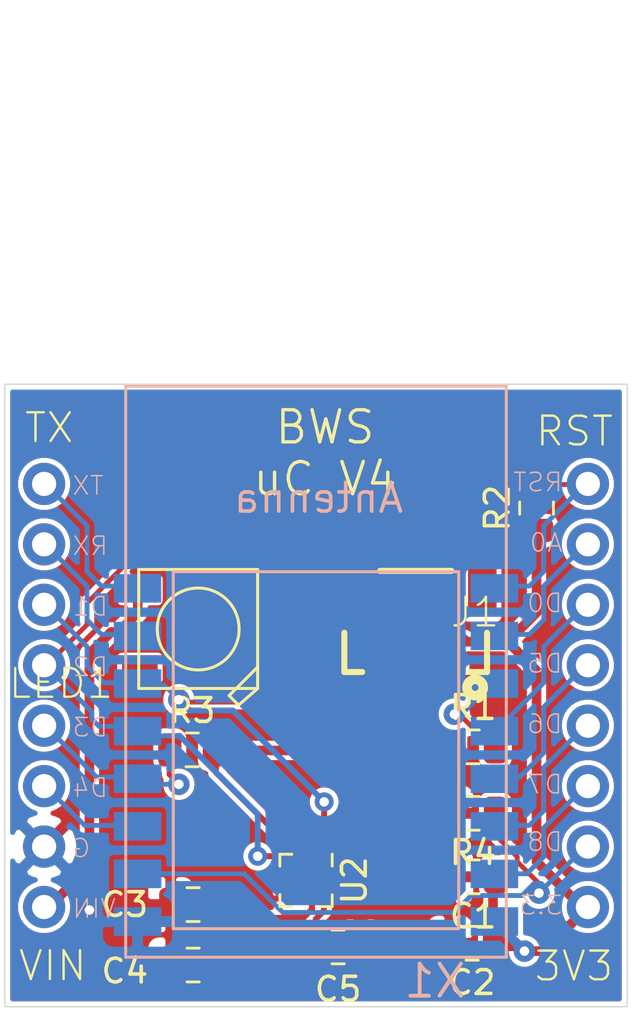
<source format=kicad_pcb>
(kicad_pcb (version 20171130) (host pcbnew "(5.1.4-0-10_14)")

  (general
    (thickness 1.6)
    (drawings 25)
    (tracks 227)
    (zones 0)
    (modules 15)
    (nets 21)
  )

  (page A4)
  (layers
    (0 Top signal)
    (31 Bottom signal)
    (32 B.Adhes user)
    (33 F.Adhes user)
    (34 B.Paste user)
    (35 F.Paste user)
    (36 B.SilkS user)
    (37 F.SilkS user)
    (38 B.Mask user)
    (39 F.Mask user)
    (40 Dwgs.User user)
    (41 Cmts.User user)
    (42 Eco1.User user)
    (43 Eco2.User user)
    (44 Edge.Cuts user)
    (45 Margin user)
    (46 B.CrtYd user)
    (47 F.CrtYd user)
    (48 B.Fab user)
    (49 F.Fab user)
  )

  (setup
    (last_trace_width 0.25)
    (trace_clearance 0.2)
    (zone_clearance 0.2032)
    (zone_45_only no)
    (trace_min 0.2)
    (via_size 0.8)
    (via_drill 0.4)
    (via_min_size 0.4)
    (via_min_drill 0.3)
    (uvia_size 0.3)
    (uvia_drill 0.1)
    (uvias_allowed no)
    (uvia_min_size 0.2)
    (uvia_min_drill 0.1)
    (edge_width 0.05)
    (segment_width 0.2)
    (pcb_text_width 0.3)
    (pcb_text_size 1.5 1.5)
    (mod_edge_width 0.12)
    (mod_text_size 1 1)
    (mod_text_width 0.15)
    (pad_size 1.524 1.524)
    (pad_drill 0.762)
    (pad_to_mask_clearance 0.051)
    (solder_mask_min_width 0.25)
    (aux_axis_origin 0 0)
    (visible_elements FFFFFF7F)
    (pcbplotparams
      (layerselection 0x010fc_ffffffff)
      (usegerberextensions false)
      (usegerberattributes false)
      (usegerberadvancedattributes false)
      (creategerberjobfile false)
      (excludeedgelayer true)
      (linewidth 0.100000)
      (plotframeref false)
      (viasonmask false)
      (mode 1)
      (useauxorigin false)
      (hpglpennumber 1)
      (hpglpenspeed 20)
      (hpglpendiameter 15.000000)
      (psnegative false)
      (psa4output false)
      (plotreference true)
      (plotvalue true)
      (plotinvisibletext false)
      (padsonsilk false)
      (subtractmaskfromsilk false)
      (outputformat 1)
      (mirror false)
      (drillshape 0)
      (scaleselection 1)
      (outputdirectory ""))
  )

  (net 0 "")
  (net 1 GND)
  (net 2 VIN)
  (net 3 3.3V)
  (net 4 /CH_PD)
  (net 5 /RESET)
  (net 6 /D3/GPIO0)
  (net 7 /D8/GPIO15)
  (net 8 /TX)
  (net 9 /RX)
  (net 10 /D1/GPIO5/SCL)
  (net 11 /D2/GPIO4/SDA)
  (net 12 /D4/GPIO2)
  (net 13 /D7/GPIO13/MOSI)
  (net 14 /D6/GPIO12/MISO)
  (net 15 /D5/GPIO14/SCK)
  (net 16 /D0/GPIO16)
  (net 17 /A0)
  (net 18 "Net-(LED1-Pad2-DOUT)")
  (net 19 "Net-(U2-Pad12)")
  (net 20 "Net-(U2-Pad11)")

  (net_class Default "This is the default net class."
    (clearance 0.2)
    (trace_width 0.25)
    (via_dia 0.8)
    (via_drill 0.4)
    (uvia_dia 0.3)
    (uvia_drill 0.1)
    (add_net /A0)
    (add_net /CH_PD)
    (add_net /D0/GPIO16)
    (add_net /D1/GPIO5/SCL)
    (add_net /D2/GPIO4/SDA)
    (add_net /D3/GPIO0)
    (add_net /D4/GPIO2)
    (add_net /D5/GPIO14/SCK)
    (add_net /D6/GPIO12/MISO)
    (add_net /D7/GPIO13/MOSI)
    (add_net /D8/GPIO15)
    (add_net /RESET)
    (add_net /RX)
    (add_net /TX)
    (add_net 3.3V)
    (add_net GND)
    (add_net "Net-(LED1-Pad2-DOUT)")
    (add_net "Net-(U2-Pad11)")
    (add_net "Net-(U2-Pad12)")
    (add_net VIN)
  )

  (module Capacitor_SMD:C_0805_2012Metric (layer Top) (tedit 5B36C52B) (tstamp 60AE8958)
    (at 155.0661 115.4176 180)
    (descr "Capacitor SMD 0805 (2012 Metric), square (rectangular) end terminal, IPC_7351 nominal, (Body size source: https://docs.google.com/spreadsheets/d/1BsfQQcO9C6DZCsRaXUlFlo91Tg2WpOkGARC1WS5S8t0/edit?usp=sharing), generated with kicad-footprint-generator")
    (tags capacitor)
    (path /C23F38E5)
    (attr smd)
    (fp_text reference C2 (at 0 -1.65) (layer F.SilkS)
      (effects (font (size 1 1) (thickness 0.15)))
    )
    (fp_text value .1uF (at 0 1.65) (layer F.Fab)
      (effects (font (size 1 1) (thickness 0.15)))
    )
    (fp_text user %R (at 0 0) (layer F.Fab)
      (effects (font (size 0.5 0.5) (thickness 0.08)))
    )
    (fp_line (start 1.68 0.95) (end -1.68 0.95) (layer F.CrtYd) (width 0.05))
    (fp_line (start 1.68 -0.95) (end 1.68 0.95) (layer F.CrtYd) (width 0.05))
    (fp_line (start -1.68 -0.95) (end 1.68 -0.95) (layer F.CrtYd) (width 0.05))
    (fp_line (start -1.68 0.95) (end -1.68 -0.95) (layer F.CrtYd) (width 0.05))
    (fp_line (start -0.258578 0.71) (end 0.258578 0.71) (layer F.SilkS) (width 0.12))
    (fp_line (start -0.258578 -0.71) (end 0.258578 -0.71) (layer F.SilkS) (width 0.12))
    (fp_line (start 1 0.6) (end -1 0.6) (layer F.Fab) (width 0.1))
    (fp_line (start 1 -0.6) (end 1 0.6) (layer F.Fab) (width 0.1))
    (fp_line (start -1 -0.6) (end 1 -0.6) (layer F.Fab) (width 0.1))
    (fp_line (start -1 0.6) (end -1 -0.6) (layer F.Fab) (width 0.1))
    (pad 2 smd roundrect (at 0.9375 0 180) (size 0.975 1.4) (layers Top F.Paste F.Mask) (roundrect_rratio 0.25)
      (net 1 GND))
    (pad 1 smd roundrect (at -0.9375 0 180) (size 0.975 1.4) (layers Top F.Paste F.Mask) (roundrect_rratio 0.25)
      (net 3 3.3V))
    (model ${KISYS3DMOD}/Capacitor_SMD.3dshapes/C_0805_2012Metric.wrl
      (at (xyz 0 0 0))
      (scale (xyz 1 1 1))
      (rotate (xyz 0 0 0))
    )
  )

  (module Capacitor_SMD:C_0805_2012Metric (layer Top) (tedit 5B36C52B) (tstamp 60AE8872)
    (at 155.1051 112.6236 180)
    (descr "Capacitor SMD 0805 (2012 Metric), square (rectangular) end terminal, IPC_7351 nominal, (Body size source: https://docs.google.com/spreadsheets/d/1BsfQQcO9C6DZCsRaXUlFlo91Tg2WpOkGARC1WS5S8t0/edit?usp=sharing), generated with kicad-footprint-generator")
    (tags capacitor)
    (path /4294FF20)
    (attr smd)
    (fp_text reference C1 (at 0 -1.65) (layer F.SilkS)
      (effects (font (size 1 1) (thickness 0.15)))
    )
    (fp_text value 10uF (at 0 1.65) (layer F.Fab)
      (effects (font (size 1 1) (thickness 0.15)))
    )
    (fp_text user %R (at 0 0) (layer F.Fab)
      (effects (font (size 0.5 0.5) (thickness 0.08)))
    )
    (fp_line (start 1.68 0.95) (end -1.68 0.95) (layer F.CrtYd) (width 0.05))
    (fp_line (start 1.68 -0.95) (end 1.68 0.95) (layer F.CrtYd) (width 0.05))
    (fp_line (start -1.68 -0.95) (end 1.68 -0.95) (layer F.CrtYd) (width 0.05))
    (fp_line (start -1.68 0.95) (end -1.68 -0.95) (layer F.CrtYd) (width 0.05))
    (fp_line (start -0.258578 0.71) (end 0.258578 0.71) (layer F.SilkS) (width 0.12))
    (fp_line (start -0.258578 -0.71) (end 0.258578 -0.71) (layer F.SilkS) (width 0.12))
    (fp_line (start 1 0.6) (end -1 0.6) (layer F.Fab) (width 0.1))
    (fp_line (start 1 -0.6) (end 1 0.6) (layer F.Fab) (width 0.1))
    (fp_line (start -1 -0.6) (end 1 -0.6) (layer F.Fab) (width 0.1))
    (fp_line (start -1 0.6) (end -1 -0.6) (layer F.Fab) (width 0.1))
    (pad 2 smd roundrect (at 0.9375 0 180) (size 0.975 1.4) (layers Top F.Paste F.Mask) (roundrect_rratio 0.25)
      (net 1 GND))
    (pad 1 smd roundrect (at -0.9375 0 180) (size 0.975 1.4) (layers Top F.Paste F.Mask) (roundrect_rratio 0.25)
      (net 3 3.3V))
    (model ${KISYS3DMOD}/Capacitor_SMD.3dshapes/C_0805_2012Metric.wrl
      (at (xyz 0 0 0))
      (scale (xyz 1 1 1))
      (rotate (xyz 0 0 0))
    )
  )

  (module Resistor_SMD:R_0805_2012Metric (layer Top) (tedit 5B36C52B) (tstamp 60AE88AA)
    (at 155.1051 109.9566 180)
    (descr "Resistor SMD 0805 (2012 Metric), square (rectangular) end terminal, IPC_7351 nominal, (Body size source: https://docs.google.com/spreadsheets/d/1BsfQQcO9C6DZCsRaXUlFlo91Tg2WpOkGARC1WS5S8t0/edit?usp=sharing), generated with kicad-footprint-generator")
    (tags resistor)
    (path /DBC21EDB)
    (attr smd)
    (fp_text reference R4 (at 0 -1.65) (layer F.SilkS)
      (effects (font (size 1 1) (thickness 0.15)))
    )
    (fp_text value 10K (at 0 1.65) (layer F.Fab)
      (effects (font (size 1 1) (thickness 0.15)))
    )
    (fp_text user %R (at 0 0) (layer F.Fab)
      (effects (font (size 0.5 0.5) (thickness 0.08)))
    )
    (fp_line (start 1.68 0.95) (end -1.68 0.95) (layer F.CrtYd) (width 0.05))
    (fp_line (start 1.68 -0.95) (end 1.68 0.95) (layer F.CrtYd) (width 0.05))
    (fp_line (start -1.68 -0.95) (end 1.68 -0.95) (layer F.CrtYd) (width 0.05))
    (fp_line (start -1.68 0.95) (end -1.68 -0.95) (layer F.CrtYd) (width 0.05))
    (fp_line (start -0.258578 0.71) (end 0.258578 0.71) (layer F.SilkS) (width 0.12))
    (fp_line (start -0.258578 -0.71) (end 0.258578 -0.71) (layer F.SilkS) (width 0.12))
    (fp_line (start 1 0.6) (end -1 0.6) (layer F.Fab) (width 0.1))
    (fp_line (start 1 -0.6) (end 1 0.6) (layer F.Fab) (width 0.1))
    (fp_line (start -1 -0.6) (end 1 -0.6) (layer F.Fab) (width 0.1))
    (fp_line (start -1 0.6) (end -1 -0.6) (layer F.Fab) (width 0.1))
    (pad 2 smd roundrect (at 0.9375 0 180) (size 0.975 1.4) (layers Top F.Paste F.Mask) (roundrect_rratio 0.25)
      (net 1 GND))
    (pad 1 smd roundrect (at -0.9375 0 180) (size 0.975 1.4) (layers Top F.Paste F.Mask) (roundrect_rratio 0.25)
      (net 7 /D8/GPIO15))
    (model ${KISYS3DMOD}/Resistor_SMD.3dshapes/R_0805_2012Metric.wrl
      (at (xyz 0 0 0))
      (scale (xyz 1 1 1))
      (rotate (xyz 0 0 0))
    )
  )

  (module Resistor_SMD:R_0805_2012Metric (layer Top) (tedit 5B36C52B) (tstamp 60AE889C)
    (at 143.2941 107.2896)
    (descr "Resistor SMD 0805 (2012 Metric), square (rectangular) end terminal, IPC_7351 nominal, (Body size source: https://docs.google.com/spreadsheets/d/1BsfQQcO9C6DZCsRaXUlFlo91Tg2WpOkGARC1WS5S8t0/edit?usp=sharing), generated with kicad-footprint-generator")
    (tags resistor)
    (path /D85E66C8)
    (attr smd)
    (fp_text reference R3 (at 0 -1.65) (layer F.SilkS)
      (effects (font (size 1 1) (thickness 0.15)))
    )
    (fp_text value 10K (at 0 1.65) (layer F.Fab)
      (effects (font (size 1 1) (thickness 0.15)))
    )
    (fp_text user %R (at 0 0) (layer F.Fab)
      (effects (font (size 0.5 0.5) (thickness 0.08)))
    )
    (fp_line (start 1.68 0.95) (end -1.68 0.95) (layer F.CrtYd) (width 0.05))
    (fp_line (start 1.68 -0.95) (end 1.68 0.95) (layer F.CrtYd) (width 0.05))
    (fp_line (start -1.68 -0.95) (end 1.68 -0.95) (layer F.CrtYd) (width 0.05))
    (fp_line (start -1.68 0.95) (end -1.68 -0.95) (layer F.CrtYd) (width 0.05))
    (fp_line (start -0.258578 0.71) (end 0.258578 0.71) (layer F.SilkS) (width 0.12))
    (fp_line (start -0.258578 -0.71) (end 0.258578 -0.71) (layer F.SilkS) (width 0.12))
    (fp_line (start 1 0.6) (end -1 0.6) (layer F.Fab) (width 0.1))
    (fp_line (start 1 -0.6) (end 1 0.6) (layer F.Fab) (width 0.1))
    (fp_line (start -1 -0.6) (end 1 -0.6) (layer F.Fab) (width 0.1))
    (fp_line (start -1 0.6) (end -1 -0.6) (layer F.Fab) (width 0.1))
    (pad 2 smd roundrect (at 0.9375 0) (size 0.975 1.4) (layers Top F.Paste F.Mask) (roundrect_rratio 0.25)
      (net 3 3.3V))
    (pad 1 smd roundrect (at -0.9375 0) (size 0.975 1.4) (layers Top F.Paste F.Mask) (roundrect_rratio 0.25)
      (net 6 /D3/GPIO0))
    (model ${KISYS3DMOD}/Resistor_SMD.3dshapes/R_0805_2012Metric.wrl
      (at (xyz 0 0 0))
      (scale (xyz 1 1 1))
      (rotate (xyz 0 0 0))
    )
  )

  (module Resistor_SMD:R_0805_2012Metric (layer Top) (tedit 5B36C52B) (tstamp 60AE888E)
    (at 157.7721 97.1296 90)
    (descr "Resistor SMD 0805 (2012 Metric), square (rectangular) end terminal, IPC_7351 nominal, (Body size source: https://docs.google.com/spreadsheets/d/1BsfQQcO9C6DZCsRaXUlFlo91Tg2WpOkGARC1WS5S8t0/edit?usp=sharing), generated with kicad-footprint-generator")
    (tags resistor)
    (path /7D790F78)
    (attr smd)
    (fp_text reference R2 (at 0 -1.65 90) (layer F.SilkS)
      (effects (font (size 1 1) (thickness 0.15)))
    )
    (fp_text value 10K (at 0 1.65 90) (layer F.Fab)
      (effects (font (size 1 1) (thickness 0.15)))
    )
    (fp_text user %R (at 0 0 90) (layer F.Fab)
      (effects (font (size 0.5 0.5) (thickness 0.08)))
    )
    (fp_line (start 1.68 0.95) (end -1.68 0.95) (layer F.CrtYd) (width 0.05))
    (fp_line (start 1.68 -0.95) (end 1.68 0.95) (layer F.CrtYd) (width 0.05))
    (fp_line (start -1.68 -0.95) (end 1.68 -0.95) (layer F.CrtYd) (width 0.05))
    (fp_line (start -1.68 0.95) (end -1.68 -0.95) (layer F.CrtYd) (width 0.05))
    (fp_line (start -0.258578 0.71) (end 0.258578 0.71) (layer F.SilkS) (width 0.12))
    (fp_line (start -0.258578 -0.71) (end 0.258578 -0.71) (layer F.SilkS) (width 0.12))
    (fp_line (start 1 0.6) (end -1 0.6) (layer F.Fab) (width 0.1))
    (fp_line (start 1 -0.6) (end 1 0.6) (layer F.Fab) (width 0.1))
    (fp_line (start -1 -0.6) (end 1 -0.6) (layer F.Fab) (width 0.1))
    (fp_line (start -1 0.6) (end -1 -0.6) (layer F.Fab) (width 0.1))
    (pad 2 smd roundrect (at 0.9375 0 90) (size 0.975 1.4) (layers Top F.Paste F.Mask) (roundrect_rratio 0.25)
      (net 5 /RESET))
    (pad 1 smd roundrect (at -0.9375 0 90) (size 0.975 1.4) (layers Top F.Paste F.Mask) (roundrect_rratio 0.25)
      (net 3 3.3V))
    (model ${KISYS3DMOD}/Resistor_SMD.3dshapes/R_0805_2012Metric.wrl
      (at (xyz 0 0 0))
      (scale (xyz 1 1 1))
      (rotate (xyz 0 0 0))
    )
  )

  (module Resistor_SMD:R_0805_2012Metric (layer Top) (tedit 5B36C52B) (tstamp 60AE8880)
    (at 155.1051 107.1626)
    (descr "Resistor SMD 0805 (2012 Metric), square (rectangular) end terminal, IPC_7351 nominal, (Body size source: https://docs.google.com/spreadsheets/d/1BsfQQcO9C6DZCsRaXUlFlo91Tg2WpOkGARC1WS5S8t0/edit?usp=sharing), generated with kicad-footprint-generator")
    (tags resistor)
    (path /E0EA0F9E)
    (attr smd)
    (fp_text reference R1 (at 0 -1.65) (layer F.SilkS)
      (effects (font (size 1 1) (thickness 0.15)))
    )
    (fp_text value 10K (at 0 1.65) (layer F.Fab)
      (effects (font (size 1 1) (thickness 0.15)))
    )
    (fp_text user %R (at 0 0) (layer F.Fab)
      (effects (font (size 0.5 0.5) (thickness 0.08)))
    )
    (fp_line (start 1.68 0.95) (end -1.68 0.95) (layer F.CrtYd) (width 0.05))
    (fp_line (start 1.68 -0.95) (end 1.68 0.95) (layer F.CrtYd) (width 0.05))
    (fp_line (start -1.68 -0.95) (end 1.68 -0.95) (layer F.CrtYd) (width 0.05))
    (fp_line (start -1.68 0.95) (end -1.68 -0.95) (layer F.CrtYd) (width 0.05))
    (fp_line (start -0.258578 0.71) (end 0.258578 0.71) (layer F.SilkS) (width 0.12))
    (fp_line (start -0.258578 -0.71) (end 0.258578 -0.71) (layer F.SilkS) (width 0.12))
    (fp_line (start 1 0.6) (end -1 0.6) (layer F.Fab) (width 0.1))
    (fp_line (start 1 -0.6) (end 1 0.6) (layer F.Fab) (width 0.1))
    (fp_line (start -1 -0.6) (end 1 -0.6) (layer F.Fab) (width 0.1))
    (fp_line (start -1 0.6) (end -1 -0.6) (layer F.Fab) (width 0.1))
    (pad 2 smd roundrect (at 0.9375 0) (size 0.975 1.4) (layers Top F.Paste F.Mask) (roundrect_rratio 0.25)
      (net 4 /CH_PD))
    (pad 1 smd roundrect (at -0.9375 0) (size 0.975 1.4) (layers Top F.Paste F.Mask) (roundrect_rratio 0.25)
      (net 3 3.3V))
    (model ${KISYS3DMOD}/Resistor_SMD.3dshapes/R_0805_2012Metric.wrl
      (at (xyz 0 0 0))
      (scale (xyz 1 1 1))
      (rotate (xyz 0 0 0))
    )
  )

  (module Capacitor_SMD:C_0805_2012Metric (layer Top) (tedit 5B36C52B) (tstamp 60AEBDFD)
    (at 149.4305 115.57)
    (descr "Capacitor SMD 0805 (2012 Metric), square (rectangular) end terminal, IPC_7351 nominal, (Body size source: https://docs.google.com/spreadsheets/d/1BsfQQcO9C6DZCsRaXUlFlo91Tg2WpOkGARC1WS5S8t0/edit?usp=sharing), generated with kicad-footprint-generator")
    (tags capacitor)
    (path /60AF9391)
    (attr smd)
    (fp_text reference C5 (at 0 1.778) (layer F.SilkS)
      (effects (font (size 1 1) (thickness 0.15)))
    )
    (fp_text value 100nF (at 0 1.65) (layer F.Fab)
      (effects (font (size 1 1) (thickness 0.15)))
    )
    (fp_text user %R (at 0 0) (layer F.Fab)
      (effects (font (size 0.5 0.5) (thickness 0.08)))
    )
    (fp_line (start 1.68 0.95) (end -1.68 0.95) (layer F.CrtYd) (width 0.05))
    (fp_line (start 1.68 -0.95) (end 1.68 0.95) (layer F.CrtYd) (width 0.05))
    (fp_line (start -1.68 -0.95) (end 1.68 -0.95) (layer F.CrtYd) (width 0.05))
    (fp_line (start -1.68 0.95) (end -1.68 -0.95) (layer F.CrtYd) (width 0.05))
    (fp_line (start -0.258578 0.71) (end 0.258578 0.71) (layer F.SilkS) (width 0.12))
    (fp_line (start -0.258578 -0.71) (end 0.258578 -0.71) (layer F.SilkS) (width 0.12))
    (fp_line (start 1 0.6) (end -1 0.6) (layer F.Fab) (width 0.1))
    (fp_line (start 1 -0.6) (end 1 0.6) (layer F.Fab) (width 0.1))
    (fp_line (start -1 -0.6) (end 1 -0.6) (layer F.Fab) (width 0.1))
    (fp_line (start -1 0.6) (end -1 -0.6) (layer F.Fab) (width 0.1))
    (pad 2 smd roundrect (at 0.9375 0) (size 0.975 1.4) (layers Top F.Paste F.Mask) (roundrect_rratio 0.25)
      (net 1 GND))
    (pad 1 smd roundrect (at -0.9375 0) (size 0.975 1.4) (layers Top F.Paste F.Mask) (roundrect_rratio 0.25)
      (net 3 3.3V))
    (model ${KISYS3DMOD}/Capacitor_SMD.3dshapes/C_0805_2012Metric.wrl
      (at (xyz 0 0 0))
      (scale (xyz 1 1 1))
      (rotate (xyz 0 0 0))
    )
  )

  (module Capacitor_SMD:C_0805_2012Metric (layer Top) (tedit 5B36C52B) (tstamp 60AEBDEC)
    (at 143.3345 116.332)
    (descr "Capacitor SMD 0805 (2012 Metric), square (rectangular) end terminal, IPC_7351 nominal, (Body size source: https://docs.google.com/spreadsheets/d/1BsfQQcO9C6DZCsRaXUlFlo91Tg2WpOkGARC1WS5S8t0/edit?usp=sharing), generated with kicad-footprint-generator")
    (tags capacitor)
    (path /60B00AB4)
    (attr smd)
    (fp_text reference C4 (at -2.8725 0.254) (layer F.SilkS)
      (effects (font (size 1 1) (thickness 0.15)))
    )
    (fp_text value 10uF (at 0 1.65) (layer F.Fab)
      (effects (font (size 1 1) (thickness 0.15)))
    )
    (fp_text user %R (at 0 0) (layer F.Fab)
      (effects (font (size 0.5 0.5) (thickness 0.08)))
    )
    (fp_line (start 1.68 0.95) (end -1.68 0.95) (layer F.CrtYd) (width 0.05))
    (fp_line (start 1.68 -0.95) (end 1.68 0.95) (layer F.CrtYd) (width 0.05))
    (fp_line (start -1.68 -0.95) (end 1.68 -0.95) (layer F.CrtYd) (width 0.05))
    (fp_line (start -1.68 0.95) (end -1.68 -0.95) (layer F.CrtYd) (width 0.05))
    (fp_line (start -0.258578 0.71) (end 0.258578 0.71) (layer F.SilkS) (width 0.12))
    (fp_line (start -0.258578 -0.71) (end 0.258578 -0.71) (layer F.SilkS) (width 0.12))
    (fp_line (start 1 0.6) (end -1 0.6) (layer F.Fab) (width 0.1))
    (fp_line (start 1 -0.6) (end 1 0.6) (layer F.Fab) (width 0.1))
    (fp_line (start -1 -0.6) (end 1 -0.6) (layer F.Fab) (width 0.1))
    (fp_line (start -1 0.6) (end -1 -0.6) (layer F.Fab) (width 0.1))
    (pad 2 smd roundrect (at 0.9375 0) (size 0.975 1.4) (layers Top F.Paste F.Mask) (roundrect_rratio 0.25)
      (net 3 3.3V))
    (pad 1 smd roundrect (at -0.9375 0) (size 0.975 1.4) (layers Top F.Paste F.Mask) (roundrect_rratio 0.25)
      (net 1 GND))
    (model ${KISYS3DMOD}/Capacitor_SMD.3dshapes/C_0805_2012Metric.wrl
      (at (xyz 0 0 0))
      (scale (xyz 1 1 1))
      (rotate (xyz 0 0 0))
    )
  )

  (module Capacitor_SMD:C_0805_2012Metric (layer Top) (tedit 5B36C52B) (tstamp 60AEBDDB)
    (at 143.3345 113.792)
    (descr "Capacitor SMD 0805 (2012 Metric), square (rectangular) end terminal, IPC_7351 nominal, (Body size source: https://docs.google.com/spreadsheets/d/1BsfQQcO9C6DZCsRaXUlFlo91Tg2WpOkGARC1WS5S8t0/edit?usp=sharing), generated with kicad-footprint-generator")
    (tags capacitor)
    (path /60B011AF)
    (attr smd)
    (fp_text reference C3 (at -2.8725 0) (layer F.SilkS)
      (effects (font (size 1 1) (thickness 0.15)))
    )
    (fp_text value 100nF (at 0 1.65) (layer F.Fab)
      (effects (font (size 1 1) (thickness 0.15)))
    )
    (fp_text user %R (at 0 0) (layer F.Fab)
      (effects (font (size 0.5 0.5) (thickness 0.08)))
    )
    (fp_line (start 1.68 0.95) (end -1.68 0.95) (layer F.CrtYd) (width 0.05))
    (fp_line (start 1.68 -0.95) (end 1.68 0.95) (layer F.CrtYd) (width 0.05))
    (fp_line (start -1.68 -0.95) (end 1.68 -0.95) (layer F.CrtYd) (width 0.05))
    (fp_line (start -1.68 0.95) (end -1.68 -0.95) (layer F.CrtYd) (width 0.05))
    (fp_line (start -0.258578 0.71) (end 0.258578 0.71) (layer F.SilkS) (width 0.12))
    (fp_line (start -0.258578 -0.71) (end 0.258578 -0.71) (layer F.SilkS) (width 0.12))
    (fp_line (start 1 0.6) (end -1 0.6) (layer F.Fab) (width 0.1))
    (fp_line (start 1 -0.6) (end 1 0.6) (layer F.Fab) (width 0.1))
    (fp_line (start -1 -0.6) (end 1 -0.6) (layer F.Fab) (width 0.1))
    (fp_line (start -1 0.6) (end -1 -0.6) (layer F.Fab) (width 0.1))
    (pad 2 smd roundrect (at 0.9375 0) (size 0.975 1.4) (layers Top F.Paste F.Mask) (roundrect_rratio 0.25)
      (net 3 3.3V))
    (pad 1 smd roundrect (at -0.9375 0) (size 0.975 1.4) (layers Top F.Paste F.Mask) (roundrect_rratio 0.25)
      (net 1 GND))
    (model ${KISYS3DMOD}/Capacitor_SMD.3dshapes/C_0805_2012Metric.wrl
      (at (xyz 0 0 0))
      (scale (xyz 1 1 1))
      (rotate (xyz 0 0 0))
    )
  )

  (module Package_LGA:LGA-12_2x2mm_P0.5mm (layer Top) (tedit 5A0AAFFD) (tstamp 60AEE35B)
    (at 148.082 112.776 270)
    (descr LGA12)
    (tags "lga land grid array")
    (path /60AED6A5)
    (attr smd)
    (fp_text reference U2 (at 0 -2.032 90) (layer F.SilkS)
      (effects (font (size 1 1) (thickness 0.15)))
    )
    (fp_text value LIS2DW12 (at 0 1.6 90) (layer F.Fab)
      (effects (font (size 1 1) (thickness 0.15)))
    )
    (fp_line (start -1.25 -1.25) (end 1.25 -1.25) (layer F.CrtYd) (width 0.05))
    (fp_line (start -1.25 1.25) (end -1.25 -1.25) (layer F.CrtYd) (width 0.05))
    (fp_line (start 1.25 1.25) (end -1.25 1.25) (layer F.CrtYd) (width 0.05))
    (fp_line (start 1.25 -1.25) (end 1.25 1.25) (layer F.CrtYd) (width 0.05))
    (fp_line (start -1.1 -1.1) (end -1.1 -1.1) (layer F.SilkS) (width 0.12))
    (fp_line (start -0.6 -1.1) (end -1.1 -1.1) (layer F.SilkS) (width 0.12))
    (fp_line (start -1.1 0.6) (end -1.1 0.6) (layer F.SilkS) (width 0.12))
    (fp_line (start -1.1 1.1) (end -1.1 0.6) (layer F.SilkS) (width 0.12))
    (fp_line (start -0.6 1.1) (end -1.1 1.1) (layer F.SilkS) (width 0.12))
    (fp_line (start 0.6 1.1) (end 0.6 1.1) (layer F.SilkS) (width 0.12))
    (fp_line (start 1.1 1.1) (end 0.6 1.1) (layer F.SilkS) (width 0.12))
    (fp_line (start 1.1 0.6) (end 1.1 1.1) (layer F.SilkS) (width 0.12))
    (fp_line (start 1.1 -0.6) (end 1.1 -0.6) (layer F.SilkS) (width 0.12))
    (fp_line (start 1.1 -1.1) (end 1.1 -0.6) (layer F.SilkS) (width 0.12))
    (fp_line (start 0.6 -1.1) (end 1.1 -1.1) (layer F.SilkS) (width 0.12))
    (fp_line (start -0.5 -1) (end 1 -1) (layer F.Fab) (width 0.1))
    (fp_line (start -1 -0.5) (end -0.5 -1) (layer F.Fab) (width 0.1))
    (fp_line (start -1 1) (end -1 -0.5) (layer F.Fab) (width 0.1))
    (fp_line (start 1 1) (end -1 1) (layer F.Fab) (width 0.1))
    (fp_line (start 1 -1) (end 1 1) (layer F.Fab) (width 0.1))
    (fp_text user %R (at 0 0 90) (layer F.Fab)
      (effects (font (size 0.5 0.5) (thickness 0.075)))
    )
    (pad 12 smd rect (at -0.25 -0.7625) (size 0.375 0.35) (layers Top F.Paste F.Mask)
      (net 19 "Net-(U2-Pad12)"))
    (pad 11 smd rect (at 0.25 -0.7625) (size 0.375 0.35) (layers Top F.Paste F.Mask)
      (net 20 "Net-(U2-Pad11)"))
    (pad 6 smd rect (at 0.25 0.7625) (size 0.375 0.35) (layers Top F.Paste F.Mask)
      (net 1 GND))
    (pad 5 smd rect (at -0.25 0.7625) (size 0.375 0.35) (layers Top F.Paste F.Mask)
      (net 1 GND))
    (pad 10 smd rect (at 0.7625 -0.75 270) (size 0.375 0.35) (layers Top F.Paste F.Mask)
      (net 3 3.3V))
    (pad 1 smd rect (at -0.7625 -0.75 270) (size 0.375 0.35) (layers Top F.Paste F.Mask)
      (net 10 /D1/GPIO5/SCL))
    (pad 7 smd rect (at 0.7625 0.75 270) (size 0.375 0.35) (layers Top F.Paste F.Mask)
      (net 1 GND))
    (pad 4 smd rect (at -0.7625 0.75 270) (size 0.375 0.35) (layers Top F.Paste F.Mask)
      (net 11 /D2/GPIO4/SDA))
    (pad 8 smd rect (at 0.7625 0.25 270) (size 0.375 0.35) (layers Top F.Paste F.Mask)
      (net 1 GND))
    (pad 9 smd rect (at 0.7625 -0.25 270) (size 0.375 0.35) (layers Top F.Paste F.Mask)
      (net 3 3.3V))
    (pad 3 smd rect (at -0.7625 0.25 270) (size 0.375 0.35) (layers Top F.Paste F.Mask)
      (net 1 GND))
    (pad 2 smd rect (at -0.7625 -0.25 270) (size 0.375 0.35) (layers Top F.Paste F.Mask)
      (net 3 3.3V))
    (model ${KISYS3DMOD}/Package_LGA.3dshapes/LGA-12_2x2mm_P0.5mm.wrl
      (at (xyz 0 0 0))
      (scale (xyz 1 1 1))
      (rotate (xyz 0 0 0))
    )
  )

  (module microcontroller:ESP-12 (layer Bottom) (tedit 0) (tstamp 60AE88B8)
    (at 148.5011 105.0036 180)
    (path /6F919911)
    (fp_text reference X1 (at -5 -12) (layer B.SilkS)
      (effects (font (size 1.35128 1.35128) (thickness 0.162153)) (justify mirror))
    )
    (fp_text value ESP-12 (at 4.5 -12) (layer B.Fab)
      (effects (font (size 1.35128 1.35128) (thickness 0.162153)) (justify mirror))
    )
    (fp_poly (pts (xy -8 6) (xy 8 6) (xy 8 13) (xy -8 13)) (layer Dwgs.User) (width 0))
    (fp_poly (pts (xy -8 6) (xy 8 6) (xy 8 13) (xy -8 13)) (layer Dwgs.User) (width 0))
    (fp_text user Antenna (at -0.1 8.3 180) (layer B.SilkS)
      (effects (font (size 1.2065 1.2065) (thickness 0.1524)) (justify mirror))
    )
    (fp_line (start -6 -9.8) (end -6 5.2) (layer B.SilkS) (width 0.127))
    (fp_line (start 6 -9.8) (end -6 -9.8) (layer B.SilkS) (width 0.127))
    (fp_line (start 6 5.2) (end 6 -9.8) (layer B.SilkS) (width 0.127))
    (fp_line (start -6 5.2) (end 6 5.2) (layer B.SilkS) (width 0.127))
    (fp_line (start -8 -11) (end -8 13) (layer B.SilkS) (width 0.127))
    (fp_line (start 8 -11) (end -8 -11) (layer B.SilkS) (width 0.127))
    (fp_line (start 8 13) (end 8 -11) (layer B.SilkS) (width 0.127))
    (fp_line (start -8 13) (end 8 13) (layer B.SilkS) (width 0.127))
    (pad 16 smd rect (at 7.5 4.5 180) (size 2 1.2) (layers Bottom B.Paste B.Mask)
      (net 8 /TX) (solder_mask_margin 0.0762))
    (pad 15 smd rect (at 7.5 2.5 180) (size 2 1.2) (layers Bottom B.Paste B.Mask)
      (net 9 /RX) (solder_mask_margin 0.0762))
    (pad 14 smd rect (at 7.5 0.5 180) (size 2 1.2) (layers Bottom B.Paste B.Mask)
      (net 10 /D1/GPIO5/SCL) (solder_mask_margin 0.0762))
    (pad 13 smd rect (at 7.5 -1.5 180) (size 2 1.2) (layers Bottom B.Paste B.Mask)
      (net 11 /D2/GPIO4/SDA) (solder_mask_margin 0.0762))
    (pad 12 smd rect (at 7.5 -3.5 180) (size 2 1.2) (layers Bottom B.Paste B.Mask)
      (net 6 /D3/GPIO0) (solder_mask_margin 0.0762))
    (pad 11 smd rect (at 7.5 -5.5 180) (size 2 1.2) (layers Bottom B.Paste B.Mask)
      (net 12 /D4/GPIO2) (solder_mask_margin 0.0762))
    (pad 10 smd rect (at 7.5 -7.5 180) (size 2 1.2) (layers Bottom B.Paste B.Mask)
      (net 7 /D8/GPIO15) (solder_mask_margin 0.0762))
    (pad 9 smd rect (at 7.5 -9.5 180) (size 2 1.2) (layers Bottom B.Paste B.Mask)
      (net 1 GND) (solder_mask_margin 0.0762))
    (pad 8 smd rect (at -7.5 -9.5 180) (size 2 1.2) (layers Bottom B.Paste B.Mask)
      (net 3 3.3V) (solder_mask_margin 0.0762))
    (pad 7 smd rect (at -7.5 -7.5 180) (size 2 1.2) (layers Bottom B.Paste B.Mask)
      (net 13 /D7/GPIO13/MOSI) (solder_mask_margin 0.0762))
    (pad 6 smd rect (at -7.5 -5.5 180) (size 2 1.2) (layers Bottom B.Paste B.Mask)
      (net 14 /D6/GPIO12/MISO) (solder_mask_margin 0.0762))
    (pad 5 smd rect (at -7.5 -3.5 180) (size 2 1.2) (layers Bottom B.Paste B.Mask)
      (net 15 /D5/GPIO14/SCK) (solder_mask_margin 0.0762))
    (pad 4 smd rect (at -7.5 -1.5 180) (size 2 1.2) (layers Bottom B.Paste B.Mask)
      (net 16 /D0/GPIO16) (solder_mask_margin 0.0762))
    (pad 3 smd rect (at -7.5 0.5 180) (size 2 1.2) (layers Bottom B.Paste B.Mask)
      (net 4 /CH_PD) (solder_mask_margin 0.0762))
    (pad 2 smd rect (at -7.5 2.5 180) (size 2 1.2) (layers Bottom B.Paste B.Mask)
      (net 17 /A0) (solder_mask_margin 0.0762))
    (pad 1 smd rect (at -7.5 4.5 180) (size 2 1.2) (layers Bottom B.Paste B.Mask)
      (net 5 /RESET) (solder_mask_margin 0.0762))
  )

  (module microcontroller:1X08-CLEANBIG (layer Bottom) (tedit 0) (tstamp 60AE88D6)
    (at 159.9311 105.0036 90)
    (path /93E45719)
    (fp_text reference JP2 (at -10.2362 1.8288 90) (layer B.SilkS) hide
      (effects (font (size 1.2065 1.2065) (thickness 0.127)) (justify right bottom mirror))
    )
    (fp_text value PINHD-1X8CLEANBIG (at -10.16 -3.175 90) (layer B.Fab)
      (effects (font (size 1.2065 1.2065) (thickness 0.09652)) (justify right bottom mirror))
    )
    (fp_poly (pts (xy 8.636 -0.254) (xy 9.144 -0.254) (xy 9.144 0.254) (xy 8.636 0.254)) (layer B.Fab) (width 0))
    (fp_poly (pts (xy -9.144 -0.254) (xy -8.636 -0.254) (xy -8.636 0.254) (xy -9.144 0.254)) (layer B.Fab) (width 0))
    (fp_poly (pts (xy -6.604 -0.254) (xy -6.096 -0.254) (xy -6.096 0.254) (xy -6.604 0.254)) (layer B.Fab) (width 0))
    (fp_poly (pts (xy -4.064 -0.254) (xy -3.556 -0.254) (xy -3.556 0.254) (xy -4.064 0.254)) (layer B.Fab) (width 0))
    (fp_poly (pts (xy -1.524 -0.254) (xy -1.016 -0.254) (xy -1.016 0.254) (xy -1.524 0.254)) (layer B.Fab) (width 0))
    (fp_poly (pts (xy 1.016 -0.254) (xy 1.524 -0.254) (xy 1.524 0.254) (xy 1.016 0.254)) (layer B.Fab) (width 0))
    (fp_poly (pts (xy 3.556 -0.254) (xy 4.064 -0.254) (xy 4.064 0.254) (xy 3.556 0.254)) (layer B.Fab) (width 0))
    (fp_poly (pts (xy 6.096 -0.254) (xy 6.604 -0.254) (xy 6.604 0.254) (xy 6.096 0.254)) (layer B.Fab) (width 0))
    (pad 8 thru_hole circle (at 8.89 0) (size 1.778 1.778) (drill 1.016) (layers *.Cu *.Mask)
      (net 5 /RESET) (solder_mask_margin 0.0762))
    (pad 7 thru_hole circle (at 6.35 0) (size 1.778 1.778) (drill 1.016) (layers *.Cu *.Mask)
      (net 17 /A0) (solder_mask_margin 0.0762))
    (pad 6 thru_hole circle (at 3.81 0) (size 1.778 1.778) (drill 1.016) (layers *.Cu *.Mask)
      (net 16 /D0/GPIO16) (solder_mask_margin 0.0762))
    (pad 5 thru_hole circle (at 1.27 0) (size 1.778 1.778) (drill 1.016) (layers *.Cu *.Mask)
      (net 15 /D5/GPIO14/SCK) (solder_mask_margin 0.0762))
    (pad 4 thru_hole circle (at -1.27 0) (size 1.778 1.778) (drill 1.016) (layers *.Cu *.Mask)
      (net 14 /D6/GPIO12/MISO) (solder_mask_margin 0.0762))
    (pad 3 thru_hole circle (at -3.81 0) (size 1.778 1.778) (drill 1.016) (layers *.Cu *.Mask)
      (net 13 /D7/GPIO13/MOSI) (solder_mask_margin 0.0762))
    (pad 2 thru_hole circle (at -6.35 0) (size 1.778 1.778) (drill 1.016) (layers *.Cu *.Mask)
      (net 7 /D8/GPIO15) (solder_mask_margin 0.0762))
    (pad 1 thru_hole circle (at -8.89 0) (size 1.778 1.778) (drill 1.016) (layers *.Cu *.Mask)
      (net 3 3.3V) (solder_mask_margin 0.0762))
  )

  (module microcontroller:1X08-CLEANBIG (layer Bottom) (tedit 0) (tstamp 60AE88E9)
    (at 137.0711 105.0036 270)
    (path /A75A2B47)
    (fp_text reference JP1 (at -10.2362 1.8288 270) (layer B.SilkS) hide
      (effects (font (size 1.2065 1.2065) (thickness 0.127)) (justify right bottom mirror))
    )
    (fp_text value PINHD-1X8CLEANBIG (at -10.16 -3.175 90) (layer B.Fab)
      (effects (font (size 1.2065 1.2065) (thickness 0.09652)) (justify right bottom mirror))
    )
    (fp_poly (pts (xy 8.636 -0.254) (xy 9.144 -0.254) (xy 9.144 0.254) (xy 8.636 0.254)) (layer B.Fab) (width 0))
    (fp_poly (pts (xy -9.144 -0.254) (xy -8.636 -0.254) (xy -8.636 0.254) (xy -9.144 0.254)) (layer B.Fab) (width 0))
    (fp_poly (pts (xy -6.604 -0.254) (xy -6.096 -0.254) (xy -6.096 0.254) (xy -6.604 0.254)) (layer B.Fab) (width 0))
    (fp_poly (pts (xy -4.064 -0.254) (xy -3.556 -0.254) (xy -3.556 0.254) (xy -4.064 0.254)) (layer B.Fab) (width 0))
    (fp_poly (pts (xy -1.524 -0.254) (xy -1.016 -0.254) (xy -1.016 0.254) (xy -1.524 0.254)) (layer B.Fab) (width 0))
    (fp_poly (pts (xy 1.016 -0.254) (xy 1.524 -0.254) (xy 1.524 0.254) (xy 1.016 0.254)) (layer B.Fab) (width 0))
    (fp_poly (pts (xy 3.556 -0.254) (xy 4.064 -0.254) (xy 4.064 0.254) (xy 3.556 0.254)) (layer B.Fab) (width 0))
    (fp_poly (pts (xy 6.096 -0.254) (xy 6.604 -0.254) (xy 6.604 0.254) (xy 6.096 0.254)) (layer B.Fab) (width 0))
    (pad 8 thru_hole circle (at 8.89 0 180) (size 1.778 1.778) (drill 1.016) (layers *.Cu *.Mask)
      (net 2 VIN) (solder_mask_margin 0.0762))
    (pad 7 thru_hole circle (at 6.35 0 180) (size 1.778 1.778) (drill 1.016) (layers *.Cu *.Mask)
      (net 1 GND) (solder_mask_margin 0.0762))
    (pad 6 thru_hole circle (at 3.81 0 180) (size 1.778 1.778) (drill 1.016) (layers *.Cu *.Mask)
      (net 12 /D4/GPIO2) (solder_mask_margin 0.0762))
    (pad 5 thru_hole circle (at 1.27 0 180) (size 1.778 1.778) (drill 1.016) (layers *.Cu *.Mask)
      (net 6 /D3/GPIO0) (solder_mask_margin 0.0762))
    (pad 4 thru_hole circle (at -1.27 0 180) (size 1.778 1.778) (drill 1.016) (layers *.Cu *.Mask)
      (net 11 /D2/GPIO4/SDA) (solder_mask_margin 0.0762))
    (pad 3 thru_hole circle (at -3.81 0 180) (size 1.778 1.778) (drill 1.016) (layers *.Cu *.Mask)
      (net 10 /D1/GPIO5/SCL) (solder_mask_margin 0.0762))
    (pad 2 thru_hole circle (at -6.35 0 180) (size 1.778 1.778) (drill 1.016) (layers *.Cu *.Mask)
      (net 9 /RX) (solder_mask_margin 0.0762))
    (pad 1 thru_hole circle (at -8.89 0 180) (size 1.778 1.778) (drill 1.016) (layers *.Cu *.Mask)
      (net 8 /TX) (solder_mask_margin 0.0762))
  )

  (module microcontroller:1X04_1MM_RA (layer Top) (tedit 0) (tstamp 60AE88FC)
    (at 152.6921 104.3686 180)
    (descr "<h3>SMD- 4 Pin Right Angle </h3>\n<p>Specifications:\n<ul><li>Pin count:4</li>\n<li>Pin pitch:0.1\"</li>\n</ul></p>\n<p>Example device(s):\n<ul><li>CONN_04</li>\n</ul></p>")
    (path /6FEF09A5)
    (fp_text reference J1 (at -1.397 2.159) (layer F.SilkS)
      (effects (font (size 1.2065 1.2065) (thickness 0.09652)) (justify left bottom))
    )
    (fp_text value SMD (at -1.651 3.302) (layer F.Fab)
      (effects (font (size 0.57912 0.57912) (thickness 0.115824)) (justify left bottom))
    )
    (fp_circle (center -2.5 -0.3) (end -2.3586 -0.3) (layer F.SilkS) (width 0.4))
    (fp_line (start -3 0.35) (end -2.25 0.35) (layer F.SilkS) (width 0.254))
    (fp_line (start 3 0.35) (end 3 2) (layer F.SilkS) (width 0.254))
    (fp_line (start 2.25 0.35) (end 3 0.35) (layer F.SilkS) (width 0.254))
    (fp_line (start -3 2) (end -3 0.35) (layer F.SilkS) (width 0.254))
    (fp_line (start -1.5 4.6) (end 1.5 4.6) (layer F.SilkS) (width 0.254))
    (pad 4 smd rect (at 1.5 0 180) (size 0.6 1.35) (layers Top F.Paste F.Mask)
      (net 10 /D1/GPIO5/SCL) (solder_mask_margin 0.0762))
    (pad 3 smd rect (at 0.5 0 180) (size 0.6 1.35) (layers Top F.Paste F.Mask)
      (net 11 /D2/GPIO4/SDA) (solder_mask_margin 0.0762))
    (pad 2 smd rect (at -0.5 0 180) (size 0.6 1.35) (layers Top F.Paste F.Mask)
      (net 3 3.3V) (solder_mask_margin 0.0762))
    (pad 1 smd rect (at -1.5 0 180) (size 0.6 1.35) (layers Top F.Paste F.Mask)
      (net 1 GND) (solder_mask_margin 0.0762))
    (pad NC1 smd rect (at 2.8 3.675 180) (size 1.2 2) (layers Top F.Paste F.Mask)
      (solder_mask_margin 0.0762))
    (pad NC2 smd rect (at -2.8 3.675 180) (size 1.2 2) (layers Top F.Paste F.Mask)
      (solder_mask_margin 0.0762))
  )

  (module microcontroller:WS2812B (layer Top) (tedit 0) (tstamp 60AE8946)
    (at 143.5481 102.2096 180)
    (path /84EE1AB4)
    (fp_text reference LED1 (at 3.4925 -1.5875) (layer F.SilkS)
      (effects (font (size 1.2065 1.2065) (thickness 0.09652)) (justify right top))
    )
    (fp_text value WS2812B5050 (at 0 0 180) (layer F.SilkS) hide
      (effects (font (size 1.27 1.27) (thickness 0.15)) (justify right top))
    )
    (fp_circle (center 0 0) (end 1.720462 0) (layer F.SilkS) (width 0.127))
    (fp_line (start -1.7 -3.2) (end -2.5 -2.5) (layer F.SilkS) (width 0.127))
    (fp_line (start -1.3 -2.8) (end -1.7 -3.2) (layer F.SilkS) (width 0.127))
    (fp_line (start -1.6 -2.5) (end -1.3 -2.8) (layer F.SilkS) (width 0.127))
    (fp_line (start -2.5 -1.6) (end -1.6 -2.5) (layer F.SilkS) (width 0.127))
    (fp_line (start 2.5 -2.5) (end 2.5 2.5) (layer F.SilkS) (width 0.127))
    (fp_line (start -1.6 -2.5) (end 2.5 -2.5) (layer F.SilkS) (width 0.127))
    (fp_line (start -2.5 -2.5) (end -1.6 -2.5) (layer F.SilkS) (width 0.127))
    (fp_line (start -2.5 -1.6) (end -2.5 -2.5) (layer F.SilkS) (width 0.127))
    (fp_line (start -2.5 2.5) (end -2.5 -1.6) (layer F.SilkS) (width 0.127))
    (fp_line (start 2.5 2.5) (end -2.5 2.5) (layer F.SilkS) (width 0.127))
    (pad 3-GND smd rect (at -2.45 -1.65) (size 1.5 0.9) (layers Top F.Paste F.Mask)
      (net 1 GND) (solder_mask_margin 0.0762))
    (pad 4-DIN smd rect (at -2.45 1.65) (size 1.5 0.9) (layers Top F.Paste F.Mask)
      (net 11 /D2/GPIO4/SDA) (solder_mask_margin 0.0762))
    (pad 2-DOUT smd rect (at 2.45 -1.65) (size 1.5 0.9) (layers Top F.Paste F.Mask)
      (net 18 "Net-(LED1-Pad2-DOUT)") (solder_mask_margin 0.0762))
    (pad 1-VDD smd rect (at 2.45 1.65) (size 1.5 0.9) (layers Top F.Paste F.Mask)
      (net 2 VIN) (solder_mask_margin 0.0762))
  )

  (gr_line (start 135.4201 91.9226) (end 135.4201 118.0846) (layer Edge.Cuts) (width 0.05) (tstamp 1A2760))
  (gr_line (start 135.4201 118.0846) (end 161.5821 118.0846) (layer Edge.Cuts) (width 0.05) (tstamp 1A27F0))
  (gr_line (start 161.5821 118.0846) (end 161.5821 91.9226) (layer Edge.Cuts) (width 0.05) (tstamp 1A2880))
  (gr_line (start 161.5821 91.9226) (end 135.4201 91.9226) (layer Edge.Cuts) (width 0.05) (tstamp 1A2910))
  (gr_text RST (at 161.0741 93.1926) (layer F.SilkS) (tstamp 1A2AC0)
    (effects (font (size 1.2065 1.2065) (thickness 0.1016)) (justify right top))
  )
  (gr_text TX (at 136.1821 94.4626) (layer F.SilkS) (tstamp 1A2BE0)
    (effects (font (size 1.2065 1.2065) (thickness 0.1016)) (justify left bottom))
  )
  (gr_text VIN (at 135.9281 117.0686) (layer F.SilkS) (tstamp 1A2D00)
    (effects (font (size 1.2065 1.2065) (thickness 0.1016)) (justify left bottom))
  )
  (gr_text 3V3 (at 161.0741 115.6716) (layer F.SilkS) (tstamp 1A2E20)
    (effects (font (size 1.2065 1.2065) (thickness 0.1016)) (justify right top))
  )
  (gr_text "BWS\nuC V4" (at 148.8821 92.9386) (layer F.SilkS) (tstamp 1A2F40)
    (effects (font (size 1.35128 1.35128) (thickness 0.14224)) (justify top))
  )
  (gr_text RST (at 158.9151 96.4946) (layer B.SilkS) (tstamp 1A3060)
    (effects (font (size 0.77216 0.77216) (thickness 0.065024)) (justify left bottom mirror))
  )
  (gr_text A0 (at 158.9151 99.0346) (layer B.SilkS) (tstamp 1A3180)
    (effects (font (size 0.77216 0.77216) (thickness 0.065024)) (justify left bottom mirror))
  )
  (gr_text D0 (at 158.9151 101.5746) (layer B.SilkS) (tstamp 1A32A0)
    (effects (font (size 0.77216 0.77216) (thickness 0.065024)) (justify left bottom mirror))
  )
  (gr_text D5 (at 158.9151 104.1146) (layer B.SilkS) (tstamp 1A33C0)
    (effects (font (size 0.77216 0.77216) (thickness 0.065024)) (justify left bottom mirror))
  )
  (gr_text D6 (at 158.9151 106.6546) (layer B.SilkS) (tstamp 1A34E0)
    (effects (font (size 0.77216 0.77216) (thickness 0.065024)) (justify left bottom mirror))
  )
  (gr_text D7 (at 158.9151 109.1946) (layer B.SilkS) (tstamp 1A3600)
    (effects (font (size 0.77216 0.77216) (thickness 0.065024)) (justify left bottom mirror))
  )
  (gr_text D8 (at 158.9151 111.6076) (layer B.SilkS) (tstamp 1A3720)
    (effects (font (size 0.77216 0.77216) (thickness 0.065024)) (justify left bottom mirror))
  )
  (gr_text 3.3 (at 158.9151 114.2746) (layer B.SilkS) (tstamp 1A3840)
    (effects (font (size 0.77216 0.77216) (thickness 0.065024)) (justify left bottom mirror))
  )
  (gr_text TX (at 138.2141 95.7326) (layer B.SilkS) (tstamp 1A3960)
    (effects (font (size 0.77216 0.77216) (thickness 0.065024)) (justify right top mirror))
  )
  (gr_text RX (at 138.2141 98.2726) (layer B.SilkS) (tstamp 1A3A80)
    (effects (font (size 0.77216 0.77216) (thickness 0.065024)) (justify right top mirror))
  )
  (gr_text D1 (at 138.2141 100.8126) (layer B.SilkS) (tstamp 1A3BA0)
    (effects (font (size 0.77216 0.77216) (thickness 0.065024)) (justify right top mirror))
  )
  (gr_text D2 (at 138.2141 103.3526) (layer B.SilkS) (tstamp 1A3CC0)
    (effects (font (size 0.77216 0.77216) (thickness 0.065024)) (justify right top mirror))
  )
  (gr_text D3 (at 138.2141 105.8926) (layer B.SilkS) (tstamp 1A3DE0)
    (effects (font (size 0.77216 0.77216) (thickness 0.065024)) (justify right top mirror))
  )
  (gr_text D4 (at 138.2141 108.4326) (layer B.SilkS) (tstamp 1A3F00)
    (effects (font (size 0.77216 0.77216) (thickness 0.065024)) (justify right top mirror))
  )
  (gr_text G (at 138.2141 110.9726) (layer B.SilkS) (tstamp 18BDE0)
    (effects (font (size 0.77216 0.77216) (thickness 0.065024)) (justify right top mirror))
  )
  (gr_text VIN (at 138.2141 113.5126) (layer B.SilkS) (tstamp 18BCC0)
    (effects (font (size 0.77216 0.77216) (thickness 0.065024)) (justify right top mirror))
  )

  (via (at 138.9761 114.0206) (size 0.908) (drill 0.4) (layers Top Bottom) (net 1) (tstamp 1E29A0))
  (segment (start 147.832 113.5385) (end 147.332 113.5385) (width 0.25) (layer Top) (net 1))
  (segment (start 147.332 113.5385) (end 146.3045 113.5385) (width 0.25) (layer Top) (net 1))
  (segment (start 147.832 112.0135) (end 147.832 113.5385) (width 0.25) (layer Top) (net 1))
  (segment (start 147.3195 112.526) (end 146.808 112.526) (width 0.25) (layer Top) (net 1))
  (segment (start 146.808 112.526) (end 146.558 112.776) (width 0.25) (layer Top) (net 1))
  (segment (start 147.3195 113.026) (end 146.562 113.026) (width 0.25) (layer Top) (net 1))
  (segment (start 141.0081 101.5238) (end 141.0081 100.6094) (width 0.4064) (layer Top) (net 2) (tstamp 1EF4E0))
  (segment (start 140.1953 102.3366) (end 141.0081 101.5238) (width 0.4064) (layer Top) (net 2) (tstamp 1EF570))
  (segment (start 139.8905 102.3366) (end 140.1953 102.3366) (width 0.4064) (layer Top) (net 2) (tstamp 1EF600))
  (segment (start 138.9761 103.251) (end 139.8905 102.3366) (width 0.4064) (layer Top) (net 2) (tstamp 1EF690))
  (segment (start 138.9761 112.1918) (end 138.9761 103.251) (width 0.4064) (layer Top) (net 2) (tstamp 1EF720))
  (segment (start 137.3505 113.8174) (end 138.9761 112.1918) (width 0.4064) (layer Top) (net 2) (tstamp 1EF7B0))
  (segment (start 137.1473 113.8174) (end 137.3505 113.8174) (width 0.4064) (layer Top) (net 2) (tstamp 1EF840))
  (segment (start 141.0081 100.6094) (end 141.0981 100.5596) (width 0.4064) (layer Top) (net 2) (tstamp 1EF8D0))
  (segment (start 137.0711 113.8936) (end 137.1473 113.8174) (width 0.4064) (layer Top) (net 2) (tstamp 1EF960))
  (segment (start 144.2593 107.315) (end 144.2941 107.2896) (width 0.4064) (layer Top) (net 3) (tstamp 1E85A0))
  (segment (start 153.2001 104.9782) (end 153.2001 104.3686) (width 0.4064) (layer Top) (net 3) (tstamp 1E86C0))
  (segment (start 152.1841 105.9942) (end 153.2001 104.9782) (width 0.4064) (layer Top) (net 3) (tstamp 1E8750))
  (segment (start 152.1841 106.1974) (end 152.1841 105.9942) (width 0.4064) (layer Top) (net 3) (tstamp 1E87E0))
  (segment (start 152.8953 106.9086) (end 152.1841 106.1974) (width 0.4064) (layer Top) (net 3) (tstamp 1E8870))
  (segment (start 153.8097 106.9086) (end 152.8953 106.9086) (width 0.4064) (layer Top) (net 3) (tstamp 1E8900))
  (segment (start 154.0129 107.1118) (end 153.8097 106.9086) (width 0.4064) (layer Top) (net 3) (tstamp 1E8990))
  (segment (start 153.2001 104.3686) (end 153.1921 104.3686) (width 0.4064) (layer Top) (net 3) (tstamp 1E8A20))
  (segment (start 154.0129 107.1118) (end 154.1051 107.1626) (width 0.4064) (layer Top) (net 3) (tstamp 1E8AB0))
  (segment (start 157.7721 101.5238) (end 157.7721 98.1296) (width 0.4064) (layer Top) (net 3) (tstamp 1E8B40))
  (segment (start 156.5529 102.743) (end 157.7721 101.5238) (width 0.4064) (layer Top) (net 3) (tstamp 1E8BD0))
  (segment (start 154.8257 102.743) (end 156.5529 102.743) (width 0.4064) (layer Top) (net 3) (tstamp 1E8C60))
  (segment (start 154.7241 102.6414) (end 154.8257 102.743) (width 0.4064) (layer Top) (net 3) (tstamp 1E8CF0))
  (segment (start 153.5049 102.6414) (end 154.7241 102.6414) (width 0.4064) (layer Top) (net 3) (tstamp 1E8D80))
  (segment (start 152.9969 103.1494) (end 153.5049 102.6414) (width 0.4064) (layer Top) (net 3) (tstamp 1E8E10))
  (segment (start 152.9969 103.6574) (end 152.9969 103.1494) (width 0.4064) (layer Top) (net 3) (tstamp 1E8EA0))
  (segment (start 153.2001 103.8606) (end 152.9969 103.6574) (width 0.4064) (layer Top) (net 3) (tstamp 1E8F30))
  (segment (start 153.2001 104.267) (end 153.2001 103.8606) (width 0.4064) (layer Top) (net 3) (tstamp 1E8FC0))
  (segment (start 153.2001 104.267) (end 153.1921 104.3686) (width 0.4064) (layer Top) (net 3) (tstamp 1E9050))
  (segment (start 151.0665 107.315) (end 144.4625 107.315) (width 0.4064) (layer Top) (net 3) (tstamp 1E90E0))
  (segment (start 152.1841 106.1974) (end 151.0665 107.315) (width 0.4064) (layer Top) (net 3) (tstamp 1E9170))
  (segment (start 144.4625 107.315) (end 144.2941 107.2896) (width 0.4064) (layer Top) (net 3) (tstamp 1E9200))
  (segment (start 157.7721 111.9886) (end 157.7721 103.9622) (width 0.4064) (layer Top) (net 3) (tstamp 1E9290))
  (segment (start 156.5529 102.743) (end 157.7721 103.9622) (width 0.4064) (layer Top) (net 3) (tstamp 1E9320))
  (segment (start 155.9433 112.6998) (end 155.9433 115.3414) (width 0.4064) (layer Top) (net 3) (tstamp 1E9950))
  (segment (start 155.9433 115.3414) (end 155.9161 115.4176) (width 0.4064) (layer Top) (net 3) (tstamp 1E99E0))
  (segment (start 155.9433 112.6998) (end 155.9551 112.6236) (width 0.4064) (layer Top) (net 3) (tstamp 1E9A70))
  (segment (start 157.2641 115.7478) (end 156.0449 114.5286) (width 0.4064) (layer Bottom) (net 3) (tstamp 1E9B00))
  (segment (start 157.0609 115.5446) (end 157.2641 115.7478) (width 0.4064) (layer Top) (net 3) (tstamp 1E9B90))
  (segment (start 156.0449 115.5446) (end 157.0609 115.5446) (width 0.4064) (layer Top) (net 3) (tstamp 1E9C20))
  (segment (start 156.0449 114.5286) (end 156.0011 114.5036) (width 0.4064) (layer Bottom) (net 3) (tstamp 1E9CB0))
  (segment (start 156.0449 115.5446) (end 155.9161 115.4176) (width 0.4064) (layer Top) (net 3) (tstamp 1E9D40))
  (via (at 157.2641 115.7478) (size 0.908) (drill 0.4) (layers Top Bottom) (net 3) (tstamp 1E9DD0))
  (segment (start 157.2641 115.7478) (end 158.0769 115.7478) (width 0.4064) (layer Top) (net 3) (tstamp 1E9E60))
  (segment (start 158.0769 115.7478) (end 159.9311 113.8936) (width 0.4064) (layer Top) (net 3) (tstamp 1E9EF0))
  (segment (start 159.9311 113.8936) (end 159.6771 113.8936) (width 0.4064) (layer Top) (net 3) (tstamp 1E9F80))
  (segment (start 159.6771 113.8936) (end 157.7721 111.9886) (width 0.4064) (layer Top) (net 3) (tstamp 1EA010))
  (segment (start 148.332 113.5385) (end 148.832 113.5385) (width 0.25) (layer Top) (net 3))
  (segment (start 148.332 111.4385) (end 148.1201 111.2266) (width 0.25) (layer Top) (net 3))
  (segment (start 148.332 112.0135) (end 148.332 111.4385) (width 0.25) (layer Top) (net 3))
  (segment (start 148.493 115.57) (end 148.493 114.397) (width 0.25) (layer Top) (net 3))
  (segment (start 148.832 114.058) (end 148.832 113.5385) (width 0.25) (layer Top) (net 3))
  (segment (start 148.493 114.397) (end 148.832 114.058) (width 0.25) (layer Top) (net 3))
  (segment (start 144.272 116.332) (end 144.272 113.792) (width 0.25) (layer Top) (net 3))
  (segment (start 147.969765 114.348237) (end 148.332 113.986002) (width 0.25) (layer Top) (net 3))
  (segment (start 148.332 113.976) (end 148.332 113.5385) (width 0.25) (layer Top) (net 3))
  (segment (start 148.332 113.986002) (end 148.332 113.976) (width 0.25) (layer Top) (net 3))
  (segment (start 144.828237 114.348237) (end 147.969765 114.348237) (width 0.25) (layer Top) (net 3))
  (segment (start 144.272 113.792) (end 144.828237 114.348237) (width 0.25) (layer Top) (net 3))
  (segment (start 144.1441 113.6641) (end 144.272 113.792) (width 0.25) (layer Top) (net 3))
  (segment (start 148.332 112.0135) (end 148.332 113.5385) (width 0.25) (layer Top) (net 3))
  (segment (start 144.2941 107.2896) (end 144.2941 107.4396) (width 0.25) (layer Top) (net 3))
  (segment (start 147.2811 111.2266) (end 148.1201 111.2266) (width 0.25) (layer Top) (net 3))
  (segment (start 144.2941 108.2396) (end 147.2811 111.2266) (width 0.25) (layer Top) (net 3))
  (segment (start 144.2941 107.2896) (end 144.2941 108.2396) (width 0.25) (layer Top) (net 3))
  (segment (start 155.8417 107.1118) (end 156.0449 107.1118) (width 0.2032) (layer Top) (net 4) (tstamp 1E2BE0))
  (segment (start 154.7241 105.9942) (end 155.8417 107.1118) (width 0.2032) (layer Top) (net 4) (tstamp 1E2C70))
  (segment (start 154.5209 105.9942) (end 154.7241 105.9942) (width 0.2032) (layer Top) (net 4) (tstamp 1E2D00))
  (segment (start 154.3177 105.791) (end 154.5209 105.9942) (width 0.2032) (layer Top) (net 4) (tstamp 1E2D90))
  (segment (start 154.6225 105.791) (end 154.3177 105.791) (width 0.2032) (layer Bottom) (net 4) (tstamp 1E2E20))
  (segment (start 155.9433 104.4702) (end 154.6225 105.791) (width 0.2032) (layer Bottom) (net 4) (tstamp 1E2EB0))
  (segment (start 156.0449 107.1118) (end 156.1051 107.1626) (width 0.2032) (layer Top) (net 4) (tstamp 1E2F40))
  (segment (start 155.9433 104.4702) (end 156.0011 104.5036) (width 0.2032) (layer Bottom) (net 4) (tstamp 1E2FD0))
  (via (at 154.3177 105.791) (size 0.908) (drill 0.4) (layers Top Bottom) (net 4) (tstamp 1E3060))
  (segment (start 159.9057 96.139) (end 157.7721 96.139) (width 0.2032) (layer Top) (net 5) (tstamp 1E3D50))
  (segment (start 157.7721 96.139) (end 157.7721 96.1296) (width 0.2032) (layer Top) (net 5) (tstamp 1E3DE0))
  (segment (start 157.4673 100.4062) (end 156.0449 100.4062) (width 0.2032) (layer Bottom) (net 5) (tstamp 1E3E70))
  (segment (start 158.0769 99.7966) (end 157.4673 100.4062) (width 0.2032) (layer Bottom) (net 5) (tstamp 1E3F00))
  (segment (start 158.0769 97.8662) (end 158.0769 99.7966) (width 0.2032) (layer Bottom) (net 5) (tstamp 1EC000))
  (segment (start 159.9057 96.0374) (end 158.0769 97.8662) (width 0.2032) (layer Bottom) (net 5) (tstamp 1EC090))
  (segment (start 156.0449 100.4062) (end 156.0011 100.5036) (width 0.2032) (layer Bottom) (net 5) (tstamp 1EC120))
  (segment (start 159.9311 96.1136) (end 159.9057 96.139) (width 0.2032) (layer Bottom) (net 5) (tstamp 1EC1B0))
  (segment (start 159.9057 96.139) (end 159.9057 96.0374) (width 0.2032) (layer Bottom) (net 5) (tstamp 1EC240))
  (segment (start 159.9311 96.1136) (end 159.9057 96.139) (width 0.2032) (layer Top) (net 5) (tstamp 1EC2D0))
  (segment (start 142.3289 108.331) (end 142.3289 107.315) (width 0.2032) (layer Top) (net 6) (tstamp 1EC5A0))
  (segment (start 142.7353 108.7374) (end 142.3289 108.331) (width 0.2032) (layer Top) (net 6) (tstamp 1EC630))
  (segment (start 141.2113 108.7374) (end 142.7353 108.7374) (width 0.2032) (layer Bottom) (net 6) (tstamp 1EC6C0))
  (segment (start 141.0081 108.5342) (end 141.2113 108.7374) (width 0.2032) (layer Bottom) (net 6) (tstamp 1EC750))
  (segment (start 142.3289 107.315) (end 142.2941 107.2896) (width 0.2032) (layer Top) (net 6) (tstamp 1EC7E0))
  (segment (start 141.0081 108.5342) (end 141.0011 108.5036) (width 0.2032) (layer Bottom) (net 6) (tstamp 1EC870))
  (segment (start 139.2809 108.4326) (end 140.9065 108.4326) (width 0.2032) (layer Bottom) (net 6) (tstamp 1EC900))
  (segment (start 140.9065 108.4326) (end 141.0011 108.5036) (width 0.2032) (layer Bottom) (net 6) (tstamp 1EC990))
  (via (at 142.7353 108.7374) (size 0.908) (drill 0.4) (layers Top Bottom) (net 6) (tstamp 1ECA20))
  (segment (start 137.0711 106.2736) (end 137.1219 106.2736) (width 0.2032) (layer Bottom) (net 6) (tstamp 1ECAB0))
  (segment (start 137.1219 106.2736) (end 139.2809 108.4326) (width 0.2032) (layer Bottom) (net 6) (tstamp 1ECB40))
  (segment (start 156.1465 110.9726) (end 156.1465 109.9566) (width 0.2032) (layer Top) (net 7) (tstamp 1ED200))
  (segment (start 156.9593 111.7854) (end 156.1465 110.9726) (width 0.2032) (layer Top) (net 7) (tstamp 1ED290))
  (segment (start 156.9593 111.9886) (end 156.9593 111.7854) (width 0.2032) (layer Top) (net 7) (tstamp 1ED320))
  (segment (start 157.8737 112.903) (end 156.9593 111.9886) (width 0.2032) (layer Top) (net 7) (tstamp 1ED3B0))
  (segment (start 157.8737 113.3094) (end 157.8737 112.903) (width 0.2032) (layer Top) (net 7) (tstamp 1ED440))
  (segment (start 159.6517 111.5314) (end 157.8737 113.3094) (width 0.2032) (layer Bottom) (net 7) (tstamp 1ED4D0))
  (segment (start 156.1465 109.9566) (end 156.1051 109.9566) (width 0.2032) (layer Top) (net 7) (tstamp 1ED560))
  (segment (start 145.4785 112.4966) (end 141.0081 112.4966) (width 0.2032) (layer Bottom) (net 7) (tstamp 1ED5F0))
  (segment (start 147.1041 114.1222) (end 145.4785 112.4966) (width 0.2032) (layer Bottom) (net 7) (tstamp 1ED680))
  (segment (start 154.3177 114.1222) (end 147.1041 114.1222) (width 0.2032) (layer Bottom) (net 7) (tstamp 1ED710))
  (segment (start 155.0289 113.411) (end 154.3177 114.1222) (width 0.2032) (layer Bottom) (net 7) (tstamp 1ED7A0))
  (segment (start 157.1625 113.411) (end 155.0289 113.411) (width 0.2032) (layer Bottom) (net 7) (tstamp 1ED830))
  (segment (start 157.6705 112.903) (end 157.1625 113.411) (width 0.2032) (layer Bottom) (net 7) (tstamp 1ED8C0))
  (segment (start 157.9753 112.903) (end 157.6705 112.903) (width 0.2032) (layer Bottom) (net 7) (tstamp 1ED950))
  (segment (start 158.0769 113.0046) (end 157.9753 112.903) (width 0.2032) (layer Bottom) (net 7) (tstamp 1ED9E0))
  (segment (start 141.0081 112.4966) (end 141.0011 112.5036) (width 0.2032) (layer Bottom) (net 7) (tstamp 1EDA70))
  (segment (start 158.0769 113.0046) (end 157.8737 113.3094) (width 0.2032) (layer Bottom) (net 7) (tstamp 1EDB00))
  (via (at 157.8737 113.3094) (size 0.908) (drill 0.4) (layers Top Bottom) (net 7) (tstamp 1EDB90))
  (segment (start 159.9311 111.3536) (end 159.7533 111.5314) (width 0.2032) (layer Bottom) (net 7) (tstamp 1EDC20))
  (segment (start 159.7533 111.5314) (end 159.6517 111.5314) (width 0.2032) (layer Bottom) (net 7) (tstamp 1EDCB0))
  (segment (start 139.4841 100.4062) (end 140.9065 100.4062) (width 0.2032) (layer Bottom) (net 8) (tstamp 1E37B0))
  (segment (start 138.8745 99.7966) (end 139.4841 100.4062) (width 0.2032) (layer Bottom) (net 8) (tstamp 1E3840))
  (segment (start 138.8745 97.8662) (end 138.8745 99.7966) (width 0.2032) (layer Bottom) (net 8) (tstamp 1E38D0))
  (segment (start 140.9065 100.4062) (end 141.0011 100.5036) (width 0.2032) (layer Bottom) (net 8) (tstamp 1E3960))
  (segment (start 137.0711 96.1136) (end 137.1219 96.1136) (width 0.2032) (layer Bottom) (net 8) (tstamp 1E39F0))
  (segment (start 137.1219 96.1136) (end 138.8745 97.8662) (width 0.2032) (layer Bottom) (net 8) (tstamp 1E3A80))
  (segment (start 139.4841 102.4382) (end 140.9065 102.4382) (width 0.2032) (layer Bottom) (net 9) (tstamp 1E32A0))
  (segment (start 138.8745 101.8286) (end 139.4841 102.4382) (width 0.2032) (layer Bottom) (net 9) (tstamp 1E3330))
  (segment (start 138.8745 100.4062) (end 138.8745 101.8286) (width 0.2032) (layer Bottom) (net 9) (tstamp 1E33C0))
  (segment (start 140.9065 102.4382) (end 141.0011 102.5036) (width 0.2032) (layer Bottom) (net 9) (tstamp 1E3450))
  (segment (start 137.0711 98.6536) (end 137.1219 98.6536) (width 0.2032) (layer Bottom) (net 9) (tstamp 1E34E0))
  (segment (start 137.1219 98.6536) (end 138.8745 100.4062) (width 0.2032) (layer Bottom) (net 9) (tstamp 1E3570))
  (segment (start 139.5857 104.4702) (end 140.9065 104.4702) (width 0.2032) (layer Bottom) (net 10) (tstamp 1EA910))
  (segment (start 138.8745 103.759) (end 139.5857 104.4702) (width 0.2032) (layer Bottom) (net 10) (tstamp 1EA9A0))
  (segment (start 138.8745 102.9462) (end 138.8745 103.759) (width 0.2032) (layer Bottom) (net 10) (tstamp 1EAA30))
  (segment (start 140.9065 104.4702) (end 141.0011 104.5036) (width 0.2032) (layer Bottom) (net 10) (tstamp 1EAAC0))
  (segment (start 149.6441 105.283) (end 142.7353 105.283) (width 0.2032) (layer Top) (net 10) (tstamp 1EAFD0))
  (segment (start 150.2537 104.6734) (end 149.6441 105.283) (width 0.2032) (layer Top) (net 10) (tstamp 1EB0F0))
  (segment (start 150.9649 104.6734) (end 150.2537 104.6734) (width 0.2032) (layer Top) (net 10) (tstamp 1EB180))
  (segment (start 151.2697 104.3686) (end 150.9649 104.6734) (width 0.2032) (layer Top) (net 10) (tstamp 1EB210))
  (segment (start 151.2697 104.3686) (end 151.1921 104.3686) (width 0.2032) (layer Top) (net 10) (tstamp 1B82D0))
  (segment (start 142.1257 104.5718) (end 141.0081 104.5718) (width 0.2032) (layer Bottom) (net 10) (tstamp 1B8360))
  (segment (start 142.7353 105.1814) (end 142.1257 104.5718) (width 0.2032) (layer Bottom) (net 10) (tstamp 1B8750))
  (segment (start 142.7353 105.283) (end 142.7353 105.1814) (width 0.2032) (layer Top) (net 10) (tstamp 1B85A0))
  (segment (start 141.0081 104.5718) (end 141.0011 104.5036) (width 0.2032) (layer Bottom) (net 10) (tstamp 1B8990))
  (via (at 142.7353 105.1814) (size 0.908) (drill 0.4) (layers Top Bottom) (net 10) (tstamp 1BA6D0))
  (segment (start 137.0711 101.1936) (end 137.1219 101.1936) (width 0.2032) (layer Bottom) (net 10) (tstamp 1B8630))
  (segment (start 137.1219 101.1936) (end 138.8745 102.9462) (width 0.2032) (layer Bottom) (net 10) (tstamp 1B86C0))
  (segment (start 143.189299 105.635399) (end 145.005399 105.635399) (width 0.25) (layer Bottom) (net 10))
  (segment (start 142.7353 105.1814) (end 143.189299 105.635399) (width 0.25) (layer Bottom) (net 10))
  (segment (start 145.005399 105.635399) (end 148.844 109.474) (width 0.25) (layer Bottom) (net 10))
  (segment (start 148.844 109.474) (end 148.844 109.474) (width 0.25) (layer Bottom) (net 10) (tstamp 60AEC2C9))
  (via (at 148.844 109.474) (size 0.8) (drill 0.4) (layers Top Bottom) (net 10))
  (segment (start 148.844 112.0015) (end 148.832 112.0135) (width 0.25) (layer Top) (net 10))
  (segment (start 148.844 109.474) (end 148.844 112.0015) (width 0.25) (layer Top) (net 10))
  (segment (start 152.1841 103.8606) (end 152.1841 104.3686) (width 0.2032) (layer Top) (net 11) (tstamp 1BA910))
  (segment (start 150.9649 102.6414) (end 152.1841 103.8606) (width 0.2032) (layer Top) (net 11) (tstamp 1BA9A0))
  (segment (start 148.9329 102.6414) (end 150.9649 102.6414) (width 0.2032) (layer Top) (net 11) (tstamp 1BAA30))
  (segment (start 147.0025 100.711) (end 148.9329 102.6414) (width 0.2032) (layer Top) (net 11) (tstamp 1BAAC0))
  (segment (start 146.1897 100.711) (end 147.0025 100.711) (width 0.2032) (layer Top) (net 11) (tstamp 1BAB50))
  (segment (start 146.0881 100.6094) (end 146.1897 100.711) (width 0.2032) (layer Top) (net 11) (tstamp 1BABE0))
  (segment (start 152.1841 104.3686) (end 152.1921 104.3686) (width 0.2032) (layer Top) (net 11) (tstamp 1BAC70))
  (segment (start 146.0881 100.6094) (end 145.9981 100.5596) (width 0.2032) (layer Top) (net 11) (tstamp 1BAD00))
  (segment (start 141.1097 106.7054) (end 142.6337 106.7054) (width 0.2032) (layer Bottom) (net 11) (tstamp 1BAFD0))
  (segment (start 141.0081 106.6038) (end 141.1097 106.7054) (width 0.2032) (layer Bottom) (net 11) (tstamp 1BB060))
  (segment (start 141.0081 106.6038) (end 141.0011 106.5036) (width 0.2032) (layer Bottom) (net 11) (tstamp 1BB180))
  (segment (start 139.0777 105.6894) (end 137.1473 103.759) (width 0.2032) (layer Bottom) (net 11) (tstamp 1BB210))
  (segment (start 139.0777 105.9942) (end 139.0777 105.6894) (width 0.2032) (layer Bottom) (net 11) (tstamp 1BB2A0))
  (segment (start 139.3825 106.299) (end 139.0777 105.9942) (width 0.2032) (layer Bottom) (net 11) (tstamp 1BB330))
  (segment (start 140.7033 106.299) (end 139.3825 106.299) (width 0.2032) (layer Bottom) (net 11) (tstamp 1BB3C0))
  (segment (start 140.9065 106.5022) (end 140.7033 106.299) (width 0.2032) (layer Bottom) (net 11) (tstamp 1BB450))
  (segment (start 137.1473 103.759) (end 137.0711 103.7336) (width 0.2032) (layer Top) (net 11) (tstamp 1BB4E0))
  (segment (start 140.9065 106.5022) (end 141.0011 106.5036) (width 0.2032) (layer Bottom) (net 11) (tstamp 1BB570))
  (segment (start 144.6657 100.5078) (end 145.9865 100.5078) (width 0.2032) (layer Top) (net 11) (tstamp 1BB600))
  (segment (start 143.3449 99.187) (end 144.6657 100.5078) (width 0.2032) (layer Top) (net 11) (tstamp 1BB690))
  (segment (start 140.8049 99.187) (end 143.3449 99.187) (width 0.2032) (layer Top) (net 11) (tstamp 1BB720))
  (segment (start 138.8745 101.1174) (end 140.8049 99.187) (width 0.2032) (layer Top) (net 11) (tstamp 1BB7B0))
  (segment (start 138.8745 102.0318) (end 138.8745 101.1174) (width 0.2032) (layer Top) (net 11) (tstamp 1BB840))
  (segment (start 137.1473 103.759) (end 138.8745 102.0318) (width 0.2032) (layer Top) (net 11) (tstamp 1BB8D0))
  (segment (start 145.9865 100.5078) (end 145.9981 100.5596) (width 0.2032) (layer Top) (net 11) (tstamp 1BB960))
  (segment (start 137.1473 103.759) (end 137.0711 103.7336) (width 0.2032) (layer Bottom) (net 11) (tstamp 1BB9F0))
  (segment (start 142.6337 106.7054) (end 142.7734 106.7054) (width 0.25) (layer Bottom) (net 11))
  (segment (start 142.7734 106.7054) (end 146.05 109.982) (width 0.25) (layer Bottom) (net 11))
  (segment (start 146.05 109.982) (end 146.05 111.76) (width 0.25) (layer Bottom) (net 11))
  (segment (start 146.05 111.76) (end 146.05 111.76) (width 0.25) (layer Bottom) (net 11) (tstamp 60AEEF2B))
  (via (at 146.05 111.76) (size 0.8) (drill 0.4) (layers Top Bottom) (net 11))
  (segment (start 147.0785 111.76) (end 147.332 112.0135) (width 0.25) (layer Top) (net 11))
  (segment (start 146.05 111.76) (end 147.0785 111.76) (width 0.25) (layer Top) (net 11))
  (segment (start 138.7729 110.4646) (end 140.9065 110.4646) (width 0.2032) (layer Bottom) (net 12) (tstamp 1ECD80))
  (segment (start 140.9065 110.4646) (end 141.0011 110.5036) (width 0.2032) (layer Bottom) (net 12) (tstamp 1ECE10))
  (segment (start 137.0711 108.8136) (end 137.1219 108.8136) (width 0.2032) (layer Bottom) (net 12) (tstamp 1ECEA0))
  (segment (start 137.1219 108.8136) (end 138.7729 110.4646) (width 0.2032) (layer Bottom) (net 12) (tstamp 1ECF30))
  (segment (start 157.3657 112.4966) (end 156.0449 112.4966) (width 0.2032) (layer Bottom) (net 13) (tstamp 1EEF40))
  (segment (start 158.0769 111.7854) (end 157.3657 112.4966) (width 0.2032) (layer Bottom) (net 13) (tstamp 1EEFD0))
  (segment (start 158.0769 110.5662) (end 158.0769 111.7854) (width 0.2032) (layer Bottom) (net 13) (tstamp 1EF060))
  (segment (start 159.9057 108.7374) (end 158.0769 110.5662) (width 0.2032) (layer Bottom) (net 13) (tstamp 1EF0F0))
  (segment (start 156.0449 112.4966) (end 156.0011 112.5036) (width 0.2032) (layer Bottom) (net 13) (tstamp 1EF180))
  (segment (start 159.9311 108.8136) (end 159.9311 108.7628) (width 0.2032) (layer Bottom) (net 13) (tstamp 1EF210))
  (segment (start 159.9311 108.7628) (end 159.9057 108.7374) (width 0.2032) (layer Bottom) (net 13) (tstamp 1EF2A0))
  (segment (start 157.4673 110.4646) (end 156.0449 110.4646) (width 0.2032) (layer Bottom) (net 14) (tstamp 1EA250))
  (segment (start 158.0769 109.855) (end 157.4673 110.4646) (width 0.2032) (layer Bottom) (net 14) (tstamp 1EA2E0))
  (segment (start 158.0769 108.0262) (end 158.0769 109.855) (width 0.2032) (layer Bottom) (net 14) (tstamp 1EA370))
  (segment (start 159.9057 106.1974) (end 158.0769 108.0262) (width 0.2032) (layer Bottom) (net 14) (tstamp 1EA400))
  (segment (start 156.0449 110.4646) (end 156.0011 110.5036) (width 0.2032) (layer Bottom) (net 14) (tstamp 1EA490))
  (segment (start 159.9311 106.2736) (end 159.9057 106.2482) (width 0.2032) (layer Bottom) (net 14) (tstamp 1EA520))
  (segment (start 159.9057 106.2482) (end 159.9057 106.1974) (width 0.2032) (layer Bottom) (net 14) (tstamp 1EA5B0))
  (segment (start 157.0609 108.4326) (end 156.0449 108.4326) (width 0.2032) (layer Bottom) (net 15) (tstamp 1EDEF0))
  (segment (start 158.0769 107.4166) (end 157.0609 108.4326) (width 0.2032) (layer Bottom) (net 15) (tstamp 1EDF80))
  (segment (start 158.0769 105.4862) (end 158.0769 107.4166) (width 0.2032) (layer Bottom) (net 15) (tstamp 1EE010))
  (segment (start 159.9057 103.6574) (end 158.0769 105.4862) (width 0.2032) (layer Bottom) (net 15) (tstamp 1EE0A0))
  (segment (start 156.0449 108.4326) (end 156.0011 108.5036) (width 0.2032) (layer Bottom) (net 15) (tstamp 1EE130))
  (segment (start 159.9311 103.7336) (end 159.9311 103.6828) (width 0.2032) (layer Bottom) (net 15) (tstamp 1EE1C0))
  (segment (start 159.9311 103.6828) (end 159.9057 103.6574) (width 0.2032) (layer Bottom) (net 15) (tstamp 1EE250))
  (segment (start 158.0769 104.4702) (end 156.0449 106.5022) (width 0.2032) (layer Bottom) (net 16) (tstamp 1EE490))
  (segment (start 158.0769 102.9462) (end 158.0769 104.4702) (width 0.2032) (layer Bottom) (net 16) (tstamp 1EE520))
  (segment (start 159.9057 101.1174) (end 158.0769 102.9462) (width 0.2032) (layer Bottom) (net 16) (tstamp 1EE5B0))
  (segment (start 156.0449 106.5022) (end 156.0011 106.5036) (width 0.2032) (layer Bottom) (net 16) (tstamp 1EE640))
  (segment (start 159.9311 101.1936) (end 159.9311 101.1428) (width 0.2032) (layer Bottom) (net 16) (tstamp 1EE6D0))
  (segment (start 159.9311 101.1428) (end 159.9057 101.1174) (width 0.2032) (layer Bottom) (net 16) (tstamp 1EE760))
  (segment (start 157.4673 102.4382) (end 156.0449 102.4382) (width 0.2032) (layer Bottom) (net 17) (tstamp 1EE9A0))
  (segment (start 158.0769 101.8286) (end 157.4673 102.4382) (width 0.2032) (layer Bottom) (net 17) (tstamp 1EEA30))
  (segment (start 158.0769 100.4062) (end 158.0769 101.8286) (width 0.2032) (layer Bottom) (net 17) (tstamp 1EEAC0))
  (segment (start 159.9057 98.5774) (end 158.0769 100.4062) (width 0.2032) (layer Bottom) (net 17) (tstamp 1EEB50))
  (segment (start 156.0449 102.4382) (end 156.0011 102.5036) (width 0.2032) (layer Bottom) (net 17) (tstamp 1EEBE0))
  (segment (start 159.9311 98.6536) (end 159.9057 98.6282) (width 0.2032) (layer Bottom) (net 17) (tstamp 1EEC70))
  (segment (start 159.9057 98.6282) (end 159.9057 98.5774) (width 0.2032) (layer Bottom) (net 17) (tstamp 1EED00))

  (zone (net 1) (net_name GND) (layer Bottom) (tstamp 60AEDDA8) (hatch edge 0.508)
    (priority 6)
    (connect_pads (clearance 0.2032))
    (min_thickness 0.2032)
    (fill yes (arc_segments 32) (thermal_gap 0.4564) (thermal_bridge_width 0.4564))
    (polygon
      (pts
        (xy 161.7853 118.2878) (xy 135.2169 118.2878) (xy 135.2169 91.7194) (xy 161.7853 91.7194)
      )
    )
    (filled_polygon
      (pts
        (xy 161.2523 117.7548) (xy 135.7499 117.7548) (xy 135.7499 115.1036) (xy 139.4404 115.1036) (xy 139.451174 115.212987)
        (xy 139.483081 115.318171) (xy 139.534895 115.415108) (xy 139.604625 115.500075) (xy 139.689592 115.569805) (xy 139.786529 115.621619)
        (xy 139.891713 115.653526) (xy 140.0011 115.6643) (xy 140.735 115.6616) (xy 140.8745 115.5221) (xy 140.8745 114.6302)
        (xy 141.1277 114.6302) (xy 141.1277 115.5221) (xy 141.2672 115.6616) (xy 142.0011 115.6643) (xy 142.110487 115.653526)
        (xy 142.215671 115.621619) (xy 142.312608 115.569805) (xy 142.397575 115.500075) (xy 142.467305 115.415108) (xy 142.519119 115.318171)
        (xy 142.551026 115.212987) (xy 142.5618 115.1036) (xy 142.5591 114.7697) (xy 142.4196 114.6302) (xy 141.1277 114.6302)
        (xy 140.8745 114.6302) (xy 139.5826 114.6302) (xy 139.4431 114.7697) (xy 139.4404 115.1036) (xy 135.7499 115.1036)
        (xy 135.7499 113.776021) (xy 135.8773 113.776021) (xy 135.8773 114.011179) (xy 135.923177 114.241819) (xy 136.013168 114.459076)
        (xy 136.143815 114.654603) (xy 136.310097 114.820885) (xy 136.505624 114.951532) (xy 136.722881 115.041523) (xy 136.953521 115.0874)
        (xy 137.188679 115.0874) (xy 137.419319 115.041523) (xy 137.636576 114.951532) (xy 137.832103 114.820885) (xy 137.998385 114.654603)
        (xy 138.129032 114.459076) (xy 138.219023 114.241819) (xy 138.2649 114.011179) (xy 138.2649 113.776021) (xy 138.219023 113.545381)
        (xy 138.129032 113.328124) (xy 137.998385 113.132597) (xy 137.832103 112.966315) (xy 137.636576 112.835668) (xy 137.445245 112.756416)
        (xy 137.691217 112.668732) (xy 137.820073 112.599857) (xy 137.906752 112.368291) (xy 137.0711 111.532639) (xy 136.235448 112.368291)
        (xy 136.322127 112.599857) (xy 136.579651 112.722028) (xy 136.70425 112.753394) (xy 136.505624 112.835668) (xy 136.310097 112.966315)
        (xy 136.143815 113.132597) (xy 136.013168 113.328124) (xy 135.923177 113.545381) (xy 135.8773 113.776021) (xy 135.7499 113.776021)
        (xy 135.7499 111.956695) (xy 135.755968 111.973717) (xy 135.824843 112.102573) (xy 136.056409 112.189252) (xy 136.892061 111.3536)
        (xy 136.056409 110.517948) (xy 135.824843 110.604627) (xy 135.7499 110.762599) (xy 135.7499 108.696021) (xy 135.8773 108.696021)
        (xy 135.8773 108.931179) (xy 135.923177 109.161819) (xy 136.013168 109.379076) (xy 136.143815 109.574603) (xy 136.310097 109.740885)
        (xy 136.505624 109.871532) (xy 136.696955 109.950784) (xy 136.450983 110.038468) (xy 136.322127 110.107343) (xy 136.235448 110.338909)
        (xy 137.0711 111.174561) (xy 137.085243 111.160419) (xy 137.264282 111.339458) (xy 137.250139 111.3536) (xy 138.085791 112.189252)
        (xy 138.317357 112.102573) (xy 138.439528 111.845049) (xy 138.509111 111.568639) (xy 138.523432 111.283966) (xy 138.481941 111.001968)
        (xy 138.386232 110.733483) (xy 138.317357 110.604627) (xy 138.085793 110.517949) (xy 138.168653 110.435089) (xy 138.471423 110.73786)
        (xy 138.484142 110.753358) (xy 138.49964 110.766077) (xy 138.499645 110.766082) (xy 138.520646 110.783317) (xy 138.546024 110.804144)
        (xy 138.599477 110.832715) (xy 138.616625 110.841881) (xy 138.693231 110.865119) (xy 138.700504 110.865835) (xy 138.75294 110.871)
        (xy 138.752947 110.871) (xy 138.7729 110.872965) (xy 138.792853 110.871) (xy 139.694826 110.871) (xy 139.694826 111.1036)
        (xy 139.700711 111.163351) (xy 139.71814 111.220806) (xy 139.746442 111.273757) (xy 139.784532 111.320168) (xy 139.830943 111.358258)
        (xy 139.883894 111.38656) (xy 139.941349 111.403989) (xy 140.0011 111.409874) (xy 142.0011 111.409874) (xy 142.060851 111.403989)
        (xy 142.118306 111.38656) (xy 142.171257 111.358258) (xy 142.217668 111.320168) (xy 142.255758 111.273757) (xy 142.28406 111.220806)
        (xy 142.301489 111.163351) (xy 142.307374 111.1036) (xy 142.307374 109.9036) (xy 142.301489 109.843849) (xy 142.28406 109.786394)
        (xy 142.255758 109.733443) (xy 142.217668 109.687032) (xy 142.171257 109.648942) (xy 142.118306 109.62064) (xy 142.060851 109.603211)
        (xy 142.0011 109.597326) (xy 140.0011 109.597326) (xy 139.941349 109.603211) (xy 139.883894 109.62064) (xy 139.830943 109.648942)
        (xy 139.784532 109.687032) (xy 139.746442 109.733443) (xy 139.71814 109.786394) (xy 139.700711 109.843849) (xy 139.694826 109.9036)
        (xy 139.694826 110.0582) (xy 138.941237 110.0582) (xy 138.16801 109.284974) (xy 138.219023 109.161819) (xy 138.2649 108.931179)
        (xy 138.2649 108.696021) (xy 138.219023 108.465381) (xy 138.129032 108.248124) (xy 137.998385 108.052597) (xy 137.832103 107.886315)
        (xy 137.636576 107.755668) (xy 137.419319 107.665677) (xy 137.188679 107.6198) (xy 136.953521 107.6198) (xy 136.722881 107.665677)
        (xy 136.505624 107.755668) (xy 136.310097 107.886315) (xy 136.143815 108.052597) (xy 136.013168 108.248124) (xy 135.923177 108.465381)
        (xy 135.8773 108.696021) (xy 135.7499 108.696021) (xy 135.7499 106.156021) (xy 135.8773 106.156021) (xy 135.8773 106.391179)
        (xy 135.923177 106.621819) (xy 136.013168 106.839076) (xy 136.143815 107.034603) (xy 136.310097 107.200885) (xy 136.505624 107.331532)
        (xy 136.722881 107.421523) (xy 136.953521 107.4674) (xy 137.188679 107.4674) (xy 137.419319 107.421523) (xy 137.614316 107.340752)
        (xy 138.979418 108.705854) (xy 138.992142 108.721358) (xy 139.054024 108.772144) (xy 139.120614 108.807737) (xy 139.124625 108.809881)
        (xy 139.201231 108.833119) (xy 139.205699 108.833559) (xy 139.26094 108.839) (xy 139.260946 108.839) (xy 139.280899 108.840965)
        (xy 139.300852 108.839) (xy 139.694826 108.839) (xy 139.694826 109.1036) (xy 139.700711 109.163351) (xy 139.71814 109.220806)
        (xy 139.746442 109.273757) (xy 139.784532 109.320168) (xy 139.830943 109.358258) (xy 139.883894 109.38656) (xy 139.941349 109.403989)
        (xy 140.0011 109.409874) (xy 142.0011 109.409874) (xy 142.060851 109.403989) (xy 142.118306 109.38656) (xy 142.171257 109.358258)
        (xy 142.217668 109.320168) (xy 142.229971 109.305177) (xy 142.251593 109.326799) (xy 142.375873 109.40984) (xy 142.513966 109.46704)
        (xy 142.660565 109.4962) (xy 142.810035 109.4962) (xy 142.956634 109.46704) (xy 143.094727 109.40984) (xy 143.219007 109.326799)
        (xy 143.324699 109.221107) (xy 143.40774 109.096827) (xy 143.46494 108.958734) (xy 143.4941 108.812135) (xy 143.4941 108.662665)
        (xy 143.46494 108.516066) (xy 143.40774 108.377973) (xy 143.324699 108.253693) (xy 143.219007 108.148001) (xy 143.094727 108.06496)
        (xy 142.956634 108.00776) (xy 142.810035 107.9786) (xy 142.660565 107.9786) (xy 142.513966 108.00776) (xy 142.375873 108.06496)
        (xy 142.307374 108.110729) (xy 142.307374 107.9036) (xy 142.301489 107.843849) (xy 142.28406 107.786394) (xy 142.255758 107.733443)
        (xy 142.217668 107.687032) (xy 142.171257 107.648942) (xy 142.118306 107.62064) (xy 142.060851 107.603211) (xy 142.0011 107.597326)
        (xy 140.0011 107.597326) (xy 139.941349 107.603211) (xy 139.883894 107.62064) (xy 139.830943 107.648942) (xy 139.784532 107.687032)
        (xy 139.746442 107.733443) (xy 139.71814 107.786394) (xy 139.700711 107.843849) (xy 139.694826 107.9036) (xy 139.694826 108.0262)
        (xy 139.449236 108.0262) (xy 138.16801 106.744974) (xy 138.219023 106.621819) (xy 138.2649 106.391179) (xy 138.2649 106.156021)
        (xy 138.219023 105.925381) (xy 138.129032 105.708124) (xy 137.998385 105.512597) (xy 137.832103 105.346315) (xy 137.636576 105.215668)
        (xy 137.419319 105.125677) (xy 137.188679 105.0798) (xy 136.953521 105.0798) (xy 136.722881 105.125677) (xy 136.505624 105.215668)
        (xy 136.310097 105.346315) (xy 136.143815 105.512597) (xy 136.013168 105.708124) (xy 135.923177 105.925381) (xy 135.8773 106.156021)
        (xy 135.7499 106.156021) (xy 135.7499 95.996021) (xy 135.8773 95.996021) (xy 135.8773 96.231179) (xy 135.923177 96.461819)
        (xy 136.013168 96.679076) (xy 136.143815 96.874603) (xy 136.310097 97.040885) (xy 136.505624 97.171532) (xy 136.722881 97.261523)
        (xy 136.953521 97.3074) (xy 137.188679 97.3074) (xy 137.419319 97.261523) (xy 137.614316 97.180752) (xy 138.4681 98.034537)
        (xy 138.468101 99.425064) (xy 138.16801 99.124974) (xy 138.219023 99.001819) (xy 138.2649 98.771179) (xy 138.2649 98.536021)
        (xy 138.219023 98.305381) (xy 138.129032 98.088124) (xy 137.998385 97.892597) (xy 137.832103 97.726315) (xy 137.636576 97.595668)
        (xy 137.419319 97.505677) (xy 137.188679 97.4598) (xy 136.953521 97.4598) (xy 136.722881 97.505677) (xy 136.505624 97.595668)
        (xy 136.310097 97.726315) (xy 136.143815 97.892597) (xy 136.013168 98.088124) (xy 135.923177 98.305381) (xy 135.8773 98.536021)
        (xy 135.8773 98.771179) (xy 135.923177 99.001819) (xy 136.013168 99.219076) (xy 136.143815 99.414603) (xy 136.310097 99.580885)
        (xy 136.505624 99.711532) (xy 136.722881 99.801523) (xy 136.953521 99.8474) (xy 137.188679 99.8474) (xy 137.419319 99.801523)
        (xy 137.614316 99.720752) (xy 138.4681 100.574537) (xy 138.468101 101.808638) (xy 138.466135 101.8286) (xy 138.473981 101.908268)
        (xy 138.497219 101.984874) (xy 138.49722 101.984875) (xy 138.507909 102.004872) (xy 138.16801 101.664974) (xy 138.219023 101.541819)
        (xy 138.2649 101.311179) (xy 138.2649 101.076021) (xy 138.219023 100.845381) (xy 138.129032 100.628124) (xy 137.998385 100.432597)
        (xy 137.832103 100.266315) (xy 137.636576 100.135668) (xy 137.419319 100.045677) (xy 137.188679 99.9998) (xy 136.953521 99.9998)
        (xy 136.722881 100.045677) (xy 136.505624 100.135668) (xy 136.310097 100.266315) (xy 136.143815 100.432597) (xy 136.013168 100.628124)
        (xy 135.923177 100.845381) (xy 135.8773 101.076021) (xy 135.8773 101.311179) (xy 135.923177 101.541819) (xy 136.013168 101.759076)
        (xy 136.143815 101.954603) (xy 136.310097 102.120885) (xy 136.505624 102.251532) (xy 136.722881 102.341523) (xy 136.953521 102.3874)
        (xy 137.188679 102.3874) (xy 137.419319 102.341523) (xy 137.614316 102.260752) (xy 138.4681 103.114537) (xy 138.468101 103.739038)
        (xy 138.466135 103.759) (xy 138.473981 103.838668) (xy 138.497219 103.915274) (xy 138.49722 103.915275) (xy 138.534957 103.985876)
        (xy 138.552049 104.006702) (xy 138.573018 104.032254) (xy 138.573024 104.03226) (xy 138.585743 104.047758) (xy 138.601241 104.060477)
        (xy 139.284222 104.743459) (xy 139.296942 104.758958) (xy 139.31244 104.771677) (xy 139.312445 104.771682) (xy 139.333446 104.788917)
        (xy 139.358824 104.809744) (xy 139.428097 104.846771) (xy 139.429425 104.847481) (xy 139.506031 104.870719) (xy 139.513304 104.871435)
        (xy 139.56574 104.8766) (xy 139.565747 104.8766) (xy 139.5857 104.878565) (xy 139.605653 104.8766) (xy 139.694826 104.8766)
        (xy 139.694826 105.1036) (xy 139.700711 105.163351) (xy 139.71814 105.220806) (xy 139.746442 105.273757) (xy 139.784532 105.320168)
        (xy 139.830943 105.358258) (xy 139.883894 105.38656) (xy 139.941349 105.403989) (xy 140.0011 105.409874) (xy 142.0011 105.409874)
        (xy 142.008323 105.409163) (xy 142.06286 105.540827) (xy 142.115651 105.619835) (xy 142.060851 105.603211) (xy 142.0011 105.597326)
        (xy 140.0011 105.597326) (xy 139.941349 105.603211) (xy 139.883894 105.62064) (xy 139.830943 105.648942) (xy 139.784532 105.687032)
        (xy 139.746442 105.733443) (xy 139.71814 105.786394) (xy 139.700711 105.843849) (xy 139.695909 105.8926) (xy 139.550836 105.8926)
        (xy 139.4841 105.825864) (xy 139.4841 105.709353) (xy 139.486065 105.6894) (xy 139.4841 105.669447) (xy 139.4841 105.66944)
        (xy 139.478219 105.609732) (xy 139.466066 105.569666) (xy 139.454981 105.533125) (xy 139.417244 105.462524) (xy 139.383444 105.421339)
        (xy 139.379182 105.416145) (xy 139.379177 105.41614) (xy 139.366458 105.400642) (xy 139.35096 105.387923) (xy 138.16801 104.204974)
        (xy 138.219023 104.081819) (xy 138.2649 103.851179) (xy 138.2649 103.616021) (xy 138.219023 103.385381) (xy 138.129032 103.168124)
        (xy 137.998385 102.972597) (xy 137.832103 102.806315) (xy 137.636576 102.675668) (xy 137.419319 102.585677) (xy 137.188679 102.5398)
        (xy 136.953521 102.5398) (xy 136.722881 102.585677) (xy 136.505624 102.675668) (xy 136.310097 102.806315) (xy 136.143815 102.972597)
        (xy 136.013168 103.168124) (xy 135.923177 103.385381) (xy 135.8773 103.616021) (xy 135.8773 103.851179) (xy 135.923177 104.081819)
        (xy 136.013168 104.299076) (xy 136.143815 104.494603) (xy 136.310097 104.660885) (xy 136.505624 104.791532) (xy 136.722881 104.881523)
        (xy 136.953521 104.9274) (xy 137.188679 104.9274) (xy 137.419319 104.881523) (xy 137.614316 104.800752) (xy 138.6713 105.857737)
        (xy 138.6713 105.974247) (xy 138.669335 105.9942) (xy 138.6713 106.014153) (xy 138.6713 106.014159) (xy 138.673294 106.034403)
        (xy 138.677181 106.073868) (xy 138.690364 106.117326) (xy 138.700419 106.150474) (xy 138.738156 106.221075) (xy 138.760417 106.2482)
        (xy 138.773595 106.264257) (xy 138.788942 106.282958) (xy 138.804446 106.295682) (xy 139.081018 106.572254) (xy 139.093742 106.587758)
        (xy 139.155624 106.638544) (xy 139.226225 106.676281) (xy 139.279593 106.69247) (xy 139.302831 106.699519) (xy 139.310835 106.700307)
        (xy 139.36254 106.7054) (xy 139.362546 106.7054) (xy 139.382499 106.707365) (xy 139.402452 106.7054) (xy 139.694826 106.7054)
        (xy 139.694826 107.1036) (xy 139.700711 107.163351) (xy 139.71814 107.220806) (xy 139.746442 107.273757) (xy 139.784532 107.320168)
        (xy 139.830943 107.358258) (xy 139.883894 107.38656) (xy 139.941349 107.403989) (xy 140.0011 107.409874) (xy 142.0011 107.409874)
        (xy 142.060851 107.403989) (xy 142.118306 107.38656) (xy 142.171257 107.358258) (xy 142.217668 107.320168) (xy 142.255758 107.273757)
        (xy 142.28406 107.220806) (xy 142.301489 107.163351) (xy 142.306566 107.1118) (xy 142.492808 107.1118) (xy 142.549445 107.128981)
        (xy 142.593491 107.133319) (xy 145.6202 110.160029) (xy 145.620201 111.199527) (xy 145.600716 111.212546) (xy 145.502546 111.310716)
        (xy 145.425415 111.426152) (xy 145.372285 111.554417) (xy 145.3452 111.690583) (xy 145.3452 111.829417) (xy 145.372285 111.965583)
        (xy 145.423904 112.0902) (xy 142.307374 112.0902) (xy 142.307374 111.9036) (xy 142.301489 111.843849) (xy 142.28406 111.786394)
        (xy 142.255758 111.733443) (xy 142.217668 111.687032) (xy 142.171257 111.648942) (xy 142.118306 111.62064) (xy 142.060851 111.603211)
        (xy 142.0011 111.597326) (xy 140.0011 111.597326) (xy 139.941349 111.603211) (xy 139.883894 111.62064) (xy 139.830943 111.648942)
        (xy 139.784532 111.687032) (xy 139.746442 111.733443) (xy 139.71814 111.786394) (xy 139.700711 111.843849) (xy 139.694826 111.9036)
        (xy 139.694826 113.1036) (xy 139.700711 113.163351) (xy 139.71814 113.220806) (xy 139.746442 113.273757) (xy 139.784532 113.320168)
        (xy 139.830943 113.358258) (xy 139.847474 113.367094) (xy 139.786529 113.385581) (xy 139.689592 113.437395) (xy 139.604625 113.507125)
        (xy 139.534895 113.592092) (xy 139.483081 113.689029) (xy 139.451174 113.794213) (xy 139.4404 113.9036) (xy 139.4431 114.2375)
        (xy 139.5826 114.377) (xy 140.8745 114.377) (xy 140.8745 114.357) (xy 141.1277 114.357) (xy 141.1277 114.377)
        (xy 142.4196 114.377) (xy 142.5591 114.2375) (xy 142.5618 113.9036) (xy 142.551026 113.794213) (xy 142.519119 113.689029)
        (xy 142.467305 113.592092) (xy 142.397575 113.507125) (xy 142.312608 113.437395) (xy 142.215671 113.385581) (xy 142.154726 113.367094)
        (xy 142.171257 113.358258) (xy 142.217668 113.320168) (xy 142.255758 113.273757) (xy 142.28406 113.220806) (xy 142.301489 113.163351)
        (xy 142.307374 113.1036) (xy 142.307374 112.903) (xy 145.310164 112.903) (xy 146.802623 114.39546) (xy 146.815342 114.410958)
        (xy 146.83084 114.423677) (xy 146.830845 114.423682) (xy 146.851846 114.440917) (xy 146.877224 114.461744) (xy 146.935133 114.492697)
        (xy 146.947825 114.499481) (xy 147.024431 114.522719) (xy 147.031704 114.523435) (xy 147.08414 114.5286) (xy 147.084147 114.5286)
        (xy 147.1041 114.530565) (xy 147.124053 114.5286) (xy 154.297747 114.5286) (xy 154.3177 114.530565) (xy 154.337653 114.5286)
        (xy 154.33766 114.5286) (xy 154.397368 114.522719) (xy 154.473975 114.499481) (xy 154.544576 114.461744) (xy 154.606458 114.410958)
        (xy 154.619182 114.395454) (xy 154.694826 114.31981) (xy 154.694826 115.1036) (xy 154.700711 115.163351) (xy 154.71814 115.220806)
        (xy 154.746442 115.273757) (xy 154.784532 115.320168) (xy 154.830943 115.358258) (xy 154.883894 115.38656) (xy 154.941349 115.403989)
        (xy 155.0011 115.409874) (xy 156.207754 115.409874) (xy 156.5053 115.707421) (xy 156.5053 115.822535) (xy 156.53446 115.969134)
        (xy 156.59166 116.107227) (xy 156.674701 116.231507) (xy 156.780393 116.337199) (xy 156.904673 116.42024) (xy 157.042766 116.47744)
        (xy 157.189365 116.5066) (xy 157.338835 116.5066) (xy 157.485434 116.47744) (xy 157.623527 116.42024) (xy 157.747807 116.337199)
        (xy 157.853499 116.231507) (xy 157.93654 116.107227) (xy 157.99374 115.969134) (xy 158.0229 115.822535) (xy 158.0229 115.673065)
        (xy 157.99374 115.526466) (xy 157.93654 115.388373) (xy 157.853499 115.264093) (xy 157.747807 115.158401) (xy 157.623527 115.07536)
        (xy 157.485434 115.01816) (xy 157.338835 114.989) (xy 157.307374 114.989) (xy 157.307374 113.9036) (xy 157.301489 113.843849)
        (xy 157.287509 113.797765) (xy 157.288622 113.797428) (xy 157.389993 113.898799) (xy 157.514273 113.98184) (xy 157.652366 114.03904)
        (xy 157.798965 114.0682) (xy 157.948435 114.0682) (xy 158.095034 114.03904) (xy 158.233127 113.98184) (xy 158.357407 113.898799)
        (xy 158.463099 113.793107) (xy 158.474515 113.776021) (xy 158.7373 113.776021) (xy 158.7373 114.011179) (xy 158.783177 114.241819)
        (xy 158.873168 114.459076) (xy 159.003815 114.654603) (xy 159.170097 114.820885) (xy 159.365624 114.951532) (xy 159.582881 115.041523)
        (xy 159.813521 115.0874) (xy 160.048679 115.0874) (xy 160.279319 115.041523) (xy 160.496576 114.951532) (xy 160.692103 114.820885)
        (xy 160.858385 114.654603) (xy 160.989032 114.459076) (xy 161.079023 114.241819) (xy 161.1249 114.011179) (xy 161.1249 113.776021)
        (xy 161.079023 113.545381) (xy 160.989032 113.328124) (xy 160.858385 113.132597) (xy 160.692103 112.966315) (xy 160.496576 112.835668)
        (xy 160.279319 112.745677) (xy 160.048679 112.6998) (xy 159.813521 112.6998) (xy 159.582881 112.745677) (xy 159.365624 112.835668)
        (xy 159.170097 112.966315) (xy 159.003815 113.132597) (xy 158.873168 113.328124) (xy 158.783177 113.545381) (xy 158.7373 113.776021)
        (xy 158.474515 113.776021) (xy 158.54614 113.668827) (xy 158.60334 113.530734) (xy 158.6325 113.384135) (xy 158.6325 113.234665)
        (xy 158.614361 113.143475) (xy 159.354043 112.403794) (xy 159.365624 112.411532) (xy 159.582881 112.501523) (xy 159.813521 112.5474)
        (xy 160.048679 112.5474) (xy 160.279319 112.501523) (xy 160.496576 112.411532) (xy 160.692103 112.280885) (xy 160.858385 112.114603)
        (xy 160.989032 111.919076) (xy 161.079023 111.701819) (xy 161.1249 111.471179) (xy 161.1249 111.236021) (xy 161.079023 111.005381)
        (xy 160.989032 110.788124) (xy 160.858385 110.592597) (xy 160.692103 110.426315) (xy 160.496576 110.295668) (xy 160.279319 110.205677)
        (xy 160.048679 110.1598) (xy 159.813521 110.1598) (xy 159.582881 110.205677) (xy 159.365624 110.295668) (xy 159.170097 110.426315)
        (xy 159.003815 110.592597) (xy 158.873168 110.788124) (xy 158.783177 111.005381) (xy 158.7373 111.236021) (xy 158.7373 111.471179)
        (xy 158.783177 111.701819) (xy 158.819311 111.789053) (xy 158.094033 112.514331) (xy 158.054968 112.502481) (xy 157.99526 112.4966)
        (xy 157.995253 112.4966) (xy 157.9753 112.494635) (xy 157.955347 112.4966) (xy 157.940436 112.4966) (xy 158.350159 112.086878)
        (xy 158.365658 112.074158) (xy 158.378377 112.05866) (xy 158.378382 112.058655) (xy 158.395617 112.037654) (xy 158.416444 112.012276)
        (xy 158.454181 111.941675) (xy 158.461036 111.919076) (xy 158.477419 111.865069) (xy 158.481842 111.820158) (xy 158.4833 111.80536)
        (xy 158.4833 111.805353) (xy 158.485265 111.7854) (xy 158.4833 111.765447) (xy 158.4833 110.734536) (xy 159.354043 109.863794)
        (xy 159.365624 109.871532) (xy 159.582881 109.961523) (xy 159.813521 110.0074) (xy 160.048679 110.0074) (xy 160.279319 109.961523)
        (xy 160.496576 109.871532) (xy 160.692103 109.740885) (xy 160.858385 109.574603) (xy 160.989032 109.379076) (xy 161.079023 109.161819)
        (xy 161.1249 108.931179) (xy 161.1249 108.696021) (xy 161.079023 108.465381) (xy 160.989032 108.248124) (xy 160.858385 108.052597)
        (xy 160.692103 107.886315) (xy 160.496576 107.755668) (xy 160.279319 107.665677) (xy 160.048679 107.6198) (xy 159.813521 107.6198)
        (xy 159.582881 107.665677) (xy 159.365624 107.755668) (xy 159.170097 107.886315) (xy 159.003815 108.052597) (xy 158.873168 108.248124)
        (xy 158.783177 108.465381) (xy 158.7373 108.696021) (xy 158.7373 108.931179) (xy 158.783177 109.161819) (xy 158.819311 109.249053)
        (xy 158.4833 109.585064) (xy 158.4833 108.194536) (xy 159.354043 107.323794) (xy 159.365624 107.331532) (xy 159.582881 107.421523)
        (xy 159.813521 107.4674) (xy 160.048679 107.4674) (xy 160.279319 107.421523) (xy 160.496576 107.331532) (xy 160.692103 107.200885)
        (xy 160.858385 107.034603) (xy 160.989032 106.839076) (xy 161.079023 106.621819) (xy 161.1249 106.391179) (xy 161.1249 106.156021)
        (xy 161.079023 105.925381) (xy 160.989032 105.708124) (xy 160.858385 105.512597) (xy 160.692103 105.346315) (xy 160.496576 105.215668)
        (xy 160.279319 105.125677) (xy 160.048679 105.0798) (xy 159.813521 105.0798) (xy 159.582881 105.125677) (xy 159.365624 105.215668)
        (xy 159.170097 105.346315) (xy 159.003815 105.512597) (xy 158.873168 105.708124) (xy 158.783177 105.925381) (xy 158.7373 106.156021)
        (xy 158.7373 106.391179) (xy 158.783177 106.621819) (xy 158.819311 106.709053) (xy 158.4833 107.045064) (xy 158.4833 105.654536)
        (xy 159.354043 104.783794) (xy 159.365624 104.791532) (xy 159.582881 104.881523) (xy 159.813521 104.9274) (xy 160.048679 104.9274)
        (xy 160.279319 104.881523) (xy 160.496576 104.791532) (xy 160.692103 104.660885) (xy 160.858385 104.494603) (xy 160.989032 104.299076)
        (xy 161.079023 104.081819) (xy 161.1249 103.851179) (xy 161.1249 103.616021) (xy 161.079023 103.385381) (xy 160.989032 103.168124)
        (xy 160.858385 102.972597) (xy 160.692103 102.806315) (xy 160.496576 102.675668) (xy 160.279319 102.585677) (xy 160.048679 102.5398)
        (xy 159.813521 102.5398) (xy 159.582881 102.585677) (xy 159.365624 102.675668) (xy 159.170097 102.806315) (xy 159.003815 102.972597)
        (xy 158.873168 103.168124) (xy 158.783177 103.385381) (xy 158.7373 103.616021) (xy 158.7373 103.851179) (xy 158.783177 104.081819)
        (xy 158.819311 104.169053) (xy 158.481672 104.506692) (xy 158.4833 104.49016) (xy 158.4833 104.490153) (xy 158.485265 104.4702)
        (xy 158.4833 104.450247) (xy 158.4833 103.114536) (xy 159.354043 102.243794) (xy 159.365624 102.251532) (xy 159.582881 102.341523)
        (xy 159.813521 102.3874) (xy 160.048679 102.3874) (xy 160.279319 102.341523) (xy 160.496576 102.251532) (xy 160.692103 102.120885)
        (xy 160.858385 101.954603) (xy 160.989032 101.759076) (xy 161.079023 101.541819) (xy 161.1249 101.311179) (xy 161.1249 101.076021)
        (xy 161.079023 100.845381) (xy 160.989032 100.628124) (xy 160.858385 100.432597) (xy 160.692103 100.266315) (xy 160.496576 100.135668)
        (xy 160.279319 100.045677) (xy 160.048679 99.9998) (xy 159.813521 99.9998) (xy 159.582881 100.045677) (xy 159.365624 100.135668)
        (xy 159.170097 100.266315) (xy 159.003815 100.432597) (xy 158.873168 100.628124) (xy 158.783177 100.845381) (xy 158.7373 101.076021)
        (xy 158.7373 101.311179) (xy 158.783177 101.541819) (xy 158.819311 101.629053) (xy 158.443493 102.00487) (xy 158.454181 101.984875)
        (xy 158.477419 101.908268) (xy 158.4833 101.84856) (xy 158.4833 101.848553) (xy 158.485265 101.8286) (xy 158.4833 101.808647)
        (xy 158.4833 100.574536) (xy 159.354043 99.703794) (xy 159.365624 99.711532) (xy 159.582881 99.801523) (xy 159.813521 99.8474)
        (xy 160.048679 99.8474) (xy 160.279319 99.801523) (xy 160.496576 99.711532) (xy 160.692103 99.580885) (xy 160.858385 99.414603)
        (xy 160.989032 99.219076) (xy 161.079023 99.001819) (xy 161.1249 98.771179) (xy 161.1249 98.536021) (xy 161.079023 98.305381)
        (xy 160.989032 98.088124) (xy 160.858385 97.892597) (xy 160.692103 97.726315) (xy 160.496576 97.595668) (xy 160.279319 97.505677)
        (xy 160.048679 97.4598) (xy 159.813521 97.4598) (xy 159.582881 97.505677) (xy 159.365624 97.595668) (xy 159.170097 97.726315)
        (xy 159.003815 97.892597) (xy 158.873168 98.088124) (xy 158.783177 98.305381) (xy 158.7373 98.536021) (xy 158.7373 98.771179)
        (xy 158.783177 99.001819) (xy 158.819311 99.089053) (xy 158.4833 99.425064) (xy 158.4833 98.034536) (xy 159.354043 97.163794)
        (xy 159.365624 97.171532) (xy 159.582881 97.261523) (xy 159.813521 97.3074) (xy 160.048679 97.3074) (xy 160.279319 97.261523)
        (xy 160.496576 97.171532) (xy 160.692103 97.040885) (xy 160.858385 96.874603) (xy 160.989032 96.679076) (xy 161.079023 96.461819)
        (xy 161.1249 96.231179) (xy 161.1249 95.996021) (xy 161.079023 95.765381) (xy 160.989032 95.548124) (xy 160.858385 95.352597)
        (xy 160.692103 95.186315) (xy 160.496576 95.055668) (xy 160.279319 94.965677) (xy 160.048679 94.9198) (xy 159.813521 94.9198)
        (xy 159.582881 94.965677) (xy 159.365624 95.055668) (xy 159.170097 95.186315) (xy 159.003815 95.352597) (xy 158.873168 95.548124)
        (xy 158.783177 95.765381) (xy 158.7373 95.996021) (xy 158.7373 96.231179) (xy 158.783177 96.461819) (xy 158.819311 96.549053)
        (xy 157.803646 97.564718) (xy 157.788142 97.577442) (xy 157.737356 97.639325) (xy 157.69962 97.709925) (xy 157.699619 97.709926)
        (xy 157.676382 97.786531) (xy 157.676381 97.786533) (xy 157.6705 97.846241) (xy 157.6705 97.846247) (xy 157.668535 97.8662)
        (xy 157.6705 97.886153) (xy 157.670501 99.628262) (xy 157.307374 99.99139) (xy 157.307374 99.9036) (xy 157.301489 99.843849)
        (xy 157.28406 99.786394) (xy 157.255758 99.733443) (xy 157.217668 99.687032) (xy 157.171257 99.648942) (xy 157.118306 99.62064)
        (xy 157.060851 99.603211) (xy 157.0011 99.597326) (xy 155.0011 99.597326) (xy 154.941349 99.603211) (xy 154.883894 99.62064)
        (xy 154.830943 99.648942) (xy 154.784532 99.687032) (xy 154.746442 99.733443) (xy 154.71814 99.786394) (xy 154.700711 99.843849)
        (xy 154.694826 99.9036) (xy 154.694826 101.1036) (xy 154.700711 101.163351) (xy 154.71814 101.220806) (xy 154.746442 101.273757)
        (xy 154.784532 101.320168) (xy 154.830943 101.358258) (xy 154.883894 101.38656) (xy 154.941349 101.403989) (xy 155.0011 101.409874)
        (xy 157.0011 101.409874) (xy 157.060851 101.403989) (xy 157.118306 101.38656) (xy 157.171257 101.358258) (xy 157.217668 101.320168)
        (xy 157.255758 101.273757) (xy 157.28406 101.220806) (xy 157.301489 101.163351) (xy 157.307374 101.1036) (xy 157.307374 100.8126)
        (xy 157.447347 100.8126) (xy 157.4673 100.814565) (xy 157.487253 100.8126) (xy 157.48726 100.8126) (xy 157.546968 100.806719)
        (xy 157.623575 100.783481) (xy 157.6705 100.758399) (xy 157.670501 101.660262) (xy 157.307374 102.02339) (xy 157.307374 101.9036)
        (xy 157.301489 101.843849) (xy 157.28406 101.786394) (xy 157.255758 101.733443) (xy 157.217668 101.687032) (xy 157.171257 101.648942)
        (xy 157.118306 101.62064) (xy 157.060851 101.603211) (xy 157.0011 101.597326) (xy 155.0011 101.597326) (xy 154.941349 101.603211)
        (xy 154.883894 101.62064) (xy 154.830943 101.648942) (xy 154.784532 101.687032) (xy 154.746442 101.733443) (xy 154.71814 101.786394)
        (xy 154.700711 101.843849) (xy 154.694826 101.9036) (xy 154.694826 103.1036) (xy 154.700711 103.163351) (xy 154.71814 103.220806)
        (xy 154.746442 103.273757) (xy 154.784532 103.320168) (xy 154.830943 103.358258) (xy 154.883894 103.38656) (xy 154.941349 103.403989)
        (xy 155.0011 103.409874) (xy 157.0011 103.409874) (xy 157.060851 103.403989) (xy 157.118306 103.38656) (xy 157.171257 103.358258)
        (xy 157.217668 103.320168) (xy 157.255758 103.273757) (xy 157.28406 103.220806) (xy 157.301489 103.163351) (xy 157.307374 103.1036)
        (xy 157.307374 102.8446) (xy 157.447347 102.8446) (xy 157.4673 102.846565) (xy 157.487253 102.8446) (xy 157.48726 102.8446)
        (xy 157.546968 102.838719) (xy 157.623575 102.815481) (xy 157.694176 102.777744) (xy 157.715472 102.760267) (xy 157.69962 102.789925)
        (xy 157.699619 102.789926) (xy 157.676382 102.866531) (xy 157.676381 102.866533) (xy 157.6705 102.926241) (xy 157.6705 102.926247)
        (xy 157.668535 102.9462) (xy 157.6705 102.966153) (xy 157.670501 104.301862) (xy 157.307374 104.664989) (xy 157.307374 103.9036)
        (xy 157.301489 103.843849) (xy 157.28406 103.786394) (xy 157.255758 103.733443) (xy 157.217668 103.687032) (xy 157.171257 103.648942)
        (xy 157.118306 103.62064) (xy 157.060851 103.603211) (xy 157.0011 103.597326) (xy 155.0011 103.597326) (xy 154.941349 103.603211)
        (xy 154.883894 103.62064) (xy 154.830943 103.648942) (xy 154.784532 103.687032) (xy 154.746442 103.733443) (xy 154.71814 103.786394)
        (xy 154.700711 103.843849) (xy 154.694826 103.9036) (xy 154.694826 105.1036) (xy 154.69765 105.132273) (xy 154.677127 105.11856)
        (xy 154.539034 105.06136) (xy 154.392435 105.0322) (xy 154.242965 105.0322) (xy 154.096366 105.06136) (xy 153.958273 105.11856)
        (xy 153.833993 105.201601) (xy 153.728301 105.307293) (xy 153.64526 105.431573) (xy 153.58806 105.569666) (xy 153.5589 105.716265)
        (xy 153.5589 105.865735) (xy 153.58806 106.012334) (xy 153.64526 106.150427) (xy 153.728301 106.274707) (xy 153.833993 106.380399)
        (xy 153.958273 106.46344) (xy 154.096366 106.52064) (xy 154.242965 106.5498) (xy 154.392435 106.5498) (xy 154.539034 106.52064)
        (xy 154.677127 106.46344) (xy 154.694826 106.451614) (xy 154.694826 107.1036) (xy 154.700711 107.163351) (xy 154.71814 107.220806)
        (xy 154.746442 107.273757) (xy 154.784532 107.320168) (xy 154.830943 107.358258) (xy 154.883894 107.38656) (xy 154.941349 107.403989)
        (xy 155.0011 107.409874) (xy 157.0011 107.409874) (xy 157.060851 107.403989) (xy 157.118306 107.38656) (xy 157.171257 107.358258)
        (xy 157.217668 107.320168) (xy 157.255758 107.273757) (xy 157.28406 107.220806) (xy 157.301489 107.163351) (xy 157.307374 107.1036)
        (xy 157.307374 105.9036) (xy 157.301489 105.843849) (xy 157.296019 105.825817) (xy 157.672128 105.449708) (xy 157.6705 105.466241)
        (xy 157.6705 105.466247) (xy 157.668535 105.4862) (xy 157.6705 105.506153) (xy 157.670501 107.248262) (xy 157.224007 107.694756)
        (xy 157.217668 107.687032) (xy 157.171257 107.648942) (xy 157.118306 107.62064) (xy 157.060851 107.603211) (xy 157.0011 107.597326)
        (xy 155.0011 107.597326) (xy 154.941349 107.603211) (xy 154.883894 107.62064) (xy 154.830943 107.648942) (xy 154.784532 107.687032)
        (xy 154.746442 107.733443) (xy 154.71814 107.786394) (xy 154.700711 107.843849) (xy 154.694826 107.9036) (xy 154.694826 109.1036)
        (xy 154.700711 109.163351) (xy 154.71814 109.220806) (xy 154.746442 109.273757) (xy 154.784532 109.320168) (xy 154.830943 109.358258)
        (xy 154.883894 109.38656) (xy 154.941349 109.403989) (xy 155.0011 109.409874) (xy 157.0011 109.409874) (xy 157.060851 109.403989)
        (xy 157.118306 109.38656) (xy 157.171257 109.358258) (xy 157.217668 109.320168) (xy 157.255758 109.273757) (xy 157.28406 109.220806)
        (xy 157.301489 109.163351) (xy 157.307374 109.1036) (xy 157.307374 108.75606) (xy 157.349658 108.721358) (xy 157.362382 108.705854)
        (xy 157.6705 108.397736) (xy 157.670501 109.686662) (xy 157.307374 110.04979) (xy 157.307374 109.9036) (xy 157.301489 109.843849)
        (xy 157.28406 109.786394) (xy 157.255758 109.733443) (xy 157.217668 109.687032) (xy 157.171257 109.648942) (xy 157.118306 109.62064)
        (xy 157.060851 109.603211) (xy 157.0011 109.597326) (xy 155.0011 109.597326) (xy 154.941349 109.603211) (xy 154.883894 109.62064)
        (xy 154.830943 109.648942) (xy 154.784532 109.687032) (xy 154.746442 109.733443) (xy 154.71814 109.786394) (xy 154.700711 109.843849)
        (xy 154.694826 109.9036) (xy 154.694826 111.1036) (xy 154.700711 111.163351) (xy 154.71814 111.220806) (xy 154.746442 111.273757)
        (xy 154.784532 111.320168) (xy 154.830943 111.358258) (xy 154.883894 111.38656) (xy 154.941349 111.403989) (xy 155.0011 111.409874)
        (xy 157.0011 111.409874) (xy 157.060851 111.403989) (xy 157.118306 111.38656) (xy 157.171257 111.358258) (xy 157.217668 111.320168)
        (xy 157.255758 111.273757) (xy 157.28406 111.220806) (xy 157.301489 111.163351) (xy 157.307374 111.1036) (xy 157.307374 110.871)
        (xy 157.447347 110.871) (xy 157.4673 110.872965) (xy 157.487253 110.871) (xy 157.48726 110.871) (xy 157.546968 110.865119)
        (xy 157.623575 110.841881) (xy 157.6705 110.816799) (xy 157.670501 111.617062) (xy 157.307374 111.98019) (xy 157.307374 111.9036)
        (xy 157.301489 111.843849) (xy 157.28406 111.786394) (xy 157.255758 111.733443) (xy 157.217668 111.687032) (xy 157.171257 111.648942)
        (xy 157.118306 111.62064) (xy 157.060851 111.603211) (xy 157.0011 111.597326) (xy 155.0011 111.597326) (xy 154.941349 111.603211)
        (xy 154.883894 111.62064) (xy 154.830943 111.648942) (xy 154.784532 111.687032) (xy 154.746442 111.733443) (xy 154.71814 111.786394)
        (xy 154.700711 111.843849) (xy 154.694826 111.9036) (xy 154.694826 113.1036) (xy 154.700711 113.163351) (xy 154.700967 113.164196)
        (xy 154.149364 113.7158) (xy 147.272437 113.7158) (xy 146.021436 112.4648) (xy 146.119417 112.4648) (xy 146.255583 112.437715)
        (xy 146.383848 112.384585) (xy 146.499284 112.307454) (xy 146.597454 112.209284) (xy 146.674585 112.093848) (xy 146.727715 111.965583)
        (xy 146.7548 111.829417) (xy 146.7548 111.690583) (xy 146.727715 111.554417) (xy 146.674585 111.426152) (xy 146.597454 111.310716)
        (xy 146.499284 111.212546) (xy 146.4798 111.199527) (xy 146.4798 110.003106) (xy 146.481879 109.981999) (xy 146.475338 109.915589)
        (xy 146.473581 109.897745) (xy 146.449004 109.816727) (xy 146.409095 109.742062) (xy 146.409094 109.74206) (xy 146.385216 109.712965)
        (xy 146.355385 109.676615) (xy 146.338987 109.663158) (xy 143.092248 106.41642) (xy 143.078785 106.400015) (xy 143.013339 106.346306)
        (xy 142.938673 106.306396) (xy 142.857655 106.281819) (xy 142.794509 106.2756) (xy 142.794507 106.2756) (xy 142.7734 106.273521)
        (xy 142.752293 106.2756) (xy 142.612591 106.2756) (xy 142.549445 106.281819) (xy 142.492808 106.299) (xy 142.307374 106.299)
        (xy 142.307374 105.9036) (xy 142.301489 105.843849) (xy 142.28638 105.794043) (xy 142.375873 105.85384) (xy 142.513966 105.91104)
        (xy 142.660565 105.9402) (xy 142.810035 105.9402) (xy 142.873135 105.927649) (xy 142.883914 105.940784) (xy 142.906668 105.959457)
        (xy 142.949359 105.994493) (xy 142.986152 106.014159) (xy 143.024026 106.034403) (xy 143.105044 106.05898) (xy 143.16819 106.065199)
        (xy 143.168192 106.065199) (xy 143.189299 106.067278) (xy 143.210406 106.065199) (xy 144.827371 106.065199) (xy 148.143772 109.3816)
        (xy 148.1392 109.404583) (xy 148.1392 109.543417) (xy 148.166285 109.679583) (xy 148.219415 109.807848) (xy 148.296546 109.923284)
        (xy 148.394716 110.021454) (xy 148.510152 110.098585) (xy 148.638417 110.151715) (xy 148.774583 110.1788) (xy 148.913417 110.1788)
        (xy 149.049583 110.151715) (xy 149.177848 110.098585) (xy 149.293284 110.021454) (xy 149.391454 109.923284) (xy 149.468585 109.807848)
        (xy 149.521715 109.679583) (xy 149.5488 109.543417) (xy 149.5488 109.404583) (xy 149.521715 109.268417) (xy 149.468585 109.140152)
        (xy 149.391454 109.024716) (xy 149.293284 108.926546) (xy 149.177848 108.849415) (xy 149.049583 108.796285) (xy 148.913417 108.7692)
        (xy 148.774583 108.7692) (xy 148.7516 108.773772) (xy 145.324247 105.346419) (xy 145.310784 105.330014) (xy 145.245338 105.276305)
        (xy 145.170672 105.236395) (xy 145.089654 105.211818) (xy 145.026508 105.205599) (xy 145.026506 105.205599) (xy 145.005399 105.20352)
        (xy 144.984292 105.205599) (xy 143.4941 105.205599) (xy 143.4941 105.106665) (xy 143.46494 104.960066) (xy 143.40774 104.821973)
        (xy 143.324699 104.697693) (xy 143.219007 104.592001) (xy 143.094727 104.50896) (xy 142.956634 104.45176) (xy 142.810035 104.4226)
        (xy 142.660565 104.4226) (xy 142.569375 104.440739) (xy 142.427182 104.298546) (xy 142.414458 104.283042) (xy 142.352576 104.232256)
        (xy 142.307374 104.208095) (xy 142.307374 103.9036) (xy 142.301489 103.843849) (xy 142.28406 103.786394) (xy 142.255758 103.733443)
        (xy 142.217668 103.687032) (xy 142.171257 103.648942) (xy 142.118306 103.62064) (xy 142.060851 103.603211) (xy 142.0011 103.597326)
        (xy 140.0011 103.597326) (xy 139.941349 103.603211) (xy 139.883894 103.62064) (xy 139.830943 103.648942) (xy 139.784532 103.687032)
        (xy 139.746442 103.733443) (xy 139.71814 103.786394) (xy 139.700711 103.843849) (xy 139.694826 103.9036) (xy 139.694826 104.004589)
        (xy 139.2809 103.590664) (xy 139.2809 102.966153) (xy 139.282865 102.9462) (xy 139.2809 102.926247) (xy 139.2809 102.92624)
        (xy 139.275019 102.866532) (xy 139.269002 102.846694) (xy 139.251781 102.789925) (xy 139.24527 102.777744) (xy 139.235928 102.760267)
        (xy 139.257224 102.777744) (xy 139.310677 102.806315) (xy 139.327825 102.815481) (xy 139.404431 102.838719) (xy 139.411704 102.839435)
        (xy 139.46414 102.8446) (xy 139.464147 102.8446) (xy 139.4841 102.846565) (xy 139.504053 102.8446) (xy 139.694826 102.8446)
        (xy 139.694826 103.1036) (xy 139.700711 103.163351) (xy 139.71814 103.220806) (xy 139.746442 103.273757) (xy 139.784532 103.320168)
        (xy 139.830943 103.358258) (xy 139.883894 103.38656) (xy 139.941349 103.403989) (xy 140.0011 103.409874) (xy 142.0011 103.409874)
        (xy 142.060851 103.403989) (xy 142.118306 103.38656) (xy 142.171257 103.358258) (xy 142.217668 103.320168) (xy 142.255758 103.273757)
        (xy 142.28406 103.220806) (xy 142.301489 103.163351) (xy 142.307374 103.1036) (xy 142.307374 101.9036) (xy 142.301489 101.843849)
        (xy 142.28406 101.786394) (xy 142.255758 101.733443) (xy 142.217668 101.687032) (xy 142.171257 101.648942) (xy 142.118306 101.62064)
        (xy 142.060851 101.603211) (xy 142.0011 101.597326) (xy 140.0011 101.597326) (xy 139.941349 101.603211) (xy 139.883894 101.62064)
        (xy 139.830943 101.648942) (xy 139.784532 101.687032) (xy 139.746442 101.733443) (xy 139.71814 101.786394) (xy 139.700711 101.843849)
        (xy 139.694826 101.9036) (xy 139.694826 102.0318) (xy 139.652437 102.0318) (xy 139.2809 101.660264) (xy 139.2809 100.758399)
        (xy 139.327825 100.783481) (xy 139.404431 100.806719) (xy 139.411704 100.807435) (xy 139.46414 100.8126) (xy 139.464147 100.8126)
        (xy 139.4841 100.814565) (xy 139.504053 100.8126) (xy 139.694826 100.8126) (xy 139.694826 101.1036) (xy 139.700711 101.163351)
        (xy 139.71814 101.220806) (xy 139.746442 101.273757) (xy 139.784532 101.320168) (xy 139.830943 101.358258) (xy 139.883894 101.38656)
        (xy 139.941349 101.403989) (xy 140.0011 101.409874) (xy 142.0011 101.409874) (xy 142.060851 101.403989) (xy 142.118306 101.38656)
        (xy 142.171257 101.358258) (xy 142.217668 101.320168) (xy 142.255758 101.273757) (xy 142.28406 101.220806) (xy 142.301489 101.163351)
        (xy 142.307374 101.1036) (xy 142.307374 99.9036) (xy 142.301489 99.843849) (xy 142.28406 99.786394) (xy 142.255758 99.733443)
        (xy 142.217668 99.687032) (xy 142.171257 99.648942) (xy 142.118306 99.62064) (xy 142.060851 99.603211) (xy 142.0011 99.597326)
        (xy 140.0011 99.597326) (xy 139.941349 99.603211) (xy 139.883894 99.62064) (xy 139.830943 99.648942) (xy 139.784532 99.687032)
        (xy 139.746442 99.733443) (xy 139.71814 99.786394) (xy 139.700711 99.843849) (xy 139.694826 99.9036) (xy 139.694826 99.9998)
        (xy 139.652437 99.9998) (xy 139.2809 99.628264) (xy 139.2809 97.886153) (xy 139.282865 97.8662) (xy 139.2809 97.846247)
        (xy 139.2809 97.84624) (xy 139.275019 97.786532) (xy 139.251781 97.709925) (xy 139.214044 97.639324) (xy 139.193217 97.613946)
        (xy 139.175982 97.592945) (xy 139.175977 97.59294) (xy 139.163258 97.577442) (xy 139.147761 97.564724) (xy 138.16801 96.584974)
        (xy 138.219023 96.461819) (xy 138.2649 96.231179) (xy 138.2649 95.996021) (xy 138.219023 95.765381) (xy 138.129032 95.548124)
        (xy 137.998385 95.352597) (xy 137.832103 95.186315) (xy 137.636576 95.055668) (xy 137.419319 94.965677) (xy 137.188679 94.9198)
        (xy 136.953521 94.9198) (xy 136.722881 94.965677) (xy 136.505624 95.055668) (xy 136.310097 95.186315) (xy 136.143815 95.352597)
        (xy 136.013168 95.548124) (xy 135.923177 95.765381) (xy 135.8773 95.996021) (xy 135.7499 95.996021) (xy 135.7499 92.2524)
        (xy 161.252301 92.2524)
      )
    )
  )
  (zone (net 1) (net_name GND) (layer Top) (tstamp 60AEDDA5) (hatch edge 0.508)
    (priority 6)
    (connect_pads (clearance 0.2032))
    (min_thickness 0.2032)
    (fill yes (arc_segments 32) (thermal_gap 0.4564) (thermal_bridge_width 0.4564))
    (polygon
      (pts
        (xy 161.7853 118.2878) (xy 135.2169 118.2878) (xy 135.2169 91.7194) (xy 161.7853 91.7194)
      )
    )
    (filled_polygon
      (pts
        (xy 161.2523 117.7548) (xy 135.7499 117.7548) (xy 135.7499 117.032) (xy 141.3488 117.032) (xy 141.359574 117.141387)
        (xy 141.391481 117.246571) (xy 141.443295 117.343508) (xy 141.513025 117.428475) (xy 141.597992 117.498205) (xy 141.694929 117.550019)
        (xy 141.800113 117.581926) (xy 141.9095 117.5927) (xy 142.1309 117.59) (xy 142.2704 117.4505) (xy 142.2704 116.4586)
        (xy 142.5236 116.4586) (xy 142.5236 117.4505) (xy 142.6631 117.59) (xy 142.8845 117.5927) (xy 142.993887 117.581926)
        (xy 143.099071 117.550019) (xy 143.196008 117.498205) (xy 143.280975 117.428475) (xy 143.350705 117.343508) (xy 143.402519 117.246571)
        (xy 143.434426 117.141387) (xy 143.4452 117.032) (xy 143.4425 116.5981) (xy 143.303 116.4586) (xy 142.5236 116.4586)
        (xy 142.2704 116.4586) (xy 141.491 116.4586) (xy 141.3515 116.5981) (xy 141.3488 117.032) (xy 135.7499 117.032)
        (xy 135.7499 115.632) (xy 141.3488 115.632) (xy 141.3515 116.0659) (xy 141.491 116.2054) (xy 142.2704 116.2054)
        (xy 142.2704 115.2135) (xy 142.5236 115.2135) (xy 142.5236 116.2054) (xy 143.303 116.2054) (xy 143.4425 116.0659)
        (xy 143.4452 115.632) (xy 143.434426 115.522613) (xy 143.402519 115.417429) (xy 143.350705 115.320492) (xy 143.280975 115.235525)
        (xy 143.196008 115.165795) (xy 143.099071 115.113981) (xy 142.993887 115.082074) (xy 142.8845 115.0713) (xy 142.6631 115.074)
        (xy 142.5236 115.2135) (xy 142.2704 115.2135) (xy 142.1309 115.074) (xy 141.9095 115.0713) (xy 141.800113 115.082074)
        (xy 141.694929 115.113981) (xy 141.597992 115.165795) (xy 141.513025 115.235525) (xy 141.443295 115.320492) (xy 141.391481 115.417429)
        (xy 141.359574 115.522613) (xy 141.3488 115.632) (xy 135.7499 115.632) (xy 135.7499 111.956695) (xy 135.755968 111.973717)
        (xy 135.824843 112.102573) (xy 136.056409 112.189252) (xy 136.892061 111.3536) (xy 136.056409 110.517948) (xy 135.824843 110.604627)
        (xy 135.7499 110.762599) (xy 135.7499 108.696021) (xy 135.8773 108.696021) (xy 135.8773 108.931179) (xy 135.923177 109.161819)
        (xy 136.013168 109.379076) (xy 136.143815 109.574603) (xy 136.310097 109.740885) (xy 136.505624 109.871532) (xy 136.696955 109.950784)
        (xy 136.450983 110.038468) (xy 136.322127 110.107343) (xy 136.235448 110.338909) (xy 137.0711 111.174561) (xy 137.906752 110.338909)
        (xy 137.820073 110.107343) (xy 137.562549 109.985172) (xy 137.43795 109.953806) (xy 137.636576 109.871532) (xy 137.832103 109.740885)
        (xy 137.998385 109.574603) (xy 138.129032 109.379076) (xy 138.219023 109.161819) (xy 138.2649 108.931179) (xy 138.2649 108.696021)
        (xy 138.219023 108.465381) (xy 138.129032 108.248124) (xy 137.998385 108.052597) (xy 137.832103 107.886315) (xy 137.636576 107.755668)
        (xy 137.419319 107.665677) (xy 137.188679 107.6198) (xy 136.953521 107.6198) (xy 136.722881 107.665677) (xy 136.505624 107.755668)
        (xy 136.310097 107.886315) (xy 136.143815 108.052597) (xy 136.013168 108.248124) (xy 135.923177 108.465381) (xy 135.8773 108.696021)
        (xy 135.7499 108.696021) (xy 135.7499 106.156021) (xy 135.8773 106.156021) (xy 135.8773 106.391179) (xy 135.923177 106.621819)
        (xy 136.013168 106.839076) (xy 136.143815 107.034603) (xy 136.310097 107.200885) (xy 136.505624 107.331532) (xy 136.722881 107.421523)
        (xy 136.953521 107.4674) (xy 137.188679 107.4674) (xy 137.419319 107.421523) (xy 137.636576 107.331532) (xy 137.832103 107.200885)
        (xy 137.998385 107.034603) (xy 138.129032 106.839076) (xy 138.219023 106.621819) (xy 138.2649 106.391179) (xy 138.2649 106.156021)
        (xy 138.219023 105.925381) (xy 138.129032 105.708124) (xy 137.998385 105.512597) (xy 137.832103 105.346315) (xy 137.636576 105.215668)
        (xy 137.419319 105.125677) (xy 137.188679 105.0798) (xy 136.953521 105.0798) (xy 136.722881 105.125677) (xy 136.505624 105.215668)
        (xy 136.310097 105.346315) (xy 136.143815 105.512597) (xy 136.013168 105.708124) (xy 135.923177 105.925381) (xy 135.8773 106.156021)
        (xy 135.7499 106.156021) (xy 135.7499 103.616021) (xy 135.8773 103.616021) (xy 135.8773 103.851179) (xy 135.923177 104.081819)
        (xy 136.013168 104.299076) (xy 136.143815 104.494603) (xy 136.310097 104.660885) (xy 136.505624 104.791532) (xy 136.722881 104.881523)
        (xy 136.953521 104.9274) (xy 137.188679 104.9274) (xy 137.419319 104.881523) (xy 137.636576 104.791532) (xy 137.832103 104.660885)
        (xy 137.998385 104.494603) (xy 138.129032 104.299076) (xy 138.219023 104.081819) (xy 138.2649 103.851179) (xy 138.2649 103.616021)
        (xy 138.219023 103.385381) (xy 138.182889 103.298147) (xy 139.147761 102.333276) (xy 139.163258 102.320558) (xy 139.175977 102.30506)
        (xy 139.175982 102.305055) (xy 139.196172 102.280453) (xy 139.214044 102.258676) (xy 139.251781 102.188075) (xy 139.268366 102.1334)
        (xy 139.275019 102.111469) (xy 139.280777 102.053005) (xy 139.2809 102.05176) (xy 139.2809 102.051753) (xy 139.282865 102.0318)
        (xy 139.2809 102.011847) (xy 139.2809 101.285736) (xy 140.041826 100.52481) (xy 140.041826 101.0096) (xy 140.047711 101.069351)
        (xy 140.06514 101.126806) (xy 140.093442 101.179757) (xy 140.131532 101.226168) (xy 140.177943 101.264258) (xy 140.230894 101.29256)
        (xy 140.288349 101.309989) (xy 140.3481 101.315874) (xy 140.497606 101.315874) (xy 139.98488 101.8286) (xy 139.915444 101.8286)
        (xy 139.8905 101.826143) (xy 139.865556 101.8286) (xy 139.865553 101.8286) (xy 139.790915 101.835951) (xy 139.695157 101.864999)
        (xy 139.606905 101.912171) (xy 139.529552 101.975652) (xy 139.513645 101.995035) (xy 138.63453 102.87415) (xy 138.615153 102.890052)
        (xy 138.599251 102.909429) (xy 138.59925 102.90943) (xy 138.551671 102.967405) (xy 138.532994 103.002348) (xy 138.5045 103.055657)
        (xy 138.476064 103.1494) (xy 138.475452 103.151416) (xy 138.465643 103.251) (xy 138.468101 103.275954) (xy 138.4681 110.963141)
        (xy 138.386232 110.733483) (xy 138.317357 110.604627) (xy 138.085791 110.517948) (xy 137.250139 111.3536) (xy 137.264282 111.367743)
        (xy 137.085243 111.546782) (xy 137.0711 111.532639) (xy 136.235448 112.368291) (xy 136.322127 112.599857) (xy 136.579651 112.722028)
        (xy 136.70425 112.753394) (xy 136.505624 112.835668) (xy 136.310097 112.966315) (xy 136.143815 113.132597) (xy 136.013168 113.328124)
        (xy 135.923177 113.545381) (xy 135.8773 113.776021) (xy 135.8773 114.011179) (xy 135.923177 114.241819) (xy 136.013168 114.459076)
        (xy 136.143815 114.654603) (xy 136.310097 114.820885) (xy 136.505624 114.951532) (xy 136.722881 115.041523) (xy 136.953521 115.0874)
        (xy 137.188679 115.0874) (xy 137.419319 115.041523) (xy 137.636576 114.951532) (xy 137.832103 114.820885) (xy 137.998385 114.654603)
        (xy 138.107032 114.492) (xy 141.3488 114.492) (xy 141.359574 114.601387) (xy 141.391481 114.706571) (xy 141.443295 114.803508)
        (xy 141.513025 114.888475) (xy 141.597992 114.958205) (xy 141.694929 115.010019) (xy 141.800113 115.041926) (xy 141.9095 115.0527)
        (xy 142.1309 115.05) (xy 142.2704 114.9105) (xy 142.2704 113.9186) (xy 142.5236 113.9186) (xy 142.5236 114.9105)
        (xy 142.6631 115.05) (xy 142.8845 115.0527) (xy 142.993887 115.041926) (xy 143.099071 115.010019) (xy 143.196008 114.958205)
        (xy 143.280975 114.888475) (xy 143.350705 114.803508) (xy 143.402519 114.706571) (xy 143.434426 114.601387) (xy 143.4452 114.492)
        (xy 143.4425 114.0581) (xy 143.303 113.9186) (xy 142.5236 113.9186) (xy 142.2704 113.9186) (xy 141.491 113.9186)
        (xy 141.3515 114.0581) (xy 141.3488 114.492) (xy 138.107032 114.492) (xy 138.129032 114.459076) (xy 138.219023 114.241819)
        (xy 138.2649 114.011179) (xy 138.2649 113.776021) (xy 138.23925 113.64707) (xy 138.79432 113.092) (xy 141.3488 113.092)
        (xy 141.3515 113.5259) (xy 141.491 113.6654) (xy 142.2704 113.6654) (xy 142.2704 112.6735) (xy 142.5236 112.6735)
        (xy 142.5236 113.6654) (xy 143.303 113.6654) (xy 143.4425 113.5259) (xy 143.4452 113.092) (xy 143.434426 112.982613)
        (xy 143.402519 112.877429) (xy 143.350705 112.780492) (xy 143.280975 112.695525) (xy 143.196008 112.625795) (xy 143.099071 112.573981)
        (xy 142.993887 112.542074) (xy 142.8845 112.5313) (xy 142.6631 112.534) (xy 142.5236 112.6735) (xy 142.2704 112.6735)
        (xy 142.1309 112.534) (xy 141.9095 112.5313) (xy 141.800113 112.542074) (xy 141.694929 112.573981) (xy 141.597992 112.625795)
        (xy 141.513025 112.695525) (xy 141.443295 112.780492) (xy 141.391481 112.877429) (xy 141.359574 112.982613) (xy 141.3488 113.092)
        (xy 138.79432 113.092) (xy 139.317665 112.568655) (xy 139.337048 112.552748) (xy 139.400529 112.475395) (xy 139.447701 112.387143)
        (xy 139.476749 112.291385) (xy 139.4841 112.216747) (xy 139.4841 112.216744) (xy 139.486557 112.1918) (xy 139.4841 112.166856)
        (xy 139.4841 106.83335) (xy 141.562826 106.83335) (xy 141.562826 107.74585) (xy 141.573395 107.853154) (xy 141.604694 107.956335)
        (xy 141.655522 108.051427) (xy 141.723924 108.134776) (xy 141.807273 108.203178) (xy 141.902365 108.254006) (xy 141.9225 108.260114)
        (xy 141.9225 108.311047) (xy 141.920535 108.331) (xy 141.9225 108.350953) (xy 141.9225 108.350959) (xy 141.928381 108.410667)
        (xy 141.951619 108.487274) (xy 141.989356 108.557875) (xy 141.995785 108.565709) (xy 141.9765 108.662665) (xy 141.9765 108.812135)
        (xy 142.00566 108.958734) (xy 142.06286 109.096827) (xy 142.145901 109.221107) (xy 142.251593 109.326799) (xy 142.375873 109.40984)
        (xy 142.513966 109.46704) (xy 142.660565 109.4962) (xy 142.810035 109.4962) (xy 142.956634 109.46704) (xy 143.094727 109.40984)
        (xy 143.219007 109.326799) (xy 143.324699 109.221107) (xy 143.40774 109.096827) (xy 143.46494 108.958734) (xy 143.4941 108.812135)
        (xy 143.4941 108.662665) (xy 143.46494 108.516066) (xy 143.40774 108.377973) (xy 143.324699 108.253693) (xy 143.219007 108.148001)
        (xy 143.094727 108.06496) (xy 143.058471 108.049942) (xy 143.108506 107.956335) (xy 143.139805 107.853154) (xy 143.150374 107.74585)
        (xy 143.150374 106.83335) (xy 143.139805 106.726046) (xy 143.108506 106.622865) (xy 143.057678 106.527773) (xy 142.989276 106.444424)
        (xy 142.905927 106.376022) (xy 142.810835 106.325194) (xy 142.707654 106.293895) (xy 142.60035 106.283326) (xy 142.11285 106.283326)
        (xy 142.005546 106.293895) (xy 141.902365 106.325194) (xy 141.807273 106.376022) (xy 141.723924 106.444424) (xy 141.655522 106.527773)
        (xy 141.604694 106.622865) (xy 141.573395 106.726046) (xy 141.562826 106.83335) (xy 139.4841 106.83335) (xy 139.4841 103.46142)
        (xy 139.53592 103.4096) (xy 140.041826 103.4096) (xy 140.041826 104.3096) (xy 140.047711 104.369351) (xy 140.06514 104.426806)
        (xy 140.093442 104.479757) (xy 140.131532 104.526168) (xy 140.177943 104.564258) (xy 140.230894 104.59256) (xy 140.288349 104.609989)
        (xy 140.3481 104.615874) (xy 141.8481 104.615874) (xy 141.907851 104.609989) (xy 141.965306 104.59256) (xy 142.018257 104.564258)
        (xy 142.064668 104.526168) (xy 142.102758 104.479757) (xy 142.13106 104.426806) (xy 142.148489 104.369351) (xy 142.154374 104.3096)
        (xy 144.6874 104.3096) (xy 144.698174 104.418987) (xy 144.730081 104.524171) (xy 144.781895 104.621108) (xy 144.851625 104.706075)
        (xy 144.936592 104.775805) (xy 145.033529 104.827619) (xy 145.138713 104.859526) (xy 145.2481 104.8703) (xy 145.732 104.8676)
        (xy 145.8715 104.7281) (xy 145.8715 103.9862) (xy 146.1247 103.9862) (xy 146.1247 104.7281) (xy 146.2642 104.8676)
        (xy 146.7481 104.8703) (xy 146.857487 104.859526) (xy 146.962671 104.827619) (xy 147.059608 104.775805) (xy 147.144575 104.706075)
        (xy 147.214305 104.621108) (xy 147.266119 104.524171) (xy 147.298026 104.418987) (xy 147.3088 104.3096) (xy 147.3061 104.1257)
        (xy 147.1666 103.9862) (xy 146.1247 103.9862) (xy 145.8715 103.9862) (xy 144.8296 103.9862) (xy 144.6901 104.1257)
        (xy 144.6874 104.3096) (xy 142.154374 104.3096) (xy 142.154374 103.4096) (xy 144.6874 103.4096) (xy 144.6901 103.5935)
        (xy 144.8296 103.733) (xy 145.8715 103.733) (xy 145.8715 102.9911) (xy 146.1247 102.9911) (xy 146.1247 103.733)
        (xy 147.1666 103.733) (xy 147.3061 103.5935) (xy 147.3088 103.4096) (xy 147.298026 103.300213) (xy 147.266119 103.195029)
        (xy 147.214305 103.098092) (xy 147.144575 103.013125) (xy 147.059608 102.943395) (xy 146.962671 102.891581) (xy 146.857487 102.859674)
        (xy 146.7481 102.8489) (xy 146.2642 102.8516) (xy 146.1247 102.9911) (xy 145.8715 102.9911) (xy 145.732 102.8516)
        (xy 145.2481 102.8489) (xy 145.138713 102.859674) (xy 145.033529 102.891581) (xy 144.936592 102.943395) (xy 144.851625 103.013125)
        (xy 144.781895 103.098092) (xy 144.730081 103.195029) (xy 144.698174 103.300213) (xy 144.6874 103.4096) (xy 142.154374 103.4096)
        (xy 142.148489 103.349849) (xy 142.13106 103.292394) (xy 142.102758 103.239443) (xy 142.064668 103.193032) (xy 142.018257 103.154942)
        (xy 141.965306 103.12664) (xy 141.907851 103.109211) (xy 141.8481 103.103326) (xy 140.3481 103.103326) (xy 140.288349 103.109211)
        (xy 140.230894 103.12664) (xy 140.177943 103.154942) (xy 140.131532 103.193032) (xy 140.093442 103.239443) (xy 140.06514 103.292394)
        (xy 140.047711 103.349849) (xy 140.041826 103.4096) (xy 139.53592 103.4096) (xy 140.10092 102.8446) (xy 140.170356 102.8446)
        (xy 140.1953 102.847057) (xy 140.220244 102.8446) (xy 140.220247 102.8446) (xy 140.294885 102.837249) (xy 140.390643 102.808201)
        (xy 140.478895 102.761029) (xy 140.556248 102.697548) (xy 140.572155 102.678165) (xy 141.349665 101.900655) (xy 141.369048 101.884748)
        (xy 141.432529 101.807395) (xy 141.479701 101.719143) (xy 141.508749 101.623385) (xy 141.5161 101.548747) (xy 141.5161 101.548744)
        (xy 141.518557 101.5238) (xy 141.5161 101.498856) (xy 141.5161 101.315874) (xy 141.8481 101.315874) (xy 141.907851 101.309989)
        (xy 141.965306 101.29256) (xy 142.018257 101.264258) (xy 142.064668 101.226168) (xy 142.102758 101.179757) (xy 142.13106 101.126806)
        (xy 142.148489 101.069351) (xy 142.154374 101.0096) (xy 142.154374 100.1096) (xy 142.148489 100.049849) (xy 142.13106 99.992394)
        (xy 142.102758 99.939443) (xy 142.064668 99.893032) (xy 142.018257 99.854942) (xy 141.965306 99.82664) (xy 141.907851 99.809211)
        (xy 141.8481 99.803326) (xy 140.763311 99.803326) (xy 140.973237 99.5934) (xy 143.176564 99.5934) (xy 144.364218 100.781054)
        (xy 144.376942 100.796558) (xy 144.438824 100.847344) (xy 144.509425 100.885081) (xy 144.562793 100.90127) (xy 144.586031 100.908319)
        (xy 144.594035 100.909107) (xy 144.64574 100.9142) (xy 144.645746 100.9142) (xy 144.665699 100.916165) (xy 144.685652 100.9142)
        (xy 144.941826 100.9142) (xy 144.941826 101.0096) (xy 144.947711 101.069351) (xy 144.96514 101.126806) (xy 144.993442 101.179757)
        (xy 145.031532 101.226168) (xy 145.077943 101.264258) (xy 145.130894 101.29256) (xy 145.188349 101.309989) (xy 145.2481 101.315874)
        (xy 146.7481 101.315874) (xy 146.807851 101.309989) (xy 146.865306 101.29256) (xy 146.918257 101.264258) (xy 146.95273 101.235966)
        (xy 148.631423 102.91466) (xy 148.644142 102.930158) (xy 148.65964 102.942877) (xy 148.659645 102.942882) (xy 148.680646 102.960117)
        (xy 148.706024 102.980944) (xy 148.776625 103.018681) (xy 148.853231 103.041919) (xy 148.860504 103.042635) (xy 148.91294 103.0478)
        (xy 148.912947 103.0478) (xy 148.9329 103.049765) (xy 148.952853 103.0478) (xy 150.796564 103.0478) (xy 151.13609 103.387326)
        (xy 150.8921 103.387326) (xy 150.832349 103.393211) (xy 150.774894 103.41064) (xy 150.721943 103.438942) (xy 150.675532 103.477032)
        (xy 150.637442 103.523443) (xy 150.60914 103.576394) (xy 150.591711 103.633849) (xy 150.585826 103.6936) (xy 150.585826 104.267)
        (xy 150.273653 104.267) (xy 150.2537 104.265035) (xy 150.233747 104.267) (xy 150.23374 104.267) (xy 150.181304 104.272165)
        (xy 150.174031 104.272881) (xy 150.097425 104.296119) (xy 150.026824 104.333856) (xy 150.002774 104.353594) (xy 149.980445 104.371918)
        (xy 149.98044 104.371923) (xy 149.964942 104.384642) (xy 149.952222 104.400141) (xy 149.475764 104.8766) (xy 143.430367 104.8766)
        (xy 143.40774 104.821973) (xy 143.324699 104.697693) (xy 143.219007 104.592001) (xy 143.094727 104.50896) (xy 142.956634 104.45176)
        (xy 142.810035 104.4226) (xy 142.660565 104.4226) (xy 142.513966 104.45176) (xy 142.375873 104.50896) (xy 142.251593 104.592001)
        (xy 142.145901 104.697693) (xy 142.06286 104.821973) (xy 142.00566 104.960066) (xy 141.9765 105.106665) (xy 141.9765 105.256135)
        (xy 142.00566 105.402734) (xy 142.06286 105.540827) (xy 142.145901 105.665107) (xy 142.251593 105.770799) (xy 142.375873 105.85384)
        (xy 142.513966 105.91104) (xy 142.660565 105.9402) (xy 142.810035 105.9402) (xy 142.956634 105.91104) (xy 143.094727 105.85384)
        (xy 143.219007 105.770799) (xy 143.300406 105.6894) (xy 149.624147 105.6894) (xy 149.6441 105.691365) (xy 149.664053 105.6894)
        (xy 149.66406 105.6894) (xy 149.723768 105.683519) (xy 149.800375 105.660281) (xy 149.870976 105.622544) (xy 149.932858 105.571758)
        (xy 149.945582 105.556254) (xy 150.422037 105.0798) (xy 150.589391 105.0798) (xy 150.591711 105.103351) (xy 150.60914 105.160806)
        (xy 150.637442 105.213757) (xy 150.675532 105.260168) (xy 150.721943 105.298258) (xy 150.774894 105.32656) (xy 150.832349 105.343989)
        (xy 150.8921 105.349874) (xy 151.4921 105.349874) (xy 151.551851 105.343989) (xy 151.609306 105.32656) (xy 151.662257 105.298258)
        (xy 151.6921 105.273766) (xy 151.721943 105.298258) (xy 151.774894 105.32656) (xy 151.832349 105.343989) (xy 151.8921 105.349874)
        (xy 152.110006 105.349874) (xy 151.84253 105.61735) (xy 151.823153 105.633252) (xy 151.807251 105.652629) (xy 151.80725 105.65263)
        (xy 151.759671 105.710605) (xy 151.712499 105.798857) (xy 151.683451 105.894615) (xy 151.678265 105.947274) (xy 151.674164 105.988916)
        (xy 150.85608 106.807) (xy 145.022779 106.807) (xy 145.014805 106.726046) (xy 144.983506 106.622865) (xy 144.932678 106.527773)
        (xy 144.864276 106.444424) (xy 144.780927 106.376022) (xy 144.685835 106.325194) (xy 144.582654 106.293895) (xy 144.47535 106.283326)
        (xy 143.98785 106.283326) (xy 143.880546 106.293895) (xy 143.777365 106.325194) (xy 143.682273 106.376022) (xy 143.598924 106.444424)
        (xy 143.530522 106.527773) (xy 143.479694 106.622865) (xy 143.448395 106.726046) (xy 143.437826 106.83335) (xy 143.437826 107.74585)
        (xy 143.448395 107.853154) (xy 143.479694 107.956335) (xy 143.530522 108.051427) (xy 143.598924 108.134776) (xy 143.682273 108.203178)
        (xy 143.777365 108.254006) (xy 143.866297 108.280983) (xy 143.87052 108.323855) (xy 143.895096 108.404872) (xy 143.935006 108.479539)
        (xy 143.960434 108.510523) (xy 143.988716 108.544985) (xy 144.005115 108.558443) (xy 146.776871 111.3302) (xy 146.610473 111.3302)
        (xy 146.597454 111.310716) (xy 146.499284 111.212546) (xy 146.383848 111.135415) (xy 146.255583 111.082285) (xy 146.119417 111.0552)
        (xy 145.980583 111.0552) (xy 145.844417 111.082285) (xy 145.716152 111.135415) (xy 145.600716 111.212546) (xy 145.502546 111.310716)
        (xy 145.425415 111.426152) (xy 145.372285 111.554417) (xy 145.3452 111.690583) (xy 145.3452 111.829417) (xy 145.372285 111.965583)
        (xy 145.425415 112.093848) (xy 145.502546 112.209284) (xy 145.600716 112.307454) (xy 145.716152 112.384585) (xy 145.844417 112.437715)
        (xy 145.980583 112.4648) (xy 146.119417 112.4648) (xy 146.255583 112.437715) (xy 146.383848 112.384585) (xy 146.499284 112.307454)
        (xy 146.586905 112.219833) (xy 146.574 112.3131) (xy 146.7135 112.4526) (xy 146.739613 112.4526) (xy 146.678823 112.520826)
        (xy 146.623117 112.615581) (xy 146.586967 112.719382) (xy 146.585915 112.726985) (xy 146.574 112.7389) (xy 146.579133 112.776)
        (xy 146.574 112.8131) (xy 146.585915 112.825015) (xy 146.586967 112.832618) (xy 146.623117 112.936419) (xy 146.678823 113.031174)
        (xy 146.689905 113.043611) (xy 146.678536 113.058671) (xy 146.630699 113.157632) (xy 146.622088 113.190812) (xy 146.574 113.2389)
        (xy 146.586967 113.332618) (xy 146.623117 113.436419) (xy 146.678823 113.531174) (xy 146.751944 113.61324) (xy 146.766728 113.6244)
        (xy 146.7385 113.6244) (xy 146.599 113.7639) (xy 146.603087 113.812976) (xy 146.630457 113.918437) (xy 145.065774 113.918437)
        (xy 145.065774 113.33575) (xy 145.055205 113.228446) (xy 145.023906 113.125265) (xy 144.973078 113.030173) (xy 144.904676 112.946824)
        (xy 144.821327 112.878422) (xy 144.726235 112.827594) (xy 144.623054 112.796295) (xy 144.51575 112.785726) (xy 144.02825 112.785726)
        (xy 143.920946 112.796295) (xy 143.817765 112.827594) (xy 143.722673 112.878422) (xy 143.639324 112.946824) (xy 143.570922 113.030173)
        (xy 143.520094 113.125265) (xy 143.488795 113.228446) (xy 143.478226 113.33575) (xy 143.478226 114.24825) (xy 143.488795 114.355554)
        (xy 143.520094 114.458735) (xy 143.570922 114.553827) (xy 143.639324 114.637176) (xy 143.722673 114.705578) (xy 143.817765 114.756406)
        (xy 143.842201 114.763818) (xy 143.8422 115.360182) (xy 143.817765 115.367594) (xy 143.722673 115.418422) (xy 143.639324 115.486824)
        (xy 143.570922 115.570173) (xy 143.520094 115.665265) (xy 143.488795 115.768446) (xy 143.478226 115.87575) (xy 143.478226 116.78825)
        (xy 143.488795 116.895554) (xy 143.520094 116.998735) (xy 143.570922 117.093827) (xy 143.639324 117.177176) (xy 143.722673 117.245578)
        (xy 143.817765 117.296406) (xy 143.920946 117.327705) (xy 144.02825 117.338274) (xy 144.51575 117.338274) (xy 144.623054 117.327705)
        (xy 144.726235 117.296406) (xy 144.821327 117.245578) (xy 144.904676 117.177176) (xy 144.973078 117.093827) (xy 145.023906 116.998735)
        (xy 145.055205 116.895554) (xy 145.065774 116.78825) (xy 145.065774 115.87575) (xy 145.055205 115.768446) (xy 145.023906 115.665265)
        (xy 144.973078 115.570173) (xy 144.904676 115.486824) (xy 144.821327 115.418422) (xy 144.726235 115.367594) (xy 144.7018 115.360182)
        (xy 144.7018 114.763818) (xy 144.709705 114.76142) (xy 144.743982 114.771818) (xy 144.807128 114.778037) (xy 144.80713 114.778037)
        (xy 144.828237 114.780116) (xy 144.849344 114.778037) (xy 147.816654 114.778037) (xy 147.791922 114.808173) (xy 147.741094 114.903265)
        (xy 147.709795 115.006446) (xy 147.699226 115.11375) (xy 147.699226 116.02625) (xy 147.709795 116.133554) (xy 147.741094 116.236735)
        (xy 147.791922 116.331827) (xy 147.860324 116.415176) (xy 147.943673 116.483578) (xy 148.038765 116.534406) (xy 148.141946 116.565705)
        (xy 148.24925 116.576274) (xy 148.73675 116.576274) (xy 148.844054 116.565705) (xy 148.947235 116.534406) (xy 149.042327 116.483578)
        (xy 149.125676 116.415176) (xy 149.194078 116.331827) (xy 149.227125 116.27) (xy 149.3198 116.27) (xy 149.330574 116.379387)
        (xy 149.362481 116.484571) (xy 149.414295 116.581508) (xy 149.484025 116.666475) (xy 149.568992 116.736205) (xy 149.665929 116.788019)
        (xy 149.771113 116.819926) (xy 149.8805 116.8307) (xy 150.1019 116.828) (xy 150.2414 116.6885) (xy 150.2414 115.6966)
        (xy 150.4946 115.6966) (xy 150.4946 116.6885) (xy 150.6341 116.828) (xy 150.8555 116.8307) (xy 150.964887 116.819926)
        (xy 151.070071 116.788019) (xy 151.167008 116.736205) (xy 151.251975 116.666475) (xy 151.321705 116.581508) (xy 151.373519 116.484571)
        (xy 151.405426 116.379387) (xy 151.4162 116.27) (xy 151.415252 116.1176) (xy 153.0804 116.1176) (xy 153.091174 116.226987)
        (xy 153.123081 116.332171) (xy 153.174895 116.429108) (xy 153.244625 116.514075) (xy 153.329592 116.583805) (xy 153.426529 116.635619)
        (xy 153.531713 116.667526) (xy 153.6411 116.6783) (xy 153.8625 116.6756) (xy 154.002 116.5361) (xy 154.002 115.5442)
        (xy 154.2552 115.5442) (xy 154.2552 116.5361) (xy 154.3947 116.6756) (xy 154.6161 116.6783) (xy 154.725487 116.667526)
        (xy 154.830671 116.635619) (xy 154.927608 116.583805) (xy 155.012575 116.514075) (xy 155.082305 116.429108) (xy 155.134119 116.332171)
        (xy 155.166026 116.226987) (xy 155.1768 116.1176) (xy 155.1741 115.6837) (xy 155.0346 115.5442) (xy 154.2552 115.5442)
        (xy 154.002 115.5442) (xy 153.2226 115.5442) (xy 153.0831 115.6837) (xy 153.0804 116.1176) (xy 151.415252 116.1176)
        (xy 151.4135 115.8361) (xy 151.274 115.6966) (xy 150.4946 115.6966) (xy 150.2414 115.6966) (xy 149.462 115.6966)
        (xy 149.3225 115.8361) (xy 149.3198 116.27) (xy 149.227125 116.27) (xy 149.244906 116.236735) (xy 149.276205 116.133554)
        (xy 149.286774 116.02625) (xy 149.286774 115.11375) (xy 149.276205 115.006446) (xy 149.244906 114.903265) (xy 149.227126 114.87)
        (xy 149.3198 114.87) (xy 149.3225 115.3039) (xy 149.462 115.4434) (xy 150.2414 115.4434) (xy 150.2414 114.4515)
        (xy 150.4946 114.4515) (xy 150.4946 115.4434) (xy 151.274 115.4434) (xy 151.4135 115.3039) (xy 151.4162 114.87)
        (xy 151.405426 114.760613) (xy 151.392379 114.7176) (xy 153.0804 114.7176) (xy 153.0831 115.1515) (xy 153.2226 115.291)
        (xy 154.002 115.291) (xy 154.002 114.2991) (xy 154.2552 114.2991) (xy 154.2552 115.291) (xy 155.0346 115.291)
        (xy 155.1741 115.1515) (xy 155.1768 114.7176) (xy 155.166026 114.608213) (xy 155.134119 114.503029) (xy 155.082305 114.406092)
        (xy 155.012575 114.321125) (xy 154.927608 114.251395) (xy 154.830671 114.199581) (xy 154.725487 114.167674) (xy 154.6161 114.1569)
        (xy 154.3947 114.1596) (xy 154.2552 114.2991) (xy 154.002 114.2991) (xy 153.8625 114.1596) (xy 153.6411 114.1569)
        (xy 153.531713 114.167674) (xy 153.426529 114.199581) (xy 153.329592 114.251395) (xy 153.244625 114.321125) (xy 153.174895 114.406092)
        (xy 153.123081 114.503029) (xy 153.091174 114.608213) (xy 153.0804 114.7176) (xy 151.392379 114.7176) (xy 151.373519 114.655429)
        (xy 151.321705 114.558492) (xy 151.251975 114.473525) (xy 151.167008 114.403795) (xy 151.070071 114.351981) (xy 150.964887 114.320074)
        (xy 150.8555 114.3093) (xy 150.6341 114.312) (xy 150.4946 114.4515) (xy 150.2414 114.4515) (xy 150.1019 114.312)
        (xy 149.8805 114.3093) (xy 149.771113 114.320074) (xy 149.665929 114.351981) (xy 149.568992 114.403795) (xy 149.484025 114.473525)
        (xy 149.414295 114.558492) (xy 149.362481 114.655429) (xy 149.330574 114.760613) (xy 149.3198 114.87) (xy 149.227126 114.87)
        (xy 149.194078 114.808173) (xy 149.125676 114.724824) (xy 149.042327 114.656422) (xy 148.947235 114.605594) (xy 148.9228 114.598182)
        (xy 148.9228 114.575028) (xy 149.120987 114.376842) (xy 149.137385 114.363385) (xy 149.191094 114.297939) (xy 149.231004 114.223273)
        (xy 149.255581 114.142255) (xy 149.2618 114.079109) (xy 149.2618 114.079108) (xy 149.263879 114.058001) (xy 149.2618 114.036894)
        (xy 149.2618 113.895891) (xy 149.28996 113.843206) (xy 149.307389 113.785751) (xy 149.313274 113.726) (xy 149.313274 113.351)
        (xy 149.310809 113.325972) (xy 149.312076 113.3236) (xy 153.1194 113.3236) (xy 153.130174 113.432987) (xy 153.162081 113.538171)
        (xy 153.213895 113.635108) (xy 153.283625 113.720075) (xy 153.368592 113.789805) (xy 153.465529 113.841619) (xy 153.570713 113.873526)
        (xy 153.6801 113.8843) (xy 153.9015 113.8816) (xy 154.041 113.7421) (xy 154.041 112.7502) (xy 154.2942 112.7502)
        (xy 154.2942 113.7421) (xy 154.4337 113.8816) (xy 154.6551 113.8843) (xy 154.764487 113.873526) (xy 154.869671 113.841619)
        (xy 154.966608 113.789805) (xy 155.051575 113.720075) (xy 155.121305 113.635108) (xy 155.173119 113.538171) (xy 155.205026 113.432987)
        (xy 155.2158 113.3236) (xy 155.2131 112.8897) (xy 155.0736 112.7502) (xy 154.2942 112.7502) (xy 154.041 112.7502)
        (xy 153.2616 112.7502) (xy 153.1221 112.8897) (xy 153.1194 113.3236) (xy 149.312076 113.3236) (xy 149.31496 113.318206)
        (xy 149.332389 113.260751) (xy 149.338274 113.201) (xy 149.338274 112.851) (xy 149.332389 112.791249) (xy 149.327763 112.776)
        (xy 149.332389 112.760751) (xy 149.338274 112.701) (xy 149.338274 112.351) (xy 149.332389 112.291249) (xy 149.31496 112.233794)
        (xy 149.310809 112.226028) (xy 149.313274 112.201) (xy 149.313274 111.9236) (xy 153.1194 111.9236) (xy 153.1221 112.3575)
        (xy 153.2616 112.497) (xy 154.041 112.497) (xy 154.041 111.5051) (xy 154.2942 111.5051) (xy 154.2942 112.497)
        (xy 155.0736 112.497) (xy 155.2131 112.3575) (xy 155.2158 111.9236) (xy 155.205026 111.814213) (xy 155.173119 111.709029)
        (xy 155.121305 111.612092) (xy 155.051575 111.527125) (xy 154.966608 111.457395) (xy 154.869671 111.405581) (xy 154.764487 111.373674)
        (xy 154.6551 111.3629) (xy 154.4337 111.3656) (xy 154.2942 111.5051) (xy 154.041 111.5051) (xy 153.9015 111.3656)
        (xy 153.6801 111.3629) (xy 153.570713 111.373674) (xy 153.465529 111.405581) (xy 153.368592 111.457395) (xy 153.283625 111.527125)
        (xy 153.213895 111.612092) (xy 153.162081 111.709029) (xy 153.130174 111.814213) (xy 153.1194 111.9236) (xy 149.313274 111.9236)
        (xy 149.313274 111.826) (xy 149.307389 111.766249) (xy 149.28996 111.708794) (xy 149.2738 111.67856) (xy 149.2738 110.6566)
        (xy 153.1194 110.6566) (xy 153.130174 110.765987) (xy 153.162081 110.871171) (xy 153.213895 110.968108) (xy 153.283625 111.053075)
        (xy 153.368592 111.122805) (xy 153.465529 111.174619) (xy 153.570713 111.206526) (xy 153.6801 111.2173) (xy 153.9015 111.2146)
        (xy 154.041 111.0751) (xy 154.041 110.0832) (xy 154.2942 110.0832) (xy 154.2942 111.0751) (xy 154.4337 111.2146)
        (xy 154.6551 111.2173) (xy 154.764487 111.206526) (xy 154.869671 111.174619) (xy 154.966608 111.122805) (xy 155.051575 111.053075)
        (xy 155.121305 110.968108) (xy 155.173119 110.871171) (xy 155.205026 110.765987) (xy 155.2158 110.6566) (xy 155.2131 110.2227)
        (xy 155.0736 110.0832) (xy 154.2942 110.0832) (xy 154.041 110.0832) (xy 153.2616 110.0832) (xy 153.1221 110.2227)
        (xy 153.1194 110.6566) (xy 149.2738 110.6566) (xy 149.2738 110.034473) (xy 149.293284 110.021454) (xy 149.391454 109.923284)
        (xy 149.468585 109.807848) (xy 149.521715 109.679583) (xy 149.5488 109.543417) (xy 149.5488 109.404583) (xy 149.521715 109.268417)
        (xy 149.516821 109.2566) (xy 153.1194 109.2566) (xy 153.1221 109.6905) (xy 153.2616 109.83) (xy 154.041 109.83)
        (xy 154.041 108.8381) (xy 154.2942 108.8381) (xy 154.2942 109.83) (xy 155.0736 109.83) (xy 155.2131 109.6905)
        (xy 155.2158 109.2566) (xy 155.205026 109.147213) (xy 155.173119 109.042029) (xy 155.121305 108.945092) (xy 155.051575 108.860125)
        (xy 154.966608 108.790395) (xy 154.869671 108.738581) (xy 154.764487 108.706674) (xy 154.6551 108.6959) (xy 154.4337 108.6986)
        (xy 154.2942 108.8381) (xy 154.041 108.8381) (xy 153.9015 108.6986) (xy 153.6801 108.6959) (xy 153.570713 108.706674)
        (xy 153.465529 108.738581) (xy 153.368592 108.790395) (xy 153.283625 108.860125) (xy 153.213895 108.945092) (xy 153.162081 109.042029)
        (xy 153.130174 109.147213) (xy 153.1194 109.2566) (xy 149.516821 109.2566) (xy 149.468585 109.140152) (xy 149.391454 109.024716)
        (xy 149.293284 108.926546) (xy 149.177848 108.849415) (xy 149.049583 108.796285) (xy 148.913417 108.7692) (xy 148.774583 108.7692)
        (xy 148.638417 108.796285) (xy 148.510152 108.849415) (xy 148.394716 108.926546) (xy 148.296546 109.024716) (xy 148.219415 109.140152)
        (xy 148.166285 109.268417) (xy 148.1392 109.404583) (xy 148.1392 109.543417) (xy 148.166285 109.679583) (xy 148.219415 109.807848)
        (xy 148.296546 109.923284) (xy 148.394716 110.021454) (xy 148.4142 110.034473) (xy 148.414201 110.911954) (xy 148.360039 110.867506)
        (xy 148.285373 110.827596) (xy 148.204355 110.803019) (xy 148.141209 110.7968) (xy 148.141207 110.7968) (xy 148.1201 110.794721)
        (xy 148.098993 110.7968) (xy 147.459129 110.7968) (xy 144.827382 108.165054) (xy 144.864276 108.134776) (xy 144.932678 108.051427)
        (xy 144.983506 107.956335) (xy 145.014805 107.853154) (xy 145.017775 107.823) (xy 151.041556 107.823) (xy 151.0665 107.825457)
        (xy 151.091444 107.823) (xy 151.091447 107.823) (xy 151.166085 107.815649) (xy 151.261843 107.786601) (xy 151.350095 107.739429)
        (xy 151.427448 107.675948) (xy 151.443355 107.656565) (xy 152.1841 106.91582) (xy 152.518445 107.250165) (xy 152.534352 107.269548)
        (xy 152.611705 107.333029) (xy 152.699957 107.380201) (xy 152.795715 107.409249) (xy 152.870353 107.4166) (xy 152.870356 107.4166)
        (xy 152.8953 107.419057) (xy 152.920244 107.4166) (xy 153.373826 107.4166) (xy 153.373826 107.61885) (xy 153.384395 107.726154)
        (xy 153.415694 107.829335) (xy 153.466522 107.924427) (xy 153.534924 108.007776) (xy 153.618273 108.076178) (xy 153.713365 108.127006)
        (xy 153.816546 108.158305) (xy 153.92385 108.168874) (xy 154.41135 108.168874) (xy 154.518654 108.158305) (xy 154.621835 108.127006)
        (xy 154.716927 108.076178) (xy 154.800276 108.007776) (xy 154.868678 107.924427) (xy 154.919506 107.829335) (xy 154.950805 107.726154)
        (xy 154.961374 107.61885) (xy 154.961374 106.80621) (xy 155.248826 107.093662) (xy 155.248826 107.61885) (xy 155.259395 107.726154)
        (xy 155.290694 107.829335) (xy 155.341522 107.924427) (xy 155.409924 108.007776) (xy 155.493273 108.076178) (xy 155.588365 108.127006)
        (xy 155.691546 108.158305) (xy 155.79885 108.168874) (xy 156.28635 108.168874) (xy 156.393654 108.158305) (xy 156.496835 108.127006)
        (xy 156.591927 108.076178) (xy 156.675276 108.007776) (xy 156.743678 107.924427) (xy 156.794506 107.829335) (xy 156.825805 107.726154)
        (xy 156.836374 107.61885) (xy 156.836374 106.70635) (xy 156.825805 106.599046) (xy 156.794506 106.495865) (xy 156.743678 106.400773)
        (xy 156.675276 106.317424) (xy 156.591927 106.249022) (xy 156.496835 106.198194) (xy 156.393654 106.166895) (xy 156.28635 106.156326)
        (xy 155.79885 106.156326) (xy 155.691546 106.166895) (xy 155.588365 106.198194) (xy 155.532624 106.227988) (xy 155.0765 105.771864)
        (xy 155.0765 105.716265) (xy 155.04734 105.569666) (xy 154.99014 105.431573) (xy 154.94769 105.368042) (xy 154.958305 105.355108)
        (xy 155.010119 105.258171) (xy 155.042026 105.152987) (xy 155.0528 105.0436) (xy 155.0501 104.6347) (xy 154.9106 104.4952)
        (xy 154.3187 104.4952) (xy 154.3187 104.5152) (xy 154.0655 104.5152) (xy 154.0655 104.4952) (xy 154.0455 104.4952)
        (xy 154.0455 104.242) (xy 154.0655 104.242) (xy 154.0655 104.222) (xy 154.3187 104.222) (xy 154.3187 104.242)
        (xy 154.9106 104.242) (xy 155.0501 104.1025) (xy 155.0528 103.6936) (xy 155.042026 103.584213) (xy 155.010119 103.479029)
        (xy 154.958305 103.382092) (xy 154.888575 103.297125) (xy 154.834329 103.252607) (xy 154.850643 103.251) (xy 156.34248 103.251)
        (xy 157.264101 104.172622) (xy 157.2641 111.516188) (xy 157.260782 111.512145) (xy 157.260777 111.51214) (xy 157.248058 111.496642)
        (xy 157.232559 111.483922) (xy 156.606695 110.858059) (xy 156.675276 110.801776) (xy 156.743678 110.718427) (xy 156.794506 110.623335)
        (xy 156.825805 110.520154) (xy 156.836374 110.41285) (xy 156.836374 109.50035) (xy 156.825805 109.393046) (xy 156.794506 109.289865)
        (xy 156.743678 109.194773) (xy 156.675276 109.111424) (xy 156.591927 109.043022) (xy 156.496835 108.992194) (xy 156.393654 108.960895)
        (xy 156.28635 108.950326) (xy 155.79885 108.950326) (xy 155.691546 108.960895) (xy 155.588365 108.992194) (xy 155.493273 109.043022)
        (xy 155.409924 109.111424) (xy 155.341522 109.194773) (xy 155.290694 109.289865) (xy 155.259395 109.393046) (xy 155.248826 109.50035)
        (xy 155.248826 110.41285) (xy 155.259395 110.520154) (xy 155.290694 110.623335) (xy 155.341522 110.718427) (xy 155.409924 110.801776)
        (xy 155.493273 110.870178) (xy 155.588365 110.921006) (xy 155.691546 110.952305) (xy 155.739667 110.957045) (xy 155.738135 110.9726)
        (xy 155.7401 110.992553) (xy 155.7401 110.992559) (xy 155.744723 111.039496) (xy 155.745981 111.052268) (xy 155.767378 111.122805)
        (xy 155.769219 111.128874) (xy 155.806956 111.199475) (xy 155.857742 111.261358) (xy 155.873246 111.274082) (xy 156.21649 111.617326)
        (xy 155.79885 111.617326) (xy 155.691546 111.627895) (xy 155.588365 111.659194) (xy 155.493273 111.710022) (xy 155.409924 111.778424)
        (xy 155.341522 111.861773) (xy 155.290694 111.956865) (xy 155.259395 112.060046) (xy 155.248826 112.16735) (xy 155.248826 113.07985)
        (xy 155.259395 113.187154) (xy 155.290694 113.290335) (xy 155.341522 113.385427) (xy 155.409924 113.468776) (xy 155.4353 113.489602)
        (xy 155.435301 114.519592) (xy 155.370924 114.572424) (xy 155.302522 114.655773) (xy 155.251694 114.750865) (xy 155.220395 114.854046)
        (xy 155.209826 114.96135) (xy 155.209826 115.87385) (xy 155.220395 115.981154) (xy 155.251694 116.084335) (xy 155.302522 116.179427)
        (xy 155.370924 116.262776) (xy 155.454273 116.331178) (xy 155.549365 116.382006) (xy 155.652546 116.413305) (xy 155.75985 116.423874)
        (xy 156.24735 116.423874) (xy 156.354654 116.413305) (xy 156.457835 116.382006) (xy 156.552927 116.331178) (xy 156.636276 116.262776)
        (xy 156.668973 116.222934) (xy 156.674701 116.231507) (xy 156.780393 116.337199) (xy 156.904673 116.42024) (xy 157.042766 116.47744)
        (xy 157.189365 116.5066) (xy 157.338835 116.5066) (xy 157.485434 116.47744) (xy 157.623527 116.42024) (xy 157.747807 116.337199)
        (xy 157.829206 116.2558) (xy 158.051956 116.2558) (xy 158.0769 116.258257) (xy 158.101844 116.2558) (xy 158.101847 116.2558)
        (xy 158.176485 116.248449) (xy 158.272243 116.219401) (xy 158.360495 116.172229) (xy 158.437848 116.108748) (xy 158.453755 116.089365)
        (xy 159.525405 115.017715) (xy 159.582881 115.041523) (xy 159.813521 115.0874) (xy 160.048679 115.0874) (xy 160.279319 115.041523)
        (xy 160.496576 114.951532) (xy 160.692103 114.820885) (xy 160.858385 114.654603) (xy 160.989032 114.459076) (xy 161.079023 114.241819)
        (xy 161.1249 114.011179) (xy 161.1249 113.776021) (xy 161.079023 113.545381) (xy 160.989032 113.328124) (xy 160.858385 113.132597)
        (xy 160.692103 112.966315) (xy 160.496576 112.835668) (xy 160.279319 112.745677) (xy 160.048679 112.6998) (xy 159.813521 112.6998)
        (xy 159.582881 112.745677) (xy 159.365624 112.835668) (xy 159.348818 112.846898) (xy 158.2801 111.77818) (xy 158.2801 111.236021)
        (xy 158.7373 111.236021) (xy 158.7373 111.471179) (xy 158.783177 111.701819) (xy 158.873168 111.919076) (xy 159.003815 112.114603)
        (xy 159.170097 112.280885) (xy 159.365624 112.411532) (xy 159.582881 112.501523) (xy 159.813521 112.5474) (xy 160.048679 112.5474)
        (xy 160.279319 112.501523) (xy 160.496576 112.411532) (xy 160.692103 112.280885) (xy 160.858385 112.114603) (xy 160.989032 111.919076)
        (xy 161.079023 111.701819) (xy 161.1249 111.471179) (xy 161.1249 111.236021) (xy 161.079023 111.005381) (xy 160.989032 110.788124)
        (xy 160.858385 110.592597) (xy 160.692103 110.426315) (xy 160.496576 110.295668) (xy 160.279319 110.205677) (xy 160.048679 110.1598)
        (xy 159.813521 110.1598) (xy 159.582881 110.205677) (xy 159.365624 110.295668) (xy 159.170097 110.426315) (xy 159.003815 110.592597)
        (xy 158.873168 110.788124) (xy 158.783177 111.005381) (xy 158.7373 111.236021) (xy 158.2801 111.236021) (xy 158.2801 108.696021)
        (xy 158.7373 108.696021) (xy 158.7373 108.931179) (xy 158.783177 109.161819) (xy 158.873168 109.379076) (xy 159.003815 109.574603)
        (xy 159.170097 109.740885) (xy 159.365624 109.871532) (xy 159.582881 109.961523) (xy 159.813521 110.0074) (xy 160.048679 110.0074)
        (xy 160.279319 109.961523) (xy 160.496576 109.871532) (xy 160.692103 109.740885) (xy 160.858385 109.574603) (xy 160.989032 109.379076)
        (xy 161.079023 109.161819) (xy 161.1249 108.931179) (xy 161.1249 108.696021) (xy 161.079023 108.465381) (xy 160.989032 108.248124)
        (xy 160.858385 108.052597) (xy 160.692103 107.886315) (xy 160.496576 107.755668) (xy 160.279319 107.665677) (xy 160.048679 107.6198)
        (xy 159.813521 107.6198) (xy 159.582881 107.665677) (xy 159.365624 107.755668) (xy 159.170097 107.886315) (xy 159.003815 108.052597)
        (xy 158.873168 108.248124) (xy 158.783177 108.465381) (xy 158.7373 108.696021) (xy 158.2801 108.696021) (xy 158.2801 106.156021)
        (xy 158.7373 106.156021) (xy 158.7373 106.391179) (xy 158.783177 106.621819) (xy 158.873168 106.839076) (xy 159.003815 107.034603)
        (xy 159.170097 107.200885) (xy 159.365624 107.331532) (xy 159.582881 107.421523) (xy 159.813521 107.4674) (xy 160.048679 107.4674)
        (xy 160.279319 107.421523) (xy 160.496576 107.331532) (xy 160.692103 107.200885) (xy 160.858385 107.034603) (xy 160.989032 106.839076)
        (xy 161.079023 106.621819) (xy 161.1249 106.391179) (xy 161.1249 106.156021) (xy 161.079023 105.925381) (xy 160.989032 105.708124)
        (xy 160.858385 105.512597) (xy 160.692103 105.346315) (xy 160.496576 105.215668) (xy 160.279319 105.125677) (xy 160.048679 105.0798)
        (xy 159.813521 105.0798) (xy 159.582881 105.125677) (xy 159.365624 105.215668) (xy 159.170097 105.346315) (xy 159.003815 105.512597)
        (xy 158.873168 105.708124) (xy 158.783177 105.925381) (xy 158.7373 106.156021) (xy 158.2801 106.156021) (xy 158.2801 103.987143)
        (xy 158.282557 103.962199) (xy 158.276135 103.896999) (xy 158.272749 103.862615) (xy 158.243701 103.766857) (xy 158.239501 103.759)
        (xy 158.196529 103.678604) (xy 158.151724 103.62401) (xy 158.145168 103.616021) (xy 158.7373 103.616021) (xy 158.7373 103.851179)
        (xy 158.783177 104.081819) (xy 158.873168 104.299076) (xy 159.003815 104.494603) (xy 159.170097 104.660885) (xy 159.365624 104.791532)
        (xy 159.582881 104.881523) (xy 159.813521 104.9274) (xy 160.048679 104.9274) (xy 160.279319 104.881523) (xy 160.496576 104.791532)
        (xy 160.692103 104.660885) (xy 160.858385 104.494603) (xy 160.989032 104.299076) (xy 161.079023 104.081819) (xy 161.1249 103.851179)
        (xy 161.1249 103.616021) (xy 161.079023 103.385381) (xy 160.989032 103.168124) (xy 160.858385 102.972597) (xy 160.692103 102.806315)
        (xy 160.496576 102.675668) (xy 160.279319 102.585677) (xy 160.048679 102.5398) (xy 159.813521 102.5398) (xy 159.582881 102.585677)
        (xy 159.365624 102.675668) (xy 159.170097 102.806315) (xy 159.003815 102.972597) (xy 158.873168 103.168124) (xy 158.783177 103.385381)
        (xy 158.7373 103.616021) (xy 158.145168 103.616021) (xy 158.133048 103.601252) (xy 158.113671 103.58535) (xy 157.27132 102.743)
        (xy 158.113671 101.90065) (xy 158.133048 101.884748) (xy 158.151724 101.86199) (xy 158.196529 101.807396) (xy 158.2437 101.719145)
        (xy 158.251449 101.6936) (xy 158.272749 101.623385) (xy 158.2801 101.548747) (xy 158.2801 101.548745) (xy 158.282557 101.523801)
        (xy 158.2801 101.498857) (xy 158.2801 101.076021) (xy 158.7373 101.076021) (xy 158.7373 101.311179) (xy 158.783177 101.541819)
        (xy 158.873168 101.759076) (xy 159.003815 101.954603) (xy 159.170097 102.120885) (xy 159.365624 102.251532) (xy 159.582881 102.341523)
        (xy 159.813521 102.3874) (xy 160.048679 102.3874) (xy 160.279319 102.341523) (xy 160.496576 102.251532) (xy 160.692103 102.120885)
        (xy 160.858385 101.954603) (xy 160.989032 101.759076) (xy 161.079023 101.541819) (xy 161.1249 101.311179) (xy 161.1249 101.076021)
        (xy 161.079023 100.845381) (xy 160.989032 100.628124) (xy 160.858385 100.432597) (xy 160.692103 100.266315) (xy 160.496576 100.135668)
        (xy 160.279319 100.045677) (xy 160.048679 99.9998) (xy 159.813521 99.9998) (xy 159.582881 100.045677) (xy 159.365624 100.135668)
        (xy 159.170097 100.266315) (xy 159.003815 100.432597) (xy 158.873168 100.628124) (xy 158.783177 100.845381) (xy 158.7373 101.076021)
        (xy 158.2801 101.076021) (xy 158.2801 98.855777) (xy 158.335654 98.850305) (xy 158.438835 98.819006) (xy 158.533927 98.768178)
        (xy 158.617276 98.699776) (xy 158.685678 98.616427) (xy 158.736506 98.521335) (xy 158.747298 98.485759) (xy 158.7373 98.536021)
        (xy 158.7373 98.771179) (xy 158.783177 99.001819) (xy 158.873168 99.219076) (xy 159.003815 99.414603) (xy 159.170097 99.580885)
        (xy 159.365624 99.711532) (xy 159.582881 99.801523) (xy 159.813521 99.8474) (xy 160.048679 99.8474) (xy 160.279319 99.801523)
        (xy 160.496576 99.711532) (xy 160.692103 99.580885) (xy 160.858385 99.414603) (xy 160.989032 99.219076) (xy 161.079023 99.001819)
        (xy 161.1249 98.771179) (xy 161.1249 98.536021) (xy 161.079023 98.305381) (xy 160.989032 98.088124) (xy 160.858385 97.892597)
        (xy 160.692103 97.726315) (xy 160.496576 97.595668) (xy 160.279319 97.505677) (xy 160.048679 97.4598) (xy 159.813521 97.4598)
        (xy 159.582881 97.505677) (xy 159.365624 97.595668) (xy 159.170097 97.726315) (xy 159.003815 97.892597) (xy 158.873168 98.088124)
        (xy 158.783177 98.305381) (xy 158.77473 98.347848) (xy 158.778374 98.31085) (xy 158.778374 97.82335) (xy 158.767805 97.716046)
        (xy 158.736506 97.612865) (xy 158.685678 97.517773) (xy 158.617276 97.434424) (xy 158.533927 97.366022) (xy 158.438835 97.315194)
        (xy 158.335654 97.283895) (xy 158.22835 97.273326) (xy 157.31585 97.273326) (xy 157.208546 97.283895) (xy 157.105365 97.315194)
        (xy 157.010273 97.366022) (xy 156.926924 97.434424) (xy 156.858522 97.517773) (xy 156.807694 97.612865) (xy 156.776395 97.716046)
        (xy 156.765826 97.82335) (xy 156.765826 98.31085) (xy 156.776395 98.418154) (xy 156.807694 98.521335) (xy 156.858522 98.616427)
        (xy 156.926924 98.699776) (xy 157.010273 98.768178) (xy 157.105365 98.819006) (xy 157.208546 98.850305) (xy 157.264101 98.855777)
        (xy 157.2641 101.313379) (xy 156.34248 102.235) (xy 155.029664 102.235) (xy 155.007695 102.216971) (xy 154.919443 102.169799)
        (xy 154.823685 102.140751) (xy 154.749047 102.1334) (xy 154.749044 102.1334) (xy 154.7241 102.130943) (xy 154.699156 102.1334)
        (xy 153.529843 102.1334) (xy 153.504899 102.130943) (xy 153.479955 102.1334) (xy 153.479953 102.1334) (xy 153.405315 102.140751)
        (xy 153.309557 102.169799) (xy 153.309555 102.1698) (xy 153.221304 102.216971) (xy 153.16671 102.261776) (xy 153.143952 102.280452)
        (xy 153.128049 102.29983) (xy 152.65533 102.77255) (xy 152.635953 102.788452) (xy 152.620051 102.807829) (xy 152.62005 102.80783)
        (xy 152.572471 102.865805) (xy 152.538074 102.930158) (xy 152.5253 102.954057) (xy 152.496864 103.0478) (xy 152.496252 103.049816)
        (xy 152.486443 103.1494) (xy 152.488901 103.174353) (xy 152.488901 103.387326) (xy 152.285562 103.387326) (xy 151.266381 102.368145)
        (xy 151.253658 102.352642) (xy 151.191776 102.301856) (xy 151.121175 102.264119) (xy 151.044568 102.240881) (xy 150.98486 102.235)
        (xy 150.984853 102.235) (xy 150.9649 102.233035) (xy 150.944947 102.235) (xy 149.101237 102.235) (xy 147.303982 100.437746)
        (xy 147.291258 100.422242) (xy 147.229376 100.371456) (xy 147.158775 100.333719) (xy 147.082168 100.310481) (xy 147.054374 100.307743)
        (xy 147.054374 100.1096) (xy 147.048489 100.049849) (xy 147.03106 99.992394) (xy 147.002758 99.939443) (xy 146.964668 99.893032)
        (xy 146.918257 99.854942) (xy 146.865306 99.82664) (xy 146.807851 99.809211) (xy 146.7481 99.803326) (xy 145.2481 99.803326)
        (xy 145.188349 99.809211) (xy 145.130894 99.82664) (xy 145.077943 99.854942) (xy 145.031532 99.893032) (xy 144.993442 99.939443)
        (xy 144.96514 99.992394) (xy 144.947711 100.049849) (xy 144.942634 100.1014) (xy 144.834036 100.1014) (xy 144.426236 99.6936)
        (xy 148.985826 99.6936) (xy 148.985826 101.6936) (xy 148.991711 101.753351) (xy 149.00914 101.810806) (xy 149.037442 101.863757)
        (xy 149.075532 101.910168) (xy 149.121943 101.948258) (xy 149.174894 101.97656) (xy 149.232349 101.993989) (xy 149.2921 101.999874)
        (xy 150.4921 101.999874) (xy 150.551851 101.993989) (xy 150.609306 101.97656) (xy 150.662257 101.948258) (xy 150.708668 101.910168)
        (xy 150.746758 101.863757) (xy 150.77506 101.810806) (xy 150.792489 101.753351) (xy 150.798374 101.6936) (xy 150.798374 99.6936)
        (xy 154.585826 99.6936) (xy 154.585826 101.6936) (xy 154.591711 101.753351) (xy 154.60914 101.810806) (xy 154.637442 101.863757)
        (xy 154.675532 101.910168) (xy 154.721943 101.948258) (xy 154.774894 101.97656) (xy 154.832349 101.993989) (xy 154.8921 101.999874)
        (xy 156.0921 101.999874) (xy 156.151851 101.993989) (xy 156.209306 101.97656) (xy 156.262257 101.948258) (xy 156.308668 101.910168)
        (xy 156.346758 101.863757) (xy 156.37506 101.810806) (xy 156.392489 101.753351) (xy 156.398374 101.6936) (xy 156.398374 99.6936)
        (xy 156.392489 99.633849) (xy 156.37506 99.576394) (xy 156.346758 99.523443) (xy 156.308668 99.477032) (xy 156.262257 99.438942)
        (xy 156.209306 99.41064) (xy 156.151851 99.393211) (xy 156.0921 99.387326) (xy 154.8921 99.387326) (xy 154.832349 99.393211)
        (xy 154.774894 99.41064) (xy 154.721943 99.438942) (xy 154.675532 99.477032) (xy 154.637442 99.523443) (xy 154.60914 99.576394)
        (xy 154.591711 99.633849) (xy 154.585826 99.6936) (xy 150.798374 99.6936) (xy 150.792489 99.633849) (xy 150.77506 99.576394)
        (xy 150.746758 99.523443) (xy 150.708668 99.477032) (xy 150.662257 99.438942) (xy 150.609306 99.41064) (xy 150.551851 99.393211)
        (xy 150.4921 99.387326) (xy 149.2921 99.387326) (xy 149.232349 99.393211) (xy 149.174894 99.41064) (xy 149.121943 99.438942)
        (xy 149.075532 99.477032) (xy 149.037442 99.523443) (xy 149.00914 99.576394) (xy 148.991711 99.633849) (xy 148.985826 99.6936)
        (xy 144.426236 99.6936) (xy 143.646382 98.913746) (xy 143.633658 98.898242) (xy 143.571776 98.847456) (xy 143.501175 98.809719)
        (xy 143.424568 98.786481) (xy 143.36486 98.7806) (xy 143.364853 98.7806) (xy 143.3449 98.778635) (xy 143.324947 98.7806)
        (xy 140.824853 98.7806) (xy 140.8049 98.778635) (xy 140.784947 98.7806) (xy 140.78494 98.7806) (xy 140.732504 98.785765)
        (xy 140.725231 98.786481) (xy 140.648625 98.809719) (xy 140.578024 98.847456) (xy 140.552646 98.868283) (xy 140.531645 98.885518)
        (xy 140.53164 98.885523) (xy 140.516142 98.898242) (xy 140.503423 98.91374) (xy 138.601241 100.815923) (xy 138.585743 100.828642)
        (xy 138.573024 100.84414) (xy 138.573018 100.844146) (xy 138.554038 100.867274) (xy 138.534957 100.890524) (xy 138.522302 100.9142)
        (xy 138.497219 100.961126) (xy 138.473981 101.037732) (xy 138.466135 101.1174) (xy 138.468101 101.137362) (xy 138.4681 101.863463)
        (xy 137.648157 102.683406) (xy 137.636576 102.675668) (xy 137.419319 102.585677) (xy 137.188679 102.5398) (xy 136.953521 102.5398)
        (xy 136.722881 102.585677) (xy 136.505624 102.675668) (xy 136.310097 102.806315) (xy 136.143815 102.972597) (xy 136.013168 103.168124)
        (xy 135.923177 103.385381) (xy 135.8773 103.616021) (xy 135.7499 103.616021) (xy 135.7499 101.076021) (xy 135.8773 101.076021)
        (xy 135.8773 101.311179) (xy 135.923177 101.541819) (xy 136.013168 101.759076) (xy 136.143815 101.954603) (xy 136.310097 102.120885)
        (xy 136.505624 102.251532) (xy 136.722881 102.341523) (xy 136.953521 102.3874) (xy 137.188679 102.3874) (xy 137.419319 102.341523)
        (xy 137.636576 102.251532) (xy 137.832103 102.120885) (xy 137.998385 101.954603) (xy 138.129032 101.759076) (xy 138.219023 101.541819)
        (xy 138.2649 101.311179) (xy 138.2649 101.076021) (xy 138.219023 100.845381) (xy 138.129032 100.628124) (xy 137.998385 100.432597)
        (xy 137.832103 100.266315) (xy 137.636576 100.135668) (xy 137.419319 100.045677) (xy 137.188679 99.9998) (xy 136.953521 99.9998)
        (xy 136.722881 100.045677) (xy 136.505624 100.135668) (xy 136.310097 100.266315) (xy 136.143815 100.432597) (xy 136.013168 100.628124)
        (xy 135.923177 100.845381) (xy 135.8773 101.076021) (xy 135.7499 101.076021) (xy 135.7499 98.536021) (xy 135.8773 98.536021)
        (xy 135.8773 98.771179) (xy 135.923177 99.001819) (xy 136.013168 99.219076) (xy 136.143815 99.414603) (xy 136.310097 99.580885)
        (xy 136.505624 99.711532) (xy 136.722881 99.801523) (xy 136.953521 99.8474) (xy 137.188679 99.8474) (xy 137.419319 99.801523)
        (xy 137.636576 99.711532) (xy 137.832103 99.580885) (xy 137.998385 99.414603) (xy 138.129032 99.219076) (xy 138.219023 99.001819)
        (xy 138.2649 98.771179) (xy 138.2649 98.536021) (xy 138.219023 98.305381) (xy 138.129032 98.088124) (xy 137.998385 97.892597)
        (xy 137.832103 97.726315) (xy 137.636576 97.595668) (xy 137.419319 97.505677) (xy 137.188679 97.4598) (xy 136.953521 97.4598)
        (xy 136.722881 97.505677) (xy 136.505624 97.595668) (xy 136.310097 97.726315) (xy 136.143815 97.892597) (xy 136.013168 98.088124)
        (xy 135.923177 98.305381) (xy 135.8773 98.536021) (xy 135.7499 98.536021) (xy 135.7499 95.996021) (xy 135.8773 95.996021)
        (xy 135.8773 96.231179) (xy 135.923177 96.461819) (xy 136.013168 96.679076) (xy 136.143815 96.874603) (xy 136.310097 97.040885)
        (xy 136.505624 97.171532) (xy 136.722881 97.261523) (xy 136.953521 97.3074) (xy 137.188679 97.3074) (xy 137.419319 97.261523)
        (xy 137.636576 97.171532) (xy 137.832103 97.040885) (xy 137.998385 96.874603) (xy 138.129032 96.679076) (xy 138.219023 96.461819)
        (xy 138.2649 96.231179) (xy 138.2649 95.996021) (xy 138.255418 95.94835) (xy 156.765826 95.94835) (xy 156.765826 96.43585)
        (xy 156.776395 96.543154) (xy 156.807694 96.646335) (xy 156.858522 96.741427) (xy 156.926924 96.824776) (xy 157.010273 96.893178)
        (xy 157.105365 96.944006) (xy 157.208546 96.975305) (xy 157.31585 96.985874) (xy 158.22835 96.985874) (xy 158.335654 96.975305)
        (xy 158.438835 96.944006) (xy 158.533927 96.893178) (xy 158.617276 96.824776) (xy 158.685678 96.741427) (xy 158.736506 96.646335)
        (xy 158.767124 96.5454) (xy 158.817797 96.5454) (xy 158.873168 96.679076) (xy 159.003815 96.874603) (xy 159.170097 97.040885)
        (xy 159.365624 97.171532) (xy 159.582881 97.261523) (xy 159.813521 97.3074) (xy 160.048679 97.3074) (xy 160.279319 97.261523)
        (xy 160.496576 97.171532) (xy 160.692103 97.040885) (xy 160.858385 96.874603) (xy 160.989032 96.679076) (xy 161.079023 96.461819)
        (xy 161.1249 96.231179) (xy 161.1249 95.996021) (xy 161.079023 95.765381) (xy 160.989032 95.548124) (xy 160.858385 95.352597)
        (xy 160.692103 95.186315) (xy 160.496576 95.055668) (xy 160.279319 94.965677) (xy 160.048679 94.9198) (xy 159.813521 94.9198)
        (xy 159.582881 94.965677) (xy 159.365624 95.055668) (xy 159.170097 95.186315) (xy 159.003815 95.352597) (xy 158.873168 95.548124)
        (xy 158.796755 95.7326) (xy 158.733692 95.7326) (xy 158.685678 95.642773) (xy 158.617276 95.559424) (xy 158.533927 95.491022)
        (xy 158.438835 95.440194) (xy 158.335654 95.408895) (xy 158.22835 95.398326) (xy 157.31585 95.398326) (xy 157.208546 95.408895)
        (xy 157.105365 95.440194) (xy 157.010273 95.491022) (xy 156.926924 95.559424) (xy 156.858522 95.642773) (xy 156.807694 95.737865)
        (xy 156.776395 95.841046) (xy 156.765826 95.94835) (xy 138.255418 95.94835) (xy 138.219023 95.765381) (xy 138.129032 95.548124)
        (xy 137.998385 95.352597) (xy 137.832103 95.186315) (xy 137.636576 95.055668) (xy 137.419319 94.965677) (xy 137.188679 94.9198)
        (xy 136.953521 94.9198) (xy 136.722881 94.965677) (xy 136.505624 95.055668) (xy 136.310097 95.186315) (xy 136.143815 95.352597)
        (xy 136.013168 95.548124) (xy 135.923177 95.765381) (xy 135.8773 95.996021) (xy 135.7499 95.996021) (xy 135.7499 92.2524)
        (xy 161.252301 92.2524)
      )
    )
    (filled_polygon
      (pts
        (xy 147.850726 111.911335) (xy 147.813274 111.883063) (xy 147.813274 111.8669) (xy 147.850726 111.8669)
      )
    )
  )
)

</source>
